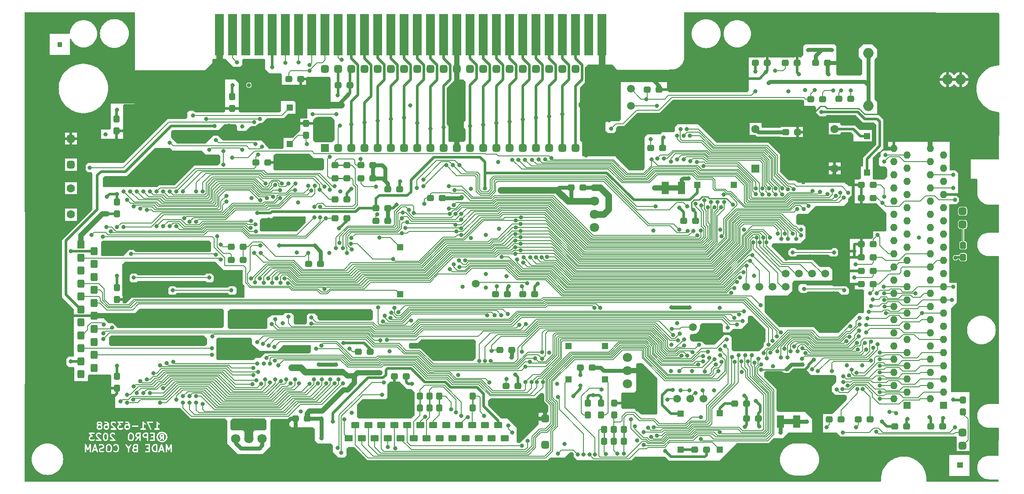
<source format=gbl>
G04 #@! TF.GenerationSoftware,KiCad,Pcbnew,7.0.2-0*
G04 #@! TF.CreationDate,2023-08-01T17:59:31+02:00*
G04 #@! TF.ProjectId,MegaCD,4d656761-4344-42e6-9b69-6361645f7063,rev?*
G04 #@! TF.SameCoordinates,Original*
G04 #@! TF.FileFunction,Copper,L4,Bot*
G04 #@! TF.FilePolarity,Positive*
%FSLAX46Y46*%
G04 Gerber Fmt 4.6, Leading zero omitted, Abs format (unit mm)*
G04 Created by KiCad (PCBNEW 7.0.2-0) date 2023-08-01 17:59:31*
%MOMM*%
%LPD*%
G01*
G04 APERTURE LIST*
G04 Aperture macros list*
%AMRoundRect*
0 Rectangle with rounded corners*
0 $1 Rounding radius*
0 $2 $3 $4 $5 $6 $7 $8 $9 X,Y pos of 4 corners*
0 Add a 4 corners polygon primitive as box body*
4,1,4,$2,$3,$4,$5,$6,$7,$8,$9,$2,$3,0*
0 Add four circle primitives for the rounded corners*
1,1,$1+$1,$2,$3*
1,1,$1+$1,$4,$5*
1,1,$1+$1,$6,$7*
1,1,$1+$1,$8,$9*
0 Add four rect primitives between the rounded corners*
20,1,$1+$1,$2,$3,$4,$5,0*
20,1,$1+$1,$4,$5,$6,$7,0*
20,1,$1+$1,$6,$7,$8,$9,0*
20,1,$1+$1,$8,$9,$2,$3,0*%
G04 Aperture macros list end*
%ADD10C,0.260000*%
G04 #@! TA.AperFunction,ComponentPad*
%ADD11R,1.600000X1.600000*%
G04 #@! TD*
G04 #@! TA.AperFunction,ComponentPad*
%ADD12C,1.600000*%
G04 #@! TD*
G04 #@! TA.AperFunction,ComponentPad*
%ADD13R,1.400000X1.400000*%
G04 #@! TD*
G04 #@! TA.AperFunction,ComponentPad*
%ADD14O,1.400000X1.400000*%
G04 #@! TD*
G04 #@! TA.AperFunction,ComponentPad*
%ADD15R,1.300000X1.300000*%
G04 #@! TD*
G04 #@! TA.AperFunction,ComponentPad*
%ADD16C,1.800000*%
G04 #@! TD*
G04 #@! TA.AperFunction,ComponentPad*
%ADD17R,1.600000X1.200000*%
G04 #@! TD*
G04 #@! TA.AperFunction,ComponentPad*
%ADD18RoundRect,0.300000X0.500000X-0.300000X0.500000X0.300000X-0.500000X0.300000X-0.500000X-0.300000X0*%
G04 #@! TD*
G04 #@! TA.AperFunction,ComponentPad*
%ADD19RoundRect,0.375000X-0.375000X0.375000X-0.375000X-0.375000X0.375000X-0.375000X0.375000X0.375000X0*%
G04 #@! TD*
G04 #@! TA.AperFunction,ComponentPad*
%ADD20R,1.400000X1.600000*%
G04 #@! TD*
G04 #@! TA.AperFunction,ComponentPad*
%ADD21RoundRect,0.350000X-0.350000X-0.450000X0.350000X-0.450000X0.350000X0.450000X-0.350000X0.450000X0*%
G04 #@! TD*
G04 #@! TA.AperFunction,ComponentPad*
%ADD22O,2.000000X2.000000*%
G04 #@! TD*
G04 #@! TA.AperFunction,SMDPad,CuDef*
%ADD23R,1.778000X8.000000*%
G04 #@! TD*
G04 #@! TA.AperFunction,ComponentPad*
%ADD24RoundRect,0.375000X0.375000X-0.375000X0.375000X0.375000X-0.375000X0.375000X-0.375000X-0.375000X0*%
G04 #@! TD*
G04 #@! TA.AperFunction,SMDPad,CuDef*
%ADD25C,1.500000*%
G04 #@! TD*
G04 #@! TA.AperFunction,SMDPad,CuDef*
%ADD26RoundRect,0.255319X0.344681X-0.394681X0.344681X0.394681X-0.344681X0.394681X-0.344681X-0.394681X0*%
G04 #@! TD*
G04 #@! TA.AperFunction,SMDPad,CuDef*
%ADD27RoundRect,0.255319X-0.394681X-0.344681X0.394681X-0.344681X0.394681X0.344681X-0.394681X0.344681X0*%
G04 #@! TD*
G04 #@! TA.AperFunction,SMDPad,CuDef*
%ADD28RoundRect,0.255319X0.394681X0.344681X-0.394681X0.344681X-0.394681X-0.344681X0.394681X-0.344681X0*%
G04 #@! TD*
G04 #@! TA.AperFunction,SMDPad,CuDef*
%ADD29RoundRect,0.255319X-0.344681X0.394681X-0.344681X-0.394681X0.344681X-0.394681X0.344681X0.394681X0*%
G04 #@! TD*
G04 #@! TA.AperFunction,SMDPad,CuDef*
%ADD30RoundRect,0.200000X0.500000X1.000000X-0.500000X1.000000X-0.500000X-1.000000X0.500000X-1.000000X0*%
G04 #@! TD*
G04 #@! TA.AperFunction,ViaPad*
%ADD31C,0.800000*%
G04 #@! TD*
G04 #@! TA.AperFunction,Conductor*
%ADD32C,0.750000*%
G04 #@! TD*
G04 #@! TA.AperFunction,Conductor*
%ADD33C,0.500000*%
G04 #@! TD*
G04 #@! TA.AperFunction,Conductor*
%ADD34C,1.000000*%
G04 #@! TD*
G04 #@! TA.AperFunction,Conductor*
%ADD35C,0.250000*%
G04 #@! TD*
G04 #@! TA.AperFunction,Conductor*
%ADD36C,1.250000*%
G04 #@! TD*
G04 #@! TA.AperFunction,Conductor*
%ADD37C,0.127000*%
G04 #@! TD*
G04 APERTURE END LIST*
G04 #@! TA.AperFunction,NonConductor*
G36*
X52654200Y-52247800D02*
G01*
X53568600Y-52247800D01*
X53568600Y-53162200D01*
X52654200Y-53162200D01*
X52654200Y-52247800D01*
G37*
G04 #@! TD.AperFunction*
G04 #@! TA.AperFunction,NonConductor*
G36*
X225907600Y-133273800D02*
G01*
X226974400Y-133273800D01*
X226974400Y-134289800D01*
X225907600Y-134289800D01*
X225907600Y-133273800D01*
G37*
G04 #@! TD.AperFunction*
D10*
G36*
X60044846Y-130692821D02*
G01*
X59743152Y-130692821D01*
X59893998Y-130256442D01*
X60044846Y-130692821D01*
G37*
G36*
X71630666Y-131078535D02*
G01*
X71447711Y-131078535D01*
X71295847Y-131029722D01*
X71199591Y-130936903D01*
X71149491Y-130840283D01*
X71090666Y-130613385D01*
X71090666Y-130453684D01*
X71149491Y-130226787D01*
X71199591Y-130130166D01*
X71295846Y-130037348D01*
X71447712Y-129988535D01*
X71630666Y-129988535D01*
X71630666Y-131078535D01*
G37*
G36*
X72844847Y-130692821D02*
G01*
X72543153Y-130692821D01*
X72693999Y-130256442D01*
X72844847Y-130692821D01*
G37*
G36*
X62752098Y-130030869D02*
G01*
X62844028Y-130119516D01*
X62897332Y-130325114D01*
X62897332Y-130741957D01*
X62844029Y-130947553D01*
X62752098Y-131036201D01*
X62664295Y-131078535D01*
X62457036Y-131078535D01*
X62369232Y-131036201D01*
X62277301Y-130947553D01*
X62223998Y-130741956D01*
X62223998Y-130325111D01*
X62277300Y-130119516D01*
X62369231Y-130030869D01*
X62457036Y-129988535D01*
X62664295Y-129988535D01*
X62752098Y-130030869D01*
G37*
G36*
X67897332Y-131078535D02*
G01*
X67523703Y-131078535D01*
X67435899Y-131036201D01*
X67399589Y-131001188D01*
X67357332Y-130919692D01*
X67357332Y-130790235D01*
X67399589Y-130708738D01*
X67429179Y-130680205D01*
X67570510Y-130634778D01*
X67577147Y-130635874D01*
X67587529Y-130631392D01*
X67897332Y-130631392D01*
X67897332Y-131078535D01*
G37*
G36*
X67897332Y-130371392D02*
G01*
X67590369Y-130371392D01*
X67502564Y-130329058D01*
X67466257Y-130294047D01*
X67423999Y-130212549D01*
X67423999Y-130147378D01*
X67466257Y-130065880D01*
X67502565Y-130030869D01*
X67590370Y-129988535D01*
X67897332Y-129988535D01*
X67897332Y-130371392D01*
G37*
G36*
X72930666Y-128312964D02*
G01*
X72812603Y-128312964D01*
X72793821Y-128307476D01*
X72775221Y-128312964D01*
X72690370Y-128312964D01*
X72622805Y-128280388D01*
X72590666Y-128218406D01*
X72590666Y-128153235D01*
X72622804Y-128091254D01*
X72690370Y-128058678D01*
X72930666Y-128058678D01*
X72930666Y-128312964D01*
G37*
G36*
X73081197Y-127666461D02*
G01*
X73367448Y-127832077D01*
X73538071Y-128106294D01*
X73594566Y-128378677D01*
X73538071Y-128651063D01*
X73367448Y-128925277D01*
X73081198Y-129090893D01*
X72794001Y-129146282D01*
X72506802Y-129090894D01*
X72220550Y-128925277D01*
X72049927Y-128651061D01*
X71993432Y-128378678D01*
X72044161Y-128134096D01*
X72325761Y-128134096D01*
X72330666Y-128146432D01*
X72330666Y-128244069D01*
X72327687Y-128276062D01*
X72339473Y-128298791D01*
X72346686Y-128323357D01*
X72356718Y-128332049D01*
X72396669Y-128409098D01*
X72396565Y-128414129D01*
X72414079Y-128442674D01*
X72420529Y-128455112D01*
X72423817Y-128458544D01*
X72436491Y-128479200D01*
X72449711Y-128485574D01*
X72459865Y-128496173D01*
X72483426Y-128501829D01*
X72545461Y-128531740D01*
X72350085Y-128757818D01*
X72326532Y-128809572D01*
X72337496Y-128885124D01*
X72387566Y-128942754D01*
X72460845Y-128964166D01*
X72534067Y-128942561D01*
X72853472Y-128572964D01*
X72930666Y-128572964D01*
X72930666Y-128847369D01*
X72946686Y-128901928D01*
X73004382Y-128951922D01*
X73079948Y-128962787D01*
X73149392Y-128931073D01*
X73190666Y-128866849D01*
X73190666Y-128452260D01*
X73194775Y-128423682D01*
X73190666Y-128414684D01*
X73190666Y-127937974D01*
X73194775Y-127909396D01*
X73182780Y-127883132D01*
X73174646Y-127855428D01*
X73167170Y-127848950D01*
X73163061Y-127839952D01*
X73138770Y-127824341D01*
X73116950Y-127805434D01*
X73107159Y-127804026D01*
X73098837Y-127798678D01*
X73069962Y-127798678D01*
X73041384Y-127794569D01*
X73032387Y-127798678D01*
X72668604Y-127798678D01*
X72638590Y-127795000D01*
X72613808Y-127806948D01*
X72587416Y-127814698D01*
X72580010Y-127823244D01*
X72500724Y-127861472D01*
X72495701Y-127861221D01*
X72466661Y-127877895D01*
X72454038Y-127883982D01*
X72450511Y-127887168D01*
X72429496Y-127899236D01*
X72422739Y-127912266D01*
X72411850Y-127922107D01*
X72405509Y-127945494D01*
X72348035Y-128056336D01*
X72330666Y-128083364D01*
X72330666Y-128108965D01*
X72325761Y-128134096D01*
X72044161Y-128134096D01*
X72049927Y-128106295D01*
X72220550Y-127832078D01*
X72506801Y-127666461D01*
X72793999Y-127611073D01*
X73081197Y-127666461D01*
G37*
G36*
X66985432Y-127843869D02*
G01*
X67077362Y-127932516D01*
X67130666Y-128138114D01*
X67130666Y-128554957D01*
X67077363Y-128760553D01*
X66985432Y-128849201D01*
X66897629Y-128891535D01*
X66690370Y-128891535D01*
X66602566Y-128849201D01*
X66510635Y-128760553D01*
X66457332Y-128554956D01*
X66457332Y-128138111D01*
X66510634Y-127932516D01*
X66602565Y-127843869D01*
X66690370Y-127801535D01*
X66897629Y-127801535D01*
X66985432Y-127843869D01*
G37*
G36*
X68463999Y-128248678D02*
G01*
X68273674Y-128248678D01*
X68249017Y-128243692D01*
X68236226Y-128248678D01*
X68090370Y-128248678D01*
X68002566Y-128206344D01*
X67966256Y-128171332D01*
X67923999Y-128089835D01*
X67923999Y-127960378D01*
X67966256Y-127878881D01*
X68002566Y-127843869D01*
X68090370Y-127801535D01*
X68463999Y-127801535D01*
X68463999Y-128248678D01*
G37*
G36*
X62052098Y-127843869D02*
G01*
X62088408Y-127878882D01*
X62138506Y-127975500D01*
X62197332Y-128202400D01*
X62197332Y-128490671D01*
X62138506Y-128717570D01*
X62088408Y-128814188D01*
X62052098Y-128849201D01*
X61964295Y-128891535D01*
X61890369Y-128891535D01*
X61802565Y-128849201D01*
X61766255Y-128814188D01*
X61716157Y-128717569D01*
X61657332Y-128490671D01*
X61657332Y-128202398D01*
X61716157Y-127975501D01*
X61766255Y-127878882D01*
X61802565Y-127843869D01*
X61890369Y-127801535D01*
X61964295Y-127801535D01*
X62052098Y-127843869D01*
G37*
G36*
X69863999Y-128248678D02*
G01*
X69490370Y-128248678D01*
X69402566Y-128206344D01*
X69366256Y-128171332D01*
X69323999Y-128089835D01*
X69323999Y-127960378D01*
X69366256Y-127878881D01*
X69402566Y-127843869D01*
X69490370Y-127801535D01*
X69863999Y-127801535D01*
X69863999Y-128248678D01*
G37*
G36*
X60952101Y-126235440D02*
G01*
X60988409Y-126270452D01*
X61030667Y-126351949D01*
X61030667Y-126545693D01*
X60988410Y-126627188D01*
X60952099Y-126662202D01*
X60864297Y-126704535D01*
X60657037Y-126704535D01*
X60569232Y-126662201D01*
X60532924Y-126627189D01*
X60490667Y-126545692D01*
X60490667Y-126351949D01*
X60532925Y-126270451D01*
X60569233Y-126235440D01*
X60657037Y-126193107D01*
X60864296Y-126193107D01*
X60952101Y-126235440D01*
G37*
G36*
X60952099Y-125656868D02*
G01*
X60988409Y-125691881D01*
X61030667Y-125773377D01*
X61030667Y-125774263D01*
X60988409Y-125855759D01*
X60952098Y-125890774D01*
X60864298Y-125933107D01*
X60657038Y-125933107D01*
X60569233Y-125890773D01*
X60532925Y-125855761D01*
X60490667Y-125774263D01*
X60490667Y-125773378D01*
X60532925Y-125691880D01*
X60569233Y-125656869D01*
X60657038Y-125614535D01*
X60864297Y-125614535D01*
X60952099Y-125656868D01*
G37*
G36*
X62285432Y-126171154D02*
G01*
X62321742Y-126206167D01*
X62364000Y-126287663D01*
X62364000Y-126545693D01*
X62321743Y-126627188D01*
X62285432Y-126662202D01*
X62197630Y-126704535D01*
X61990370Y-126704535D01*
X61902565Y-126662201D01*
X61866257Y-126627189D01*
X61824000Y-126545692D01*
X61824000Y-126287663D01*
X61866258Y-126206165D01*
X61902564Y-126171156D01*
X61990371Y-126128821D01*
X62197630Y-126128821D01*
X62285432Y-126171154D01*
G37*
G36*
X66285431Y-126171154D02*
G01*
X66321741Y-126206167D01*
X66363999Y-126287663D01*
X66363999Y-126545693D01*
X66321742Y-126627188D01*
X66285431Y-126662202D01*
X66197629Y-126704535D01*
X65990369Y-126704535D01*
X65902564Y-126662201D01*
X65866256Y-126627189D01*
X65823999Y-126545692D01*
X65823999Y-126287663D01*
X65866257Y-126206165D01*
X65902563Y-126171156D01*
X65990370Y-126128821D01*
X66197629Y-126128821D01*
X66285431Y-126171154D01*
G37*
G36*
X75661858Y-132166857D02*
G01*
X56926143Y-132166857D01*
X56926143Y-129880807D01*
X57893687Y-129880807D01*
X57897332Y-129888338D01*
X57897332Y-131227226D01*
X57913352Y-131281785D01*
X57971048Y-131331779D01*
X58046614Y-131342644D01*
X58116058Y-131310930D01*
X58157332Y-131246706D01*
X58157332Y-130425583D01*
X58375723Y-130876852D01*
X58389649Y-130909238D01*
X58408242Y-130921782D01*
X58423311Y-130938408D01*
X58439252Y-130942704D01*
X58452935Y-130951936D01*
X58475363Y-130952437D01*
X58497024Y-130958275D01*
X58512753Y-130953272D01*
X58529259Y-130953641D01*
X58548398Y-130941935D01*
X58569776Y-130935137D01*
X58580305Y-130922422D01*
X58594388Y-130913810D01*
X58604160Y-130893616D01*
X58618469Y-130876339D01*
X58620452Y-130859951D01*
X58830665Y-130425583D01*
X58830665Y-131227226D01*
X58846685Y-131281785D01*
X58904381Y-131331779D01*
X58979947Y-131342644D01*
X59049391Y-131310930D01*
X59090665Y-131246706D01*
X59090665Y-131240527D01*
X59295675Y-131240527D01*
X59333872Y-131306627D01*
X59401741Y-131341584D01*
X59477736Y-131334299D01*
X59537727Y-131287084D01*
X59653275Y-130952821D01*
X60134722Y-130952821D01*
X60243905Y-131268673D01*
X60276871Y-131315004D01*
X60347735Y-131343405D01*
X60422704Y-131328985D01*
X60477976Y-131276324D01*
X60496002Y-131202139D01*
X60369222Y-130835382D01*
X60625760Y-130835382D01*
X60630665Y-130847718D01*
X60630664Y-130945354D01*
X60627686Y-130977347D01*
X60639472Y-131000077D01*
X60646685Y-131024642D01*
X60656716Y-131033334D01*
X60704527Y-131125539D01*
X60709617Y-131147047D01*
X60735241Y-131171757D01*
X60759864Y-131197459D01*
X60762568Y-131198108D01*
X60791846Y-131226341D01*
X60803156Y-131244773D01*
X60835658Y-131260443D01*
X60867608Y-131277143D01*
X60869872Y-131276939D01*
X60963728Y-131322190D01*
X60989161Y-131338535D01*
X61016670Y-131338535D01*
X61043813Y-131343017D01*
X61054195Y-131338535D01*
X61343658Y-131338535D01*
X61364106Y-131343979D01*
X61398865Y-131332806D01*
X61433915Y-131322515D01*
X61435085Y-131321164D01*
X61618241Y-131262294D01*
X61665280Y-131230347D01*
X61695221Y-131160120D01*
X61682441Y-131084855D01*
X61630998Y-131028447D01*
X61557225Y-131008805D01*
X61340287Y-131078535D01*
X61057035Y-131078535D01*
X60969230Y-131036201D01*
X60932922Y-131001189D01*
X60890665Y-130919692D01*
X60890665Y-130854521D01*
X60932923Y-130773023D01*
X60952433Y-130754210D01*
X61958580Y-130754210D01*
X61963998Y-130775112D01*
X61963999Y-130777226D01*
X61968680Y-130793171D01*
X62034478Y-131046964D01*
X62042950Y-131082762D01*
X62057988Y-131097263D01*
X62068715Y-131115188D01*
X62084899Y-131123213D01*
X62191848Y-131226342D01*
X62203157Y-131244773D01*
X62235654Y-131260441D01*
X62267610Y-131277143D01*
X62269874Y-131276939D01*
X62363722Y-131322187D01*
X62389161Y-131338535D01*
X62416672Y-131338535D01*
X62443812Y-131343017D01*
X62454194Y-131338535D01*
X62686064Y-131338535D01*
X62716074Y-131342213D01*
X62740855Y-131330264D01*
X62767249Y-131322515D01*
X62774653Y-131313969D01*
X62868886Y-131268536D01*
X62890093Y-131264325D01*
X62916048Y-131239296D01*
X62942814Y-131215108D01*
X62943409Y-131212912D01*
X63049911Y-131110214D01*
X63076925Y-131085253D01*
X63080165Y-131072757D01*
X63425369Y-131072757D01*
X63442950Y-131147048D01*
X63531710Y-131232638D01*
X63551211Y-131256333D01*
X63576967Y-131264611D01*
X63600943Y-131277143D01*
X63612675Y-131276089D01*
X63771359Y-131327094D01*
X63789161Y-131338535D01*
X63825673Y-131338535D01*
X63862190Y-131339462D01*
X63863716Y-131338535D01*
X63943658Y-131338535D01*
X63964106Y-131343979D01*
X63998865Y-131332806D01*
X64033915Y-131322515D01*
X64035085Y-131321164D01*
X64193322Y-131270303D01*
X64223425Y-131264326D01*
X64242899Y-131245546D01*
X64265280Y-131230347D01*
X64269899Y-131219510D01*
X64372670Y-131120411D01*
X64391837Y-131109405D01*
X64408223Y-131077801D01*
X64425845Y-131046881D01*
X64425697Y-131044103D01*
X64465600Y-130967146D01*
X64476925Y-130956682D01*
X64482824Y-130933928D01*
X64484677Y-130930355D01*
X64487498Y-130915899D01*
X64547947Y-130682737D01*
X64557332Y-130668135D01*
X64557332Y-130646540D01*
X64557862Y-130644496D01*
X64557332Y-130627900D01*
X64557332Y-130457921D01*
X64562751Y-130441432D01*
X64557332Y-130420530D01*
X64557332Y-130418416D01*
X64552649Y-130402468D01*
X64492214Y-130169362D01*
X64493644Y-130154010D01*
X64482824Y-130133143D01*
X64481814Y-130129246D01*
X64474250Y-130116606D01*
X64416802Y-130005813D01*
X64411713Y-129984307D01*
X64386096Y-129959605D01*
X64361468Y-129933897D01*
X64358761Y-129933247D01*
X64256286Y-129834432D01*
X64246008Y-129821943D01*
X65763546Y-129821943D01*
X65764472Y-129898281D01*
X66230665Y-130604708D01*
X66230666Y-131227226D01*
X66246686Y-131281785D01*
X66304382Y-131331779D01*
X66379948Y-131342644D01*
X66449392Y-131310930D01*
X66490666Y-131246706D01*
X66490666Y-130771096D01*
X67092427Y-130771096D01*
X67097332Y-130783432D01*
X67097331Y-130945354D01*
X67094353Y-130977347D01*
X67106139Y-131000077D01*
X67113352Y-131024642D01*
X67123383Y-131033334D01*
X67171193Y-131125538D01*
X67176284Y-131147048D01*
X67201915Y-131171764D01*
X67226531Y-131197459D01*
X67229235Y-131198108D01*
X67258515Y-131226342D01*
X67269824Y-131244773D01*
X67302321Y-131260441D01*
X67334277Y-131277143D01*
X67336541Y-131276939D01*
X67430389Y-131322187D01*
X67455828Y-131338535D01*
X67483339Y-131338535D01*
X67510479Y-131343017D01*
X67520861Y-131338535D01*
X68018036Y-131338535D01*
X68046614Y-131342644D01*
X68072877Y-131330649D01*
X68100582Y-131322515D01*
X68107059Y-131315039D01*
X68116058Y-131310930D01*
X68131668Y-131286639D01*
X68150576Y-131264819D01*
X68151983Y-131255028D01*
X68157332Y-131246706D01*
X68157332Y-131227817D01*
X69559891Y-131227817D01*
X69591605Y-131297261D01*
X69655829Y-131338535D01*
X70351370Y-131338535D01*
X70379948Y-131342644D01*
X70406211Y-131330649D01*
X70433916Y-131322515D01*
X70440393Y-131315039D01*
X70449392Y-131310930D01*
X70465002Y-131286639D01*
X70483910Y-131264819D01*
X70485317Y-131255028D01*
X70490666Y-131246706D01*
X70490666Y-131217831D01*
X70494775Y-131189253D01*
X70490666Y-131180255D01*
X70490666Y-130625640D01*
X70825247Y-130625640D01*
X70830666Y-130646541D01*
X70830666Y-130648655D01*
X70835346Y-130664595D01*
X70895783Y-130897709D01*
X70894354Y-130913062D01*
X70905173Y-130933927D01*
X70906184Y-130937826D01*
X70913751Y-130950471D01*
X70971195Y-131061253D01*
X70976285Y-131082762D01*
X71001918Y-131107480D01*
X71026532Y-131133173D01*
X71029236Y-131133822D01*
X71131710Y-131232637D01*
X71151212Y-131256333D01*
X71176967Y-131264611D01*
X71200943Y-131277143D01*
X71212676Y-131276089D01*
X71371360Y-131327094D01*
X71389162Y-131338535D01*
X71425674Y-131338535D01*
X71462191Y-131339462D01*
X71463717Y-131338535D01*
X71751370Y-131338535D01*
X71779948Y-131342644D01*
X71806211Y-131330649D01*
X71833916Y-131322515D01*
X71840393Y-131315039D01*
X71849392Y-131310930D01*
X71865002Y-131286639D01*
X71883910Y-131264819D01*
X71885317Y-131255028D01*
X71890666Y-131246706D01*
X71890666Y-131240527D01*
X72095676Y-131240527D01*
X72133873Y-131306627D01*
X72201742Y-131341584D01*
X72277737Y-131334299D01*
X72337728Y-131287084D01*
X72453276Y-130952821D01*
X72934723Y-130952821D01*
X73043906Y-131268673D01*
X73076872Y-131315004D01*
X73147736Y-131343405D01*
X73222705Y-131328985D01*
X73277977Y-131276324D01*
X73296003Y-131202139D01*
X73160494Y-130810130D01*
X73161442Y-130803539D01*
X73148168Y-130774474D01*
X72839247Y-129880807D01*
X73493688Y-129880807D01*
X73497333Y-129888338D01*
X73497333Y-131227226D01*
X73513353Y-131281785D01*
X73571049Y-131331779D01*
X73646615Y-131342644D01*
X73716059Y-131310930D01*
X73757333Y-131246706D01*
X73757333Y-130425583D01*
X73975724Y-130876852D01*
X73989650Y-130909238D01*
X74008243Y-130921782D01*
X74023312Y-130938408D01*
X74039253Y-130942704D01*
X74052936Y-130951936D01*
X74075364Y-130952437D01*
X74097025Y-130958275D01*
X74112754Y-130953272D01*
X74129260Y-130953641D01*
X74148399Y-130941935D01*
X74169777Y-130935137D01*
X74180306Y-130922422D01*
X74194389Y-130913810D01*
X74204161Y-130893616D01*
X74218470Y-130876339D01*
X74220453Y-130859951D01*
X74430666Y-130425583D01*
X74430666Y-131227226D01*
X74446686Y-131281785D01*
X74504382Y-131331779D01*
X74579948Y-131342644D01*
X74649392Y-131310930D01*
X74690666Y-131246706D01*
X74690666Y-129869291D01*
X74695172Y-129842253D01*
X74683192Y-129814392D01*
X74674646Y-129785285D01*
X74668320Y-129779804D01*
X74665016Y-129772118D01*
X74639875Y-129755156D01*
X74616950Y-129735291D01*
X74608666Y-129734099D01*
X74601730Y-129729420D01*
X74571409Y-129728743D01*
X74541384Y-129724426D01*
X74533770Y-129727902D01*
X74525406Y-129727716D01*
X74499533Y-129743538D01*
X74471940Y-129756140D01*
X74467415Y-129763180D01*
X74460277Y-129767546D01*
X74447064Y-129794846D01*
X74430666Y-129820364D01*
X74430666Y-129828732D01*
X74093999Y-130524395D01*
X73749035Y-129811586D01*
X73741313Y-129785285D01*
X73718391Y-129765423D01*
X73698021Y-129742949D01*
X73689941Y-129740771D01*
X73683617Y-129735291D01*
X73653593Y-129730974D01*
X73624309Y-129723081D01*
X73616334Y-129725617D01*
X73608051Y-129724426D01*
X73580459Y-129737026D01*
X73551556Y-129746219D01*
X73546218Y-129752663D01*
X73538607Y-129756140D01*
X73522208Y-129781657D01*
X73502863Y-129805017D01*
X73501857Y-129813323D01*
X73497333Y-129820364D01*
X73497333Y-129850697D01*
X73493688Y-129880807D01*
X72839247Y-129880807D01*
X72825035Y-129839694D01*
X72825657Y-129826543D01*
X72812796Y-129804287D01*
X72810760Y-129798397D01*
X72803479Y-129788165D01*
X72787460Y-129760443D01*
X72781610Y-129757430D01*
X72777794Y-129752066D01*
X72748061Y-129740150D01*
X72719591Y-129725486D01*
X72713038Y-129726114D01*
X72706930Y-129723666D01*
X72675483Y-129729714D01*
X72643596Y-129732771D01*
X72638423Y-129736842D01*
X72631961Y-129738085D01*
X72608773Y-129760177D01*
X72583605Y-129779986D01*
X72581454Y-129786206D01*
X72576689Y-129790747D01*
X72569126Y-129821871D01*
X72245994Y-130756644D01*
X72237422Y-130766537D01*
X72233752Y-130792056D01*
X72098360Y-131183728D01*
X72095676Y-131240527D01*
X71890666Y-131240527D01*
X71890666Y-131217831D01*
X71894775Y-131189253D01*
X71890666Y-131180255D01*
X71890666Y-129867831D01*
X71894775Y-129839253D01*
X71882780Y-129812989D01*
X71874646Y-129785285D01*
X71867170Y-129778807D01*
X71863061Y-129769809D01*
X71838770Y-129754198D01*
X71816950Y-129735291D01*
X71807159Y-129733883D01*
X71798837Y-129728535D01*
X71769962Y-129728535D01*
X71741384Y-129724426D01*
X71732387Y-129728535D01*
X71444341Y-129728535D01*
X71423892Y-129723091D01*
X71389137Y-129734261D01*
X71354083Y-129744555D01*
X71352912Y-129745905D01*
X71194674Y-129796767D01*
X71164573Y-129802745D01*
X71145098Y-129821524D01*
X71122718Y-129836724D01*
X71118098Y-129847559D01*
X71015327Y-129946660D01*
X70996163Y-129957665D01*
X70979781Y-129989257D01*
X70962154Y-130020190D01*
X70962301Y-130022967D01*
X70922398Y-130099924D01*
X70911073Y-130110389D01*
X70905173Y-130133142D01*
X70903321Y-130136716D01*
X70900499Y-130151171D01*
X70840050Y-130384333D01*
X70830666Y-130398936D01*
X70830666Y-130420530D01*
X70830136Y-130422575D01*
X70830666Y-130439170D01*
X70830666Y-130609150D01*
X70825247Y-130625640D01*
X70490666Y-130625640D01*
X70490666Y-130510688D01*
X70494775Y-130482110D01*
X70490666Y-130473112D01*
X70490666Y-129867831D01*
X70494775Y-129839253D01*
X70482780Y-129812989D01*
X70474646Y-129785285D01*
X70467170Y-129778807D01*
X70463061Y-129769809D01*
X70438770Y-129754198D01*
X70416950Y-129735291D01*
X70407159Y-129733883D01*
X70398837Y-129728535D01*
X70369962Y-129728535D01*
X70341384Y-129724426D01*
X70332387Y-129728535D01*
X69675309Y-129728535D01*
X69620750Y-129744555D01*
X69570756Y-129802251D01*
X69559891Y-129877817D01*
X69591605Y-129947261D01*
X69655829Y-129988535D01*
X70230666Y-129988535D01*
X70230666Y-130371392D01*
X69875309Y-130371392D01*
X69820750Y-130387412D01*
X69770756Y-130445108D01*
X69759891Y-130520674D01*
X69791605Y-130590118D01*
X69855829Y-130631392D01*
X70230666Y-130631392D01*
X70230666Y-131078535D01*
X69675309Y-131078535D01*
X69620750Y-131094555D01*
X69570756Y-131152251D01*
X69559891Y-131227817D01*
X68157332Y-131227817D01*
X68157332Y-131217831D01*
X68161441Y-131189253D01*
X68157332Y-131180255D01*
X68157332Y-130510688D01*
X68161441Y-130482110D01*
X68157332Y-130473112D01*
X68157332Y-129867831D01*
X68161441Y-129839253D01*
X68149446Y-129812989D01*
X68141312Y-129785285D01*
X68133836Y-129778807D01*
X68129727Y-129769809D01*
X68105436Y-129754198D01*
X68083616Y-129735291D01*
X68073825Y-129733883D01*
X68065503Y-129728535D01*
X68036628Y-129728535D01*
X68008050Y-129724426D01*
X67999053Y-129728535D01*
X67568595Y-129728535D01*
X67538590Y-129724858D01*
X67513812Y-129736804D01*
X67487416Y-129744555D01*
X67480010Y-129753101D01*
X67385780Y-129798533D01*
X67364570Y-129802746D01*
X67338593Y-129827795D01*
X67311849Y-129851964D01*
X67311254Y-129854158D01*
X67281993Y-129882374D01*
X67262829Y-129893379D01*
X67246441Y-129924983D01*
X67228820Y-129955906D01*
X67228967Y-129958681D01*
X67181368Y-130050479D01*
X67163999Y-130077507D01*
X67163999Y-130103108D01*
X67159094Y-130128239D01*
X67163999Y-130140575D01*
X67163999Y-130238212D01*
X67161020Y-130270205D01*
X67172806Y-130292934D01*
X67180019Y-130317500D01*
X67190051Y-130326192D01*
X67237861Y-130418397D01*
X67242951Y-130439904D01*
X67268575Y-130464614D01*
X67272325Y-130468528D01*
X67256051Y-130479581D01*
X67251431Y-130490416D01*
X67215327Y-130525231D01*
X67196162Y-130536236D01*
X67179773Y-130567841D01*
X67162153Y-130598762D01*
X67162300Y-130601538D01*
X67114701Y-130693336D01*
X67097332Y-130720364D01*
X67097332Y-130745965D01*
X67092427Y-130771096D01*
X66490666Y-130771096D01*
X66490666Y-130604707D01*
X66946130Y-129914539D01*
X66962810Y-129860178D01*
X66942192Y-129786672D01*
X66885106Y-129735982D01*
X66809678Y-129724202D01*
X66739854Y-129755071D01*
X66360665Y-130329658D01*
X65992207Y-129771330D01*
X65948784Y-129734617D01*
X65873092Y-129724670D01*
X65804038Y-129757224D01*
X65763546Y-129821943D01*
X64246008Y-129821943D01*
X64236786Y-129810738D01*
X64211028Y-129802458D01*
X64187053Y-129789928D01*
X64175321Y-129790981D01*
X64016639Y-129739976D01*
X63998836Y-129728535D01*
X63962300Y-129728535D01*
X63925808Y-129727608D01*
X63924282Y-129728535D01*
X63844340Y-129728535D01*
X63823891Y-129723091D01*
X63789136Y-129734261D01*
X63754082Y-129744555D01*
X63752911Y-129745905D01*
X63594673Y-129796767D01*
X63564572Y-129802745D01*
X63545097Y-129821524D01*
X63522717Y-129836724D01*
X63518097Y-129847559D01*
X63456973Y-129906501D01*
X63428819Y-129955905D01*
X63432880Y-130032139D01*
X63477512Y-130094077D01*
X63548544Y-130122052D01*
X63623425Y-130107183D01*
X63695845Y-130037348D01*
X63847711Y-129988535D01*
X63940286Y-129988535D01*
X64092151Y-130037349D01*
X64188408Y-130130167D01*
X64238506Y-130226786D01*
X64297332Y-130453686D01*
X64297332Y-130613386D01*
X64238506Y-130840283D01*
X64188408Y-130936903D01*
X64092152Y-131029721D01*
X63940287Y-131078535D01*
X63847710Y-131078535D01*
X63695845Y-131029722D01*
X63637448Y-130973410D01*
X63587054Y-130947071D01*
X63511017Y-130953900D01*
X63450743Y-131000754D01*
X63425369Y-131072757D01*
X63080165Y-131072757D01*
X63082168Y-131065029D01*
X63092511Y-131046880D01*
X63091550Y-131028841D01*
X63147947Y-130811308D01*
X63157332Y-130796706D01*
X63157332Y-130775111D01*
X63157862Y-130773067D01*
X63157332Y-130756471D01*
X63157332Y-130329349D01*
X63162751Y-130312860D01*
X63157332Y-130291958D01*
X63157332Y-130289844D01*
X63152649Y-130273896D01*
X63086853Y-130020113D01*
X63078380Y-129984308D01*
X63063341Y-129969806D01*
X63052614Y-129951881D01*
X63036429Y-129943856D01*
X62929482Y-129840728D01*
X62918175Y-129822299D01*
X62885680Y-129806631D01*
X62853721Y-129789928D01*
X62851456Y-129790131D01*
X62757606Y-129744882D01*
X62732170Y-129728535D01*
X62704659Y-129728535D01*
X62677519Y-129724053D01*
X62667137Y-129728535D01*
X62435270Y-129728535D01*
X62405256Y-129724857D01*
X62380474Y-129736805D01*
X62354082Y-129744555D01*
X62346676Y-129753101D01*
X62252448Y-129798533D01*
X62231239Y-129802745D01*
X62205265Y-129827790D01*
X62178516Y-129851964D01*
X62177921Y-129854158D01*
X62071409Y-129956865D01*
X62044405Y-129981818D01*
X62039162Y-130002038D01*
X62028819Y-130020189D01*
X62029779Y-130038229D01*
X61973383Y-130255761D01*
X61963999Y-130270364D01*
X61963998Y-130291958D01*
X61963469Y-130294003D01*
X61963999Y-130310598D01*
X61963999Y-130737720D01*
X61958580Y-130754210D01*
X60952433Y-130754210D01*
X60969231Y-130738012D01*
X61071292Y-130688804D01*
X61301564Y-130633291D01*
X61316073Y-130635070D01*
X61337957Y-130624518D01*
X61342635Y-130623391D01*
X61354721Y-130616436D01*
X61468885Y-130561393D01*
X61490093Y-130557182D01*
X61516056Y-130532145D01*
X61542814Y-130507965D01*
X61543409Y-130505769D01*
X61572669Y-130477554D01*
X61591835Y-130466549D01*
X61608220Y-130434948D01*
X61625844Y-130404023D01*
X61625696Y-130401246D01*
X61673295Y-130309448D01*
X61690665Y-130282421D01*
X61690665Y-130256817D01*
X61695569Y-130231690D01*
X61690665Y-130219355D01*
X61690665Y-130121715D01*
X61693644Y-130089722D01*
X61681857Y-130066990D01*
X61674645Y-130042428D01*
X61664613Y-130033735D01*
X61616802Y-129941529D01*
X61611713Y-129920024D01*
X61586096Y-129895321D01*
X61561466Y-129869612D01*
X61558761Y-129868962D01*
X61529482Y-129840728D01*
X61518174Y-129822298D01*
X61485669Y-129806626D01*
X61453722Y-129789928D01*
X61451457Y-129790131D01*
X61357604Y-129744881D01*
X61332169Y-129728535D01*
X61304658Y-129728535D01*
X61277518Y-129724053D01*
X61267136Y-129728535D01*
X60977673Y-129728535D01*
X60957224Y-129723091D01*
X60922469Y-129734261D01*
X60887415Y-129744555D01*
X60886244Y-129745905D01*
X60703089Y-129804777D01*
X60656050Y-129836724D01*
X60626110Y-129906951D01*
X60638890Y-129982217D01*
X60690333Y-130038625D01*
X60764106Y-130058265D01*
X60981044Y-129988535D01*
X61264295Y-129988535D01*
X61352097Y-130030868D01*
X61388407Y-130065881D01*
X61430665Y-130147377D01*
X61430665Y-130212549D01*
X61388407Y-130294045D01*
X61352097Y-130329059D01*
X61250039Y-130378265D01*
X61019762Y-130433778D01*
X61005256Y-130432001D01*
X60983374Y-130442550D01*
X60978695Y-130443679D01*
X60966600Y-130450638D01*
X60852446Y-130505676D01*
X60831236Y-130509889D01*
X60805259Y-130534938D01*
X60778515Y-130559107D01*
X60777920Y-130561301D01*
X60748659Y-130589517D01*
X60729495Y-130600522D01*
X60713107Y-130632126D01*
X60695486Y-130663049D01*
X60695633Y-130665824D01*
X60648034Y-130757622D01*
X60630665Y-130784650D01*
X60630665Y-130810251D01*
X60625760Y-130835382D01*
X60369222Y-130835382D01*
X60360493Y-130810130D01*
X60361441Y-130803539D01*
X60348167Y-130774474D01*
X60025034Y-129839694D01*
X60025656Y-129826543D01*
X60012795Y-129804287D01*
X60010759Y-129798397D01*
X60003478Y-129788165D01*
X59987459Y-129760443D01*
X59981609Y-129757430D01*
X59977793Y-129752066D01*
X59948060Y-129740150D01*
X59919590Y-129725486D01*
X59913037Y-129726114D01*
X59906929Y-129723666D01*
X59875482Y-129729714D01*
X59843595Y-129732771D01*
X59838422Y-129736842D01*
X59831960Y-129738085D01*
X59808772Y-129760177D01*
X59783604Y-129779986D01*
X59781453Y-129786206D01*
X59776688Y-129790747D01*
X59769125Y-129821871D01*
X59445993Y-130756644D01*
X59437421Y-130766537D01*
X59433751Y-130792056D01*
X59298359Y-131183728D01*
X59295675Y-131240527D01*
X59090665Y-131240527D01*
X59090664Y-129869291D01*
X59095171Y-129842253D01*
X59083191Y-129814392D01*
X59074645Y-129785285D01*
X59068319Y-129779804D01*
X59065015Y-129772118D01*
X59039874Y-129755156D01*
X59016949Y-129735291D01*
X59008665Y-129734099D01*
X59001729Y-129729420D01*
X58971408Y-129728743D01*
X58941383Y-129724426D01*
X58933769Y-129727902D01*
X58925405Y-129727716D01*
X58899532Y-129743538D01*
X58871939Y-129756140D01*
X58867414Y-129763180D01*
X58860276Y-129767546D01*
X58847063Y-129794846D01*
X58830665Y-129820364D01*
X58830665Y-129828732D01*
X58493998Y-130524395D01*
X58149034Y-129811586D01*
X58141312Y-129785285D01*
X58118390Y-129765423D01*
X58098020Y-129742949D01*
X58089940Y-129740771D01*
X58083616Y-129735291D01*
X58053592Y-129730974D01*
X58024308Y-129723081D01*
X58016333Y-129725617D01*
X58008050Y-129724426D01*
X57980458Y-129737026D01*
X57951555Y-129746219D01*
X57946217Y-129752663D01*
X57938606Y-129756140D01*
X57922207Y-129781657D01*
X57902862Y-129805017D01*
X57901856Y-129813323D01*
X57897332Y-129820364D01*
X57897332Y-129850697D01*
X57893687Y-129880807D01*
X56926143Y-129880807D01*
X56926143Y-128455525D01*
X58725762Y-128455525D01*
X58730666Y-128467859D01*
X58730666Y-128758354D01*
X58727687Y-128790347D01*
X58739473Y-128813077D01*
X58746686Y-128837642D01*
X58756717Y-128846334D01*
X58804528Y-128938539D01*
X58809618Y-128960047D01*
X58835242Y-128984757D01*
X58859865Y-129010459D01*
X58862569Y-129011108D01*
X58891847Y-129039341D01*
X58903157Y-129057773D01*
X58935659Y-129073443D01*
X58967609Y-129090143D01*
X58969873Y-129089939D01*
X59063729Y-129135190D01*
X59089162Y-129151535D01*
X59116671Y-129151535D01*
X59143814Y-129156017D01*
X59154196Y-129151535D01*
X59519398Y-129151535D01*
X59549408Y-129155213D01*
X59574189Y-129143264D01*
X59600583Y-129135515D01*
X59607987Y-129126969D01*
X59702218Y-129081537D01*
X59723426Y-129077326D01*
X59749385Y-129052293D01*
X59776148Y-129028108D01*
X59776743Y-129025913D01*
X59831025Y-128973570D01*
X59859179Y-128924166D01*
X59855118Y-128847932D01*
X59810486Y-128785994D01*
X59739454Y-128758019D01*
X59664573Y-128772888D01*
X59585432Y-128849201D01*
X59497629Y-128891535D01*
X59157036Y-128891535D01*
X59069231Y-128849201D01*
X59032923Y-128814189D01*
X58990666Y-128732692D01*
X58990666Y-128474663D01*
X59032924Y-128393165D01*
X59069230Y-128358156D01*
X59157037Y-128315821D01*
X59290773Y-128315821D01*
X59292147Y-128316660D01*
X59328801Y-128315821D01*
X59346024Y-128315821D01*
X59347480Y-128315393D01*
X59368470Y-128314913D01*
X59383350Y-128304860D01*
X59400583Y-128299801D01*
X59414334Y-128283931D01*
X59431732Y-128272179D01*
X59438815Y-128255678D01*
X59450577Y-128242105D01*
X59453565Y-128221320D01*
X59461848Y-128202027D01*
X59458886Y-128184315D01*
X59461442Y-128166539D01*
X59452719Y-128147438D01*
X59449256Y-128126730D01*
X59437188Y-128113430D01*
X59429728Y-128097095D01*
X59412064Y-128085743D01*
X59392013Y-128063646D01*
X60058662Y-128063646D01*
X60070129Y-128096819D01*
X60080019Y-128130500D01*
X60082522Y-128132668D01*
X60135664Y-128286400D01*
X60142951Y-128317191D01*
X60161740Y-128335309D01*
X60176872Y-128356576D01*
X60188718Y-128361323D01*
X60738568Y-128891535D01*
X60175308Y-128891535D01*
X60120749Y-128907555D01*
X60070755Y-128965251D01*
X60059890Y-129040817D01*
X60091604Y-129110261D01*
X60155828Y-129151535D01*
X61028742Y-129151535D01*
X61034277Y-129154428D01*
X61066489Y-129151535D01*
X61079357Y-129151535D01*
X61085027Y-129149870D01*
X61110314Y-129147599D01*
X61120968Y-129139316D01*
X61133916Y-129135515D01*
X61150541Y-129116328D01*
X61170588Y-129100745D01*
X61175073Y-129088016D01*
X61183910Y-129077819D01*
X61187523Y-129052688D01*
X61195962Y-129028742D01*
X61192854Y-129015610D01*
X61194775Y-129002253D01*
X61184227Y-128979158D01*
X61178381Y-128954451D01*
X61168666Y-128945083D01*
X61163061Y-128932809D01*
X61141703Y-128919083D01*
X60710132Y-128502926D01*
X61391913Y-128502926D01*
X61397332Y-128523827D01*
X61397332Y-128525941D01*
X61402012Y-128541882D01*
X61462449Y-128774994D01*
X61461020Y-128790346D01*
X61471839Y-128811211D01*
X61472850Y-128815111D01*
X61480416Y-128827754D01*
X61537860Y-128938540D01*
X61542950Y-128960048D01*
X61568568Y-128984751D01*
X61593196Y-129010459D01*
X61595901Y-129011108D01*
X61625181Y-129039342D01*
X61636490Y-129057773D01*
X61668987Y-129073441D01*
X61700943Y-129090143D01*
X61703207Y-129089939D01*
X61797055Y-129135187D01*
X61822494Y-129151535D01*
X61850005Y-129151535D01*
X61877145Y-129156017D01*
X61887527Y-129151535D01*
X61986064Y-129151535D01*
X62016074Y-129155213D01*
X62040855Y-129143264D01*
X62067249Y-129135515D01*
X62074653Y-129126969D01*
X62168884Y-129081537D01*
X62190092Y-129077326D01*
X62216051Y-129052293D01*
X62242814Y-129028108D01*
X62243409Y-129025913D01*
X62272669Y-128997697D01*
X62291837Y-128986691D01*
X62308223Y-128955087D01*
X62325845Y-128924166D01*
X62325697Y-128921388D01*
X62365599Y-128844431D01*
X62376925Y-128833967D01*
X62382824Y-128811211D01*
X62384677Y-128807639D01*
X62387497Y-128793188D01*
X62447947Y-128560023D01*
X62457332Y-128545421D01*
X62457332Y-128523826D01*
X62457862Y-128521782D01*
X62457331Y-128505186D01*
X62457332Y-128206635D01*
X62462751Y-128190146D01*
X62457332Y-128169244D01*
X62457332Y-128167130D01*
X62452649Y-128151182D01*
X62429954Y-128063646D01*
X62725328Y-128063646D01*
X62736795Y-128096819D01*
X62746685Y-128130500D01*
X62749188Y-128132668D01*
X62802330Y-128286400D01*
X62809617Y-128317191D01*
X62828406Y-128335309D01*
X62843538Y-128356576D01*
X62855384Y-128361323D01*
X63405234Y-128891535D01*
X62841974Y-128891535D01*
X62787415Y-128907555D01*
X62737421Y-128965251D01*
X62726556Y-129040817D01*
X62758270Y-129110261D01*
X62822494Y-129151535D01*
X63695408Y-129151535D01*
X63700943Y-129154428D01*
X63733155Y-129151535D01*
X63746023Y-129151535D01*
X63751693Y-129149870D01*
X63776980Y-129147599D01*
X63787634Y-129139316D01*
X63800582Y-129135515D01*
X63817207Y-129116328D01*
X63837254Y-129100745D01*
X63841739Y-129088016D01*
X63850576Y-129077819D01*
X63854189Y-129052688D01*
X63862628Y-129028742D01*
X63859520Y-129015610D01*
X63861441Y-129002253D01*
X63850893Y-128979158D01*
X63845047Y-128954451D01*
X63835332Y-128945083D01*
X63829727Y-128932809D01*
X63808369Y-128919083D01*
X63443463Y-128567210D01*
X66191914Y-128567210D01*
X66197332Y-128588112D01*
X66197333Y-128590226D01*
X66202014Y-128606171D01*
X66267812Y-128859964D01*
X66276284Y-128895762D01*
X66291322Y-128910263D01*
X66302049Y-128928188D01*
X66318233Y-128936213D01*
X66425182Y-129039342D01*
X66436491Y-129057773D01*
X66468988Y-129073441D01*
X66500944Y-129090143D01*
X66503208Y-129089939D01*
X66597056Y-129135187D01*
X66622495Y-129151535D01*
X66650006Y-129151535D01*
X66677146Y-129156017D01*
X66687528Y-129151535D01*
X66919398Y-129151535D01*
X66949408Y-129155213D01*
X66974189Y-129143264D01*
X67000583Y-129135515D01*
X67007987Y-129126969D01*
X67102220Y-129081536D01*
X67123427Y-129077325D01*
X67149382Y-129052296D01*
X67176148Y-129028108D01*
X67176743Y-129025912D01*
X67189248Y-129013854D01*
X67658729Y-129013854D01*
X67676050Y-129088206D01*
X67730819Y-129141391D01*
X67805648Y-129156521D01*
X67876778Y-129128795D01*
X68326937Y-128508678D01*
X68463999Y-128508678D01*
X68463999Y-129040226D01*
X68480019Y-129094785D01*
X68537715Y-129144779D01*
X68613281Y-129155644D01*
X68682725Y-129123930D01*
X68723999Y-129059706D01*
X68723999Y-128387974D01*
X68728108Y-128359396D01*
X68723999Y-128350398D01*
X68723999Y-127941239D01*
X69059094Y-127941239D01*
X69063999Y-127953575D01*
X69063999Y-128115497D01*
X69061020Y-128147490D01*
X69072806Y-128170220D01*
X69080019Y-128194785D01*
X69090050Y-128203477D01*
X69137861Y-128295683D01*
X69142952Y-128317192D01*
X69168577Y-128341901D01*
X69193198Y-128367602D01*
X69195903Y-128368251D01*
X69225183Y-128396484D01*
X69236491Y-128414914D01*
X69268992Y-128430584D01*
X69300945Y-128447285D01*
X69303208Y-128447081D01*
X69397063Y-128492334D01*
X69422495Y-128508678D01*
X69450003Y-128508678D01*
X69477146Y-128513160D01*
X69487528Y-128508678D01*
X69863999Y-128508678D01*
X69863999Y-129040226D01*
X69880019Y-129094785D01*
X69937715Y-129144779D01*
X70013281Y-129155644D01*
X70082725Y-129123930D01*
X70123999Y-129059706D01*
X70123999Y-129040817D01*
X70459891Y-129040817D01*
X70491605Y-129110261D01*
X70555829Y-129151535D01*
X71251370Y-129151535D01*
X71279948Y-129155644D01*
X71306211Y-129143649D01*
X71333916Y-129135515D01*
X71340393Y-129128039D01*
X71349392Y-129123930D01*
X71365002Y-129099639D01*
X71383910Y-129077819D01*
X71385317Y-129068028D01*
X71390666Y-129059706D01*
X71390666Y-129030831D01*
X71394775Y-129002253D01*
X71390666Y-128993255D01*
X71390666Y-128367704D01*
X71725623Y-128367704D01*
X71731743Y-128397214D01*
X71734185Y-128427254D01*
X71739386Y-128434063D01*
X71797138Y-128712508D01*
X71796790Y-128736377D01*
X71814670Y-128765113D01*
X71830604Y-128794978D01*
X71834664Y-128797246D01*
X72014155Y-129085713D01*
X72029190Y-129114943D01*
X72050709Y-129127393D01*
X72069256Y-129143944D01*
X72083118Y-129146144D01*
X72382155Y-129319158D01*
X72398568Y-129334811D01*
X72432950Y-129341441D01*
X72466989Y-129349733D01*
X72470198Y-129348625D01*
X72757209Y-129403977D01*
X72781138Y-129413554D01*
X72812522Y-129407501D01*
X72844340Y-129404467D01*
X72849567Y-129400356D01*
X73136737Y-129344973D01*
X73159396Y-129346032D01*
X73189728Y-129328482D01*
X73220841Y-129312438D01*
X73222536Y-129309500D01*
X73521181Y-129136712D01*
X73550877Y-129122624D01*
X73564009Y-129101518D01*
X73581150Y-129083509D01*
X73583794Y-129069721D01*
X73763490Y-128780925D01*
X73780205Y-128763884D01*
X73787078Y-128730744D01*
X73796140Y-128698130D01*
X73794764Y-128693686D01*
X73852479Y-128415421D01*
X73862376Y-128389652D01*
X73856255Y-128360141D01*
X73853814Y-128330102D01*
X73848612Y-128323292D01*
X73790860Y-128044848D01*
X73791209Y-128020980D01*
X73773328Y-127992243D01*
X73757395Y-127962379D01*
X73753334Y-127960110D01*
X73573845Y-127671644D01*
X73558809Y-127642413D01*
X73537289Y-127629962D01*
X73518743Y-127613412D01*
X73504881Y-127611211D01*
X73205842Y-127438196D01*
X73189431Y-127422545D01*
X73155045Y-127415913D01*
X73121011Y-127407624D01*
X73117803Y-127408730D01*
X72830790Y-127353378D01*
X72806862Y-127343802D01*
X72775477Y-127349854D01*
X72743660Y-127352889D01*
X72738432Y-127356999D01*
X72451260Y-127412382D01*
X72428603Y-127411324D01*
X72398279Y-127428868D01*
X72367157Y-127444918D01*
X72365461Y-127447856D01*
X72066822Y-127620640D01*
X72037122Y-127634732D01*
X72023987Y-127655840D01*
X72006850Y-127673847D01*
X72004205Y-127687632D01*
X71824510Y-127976429D01*
X71807794Y-127993473D01*
X71800919Y-128026616D01*
X71791859Y-128059228D01*
X71793234Y-128063670D01*
X71735519Y-128341934D01*
X71725623Y-128367704D01*
X71390666Y-128367704D01*
X71390666Y-128323688D01*
X71394775Y-128295110D01*
X71390666Y-128286112D01*
X71390666Y-127680831D01*
X71394775Y-127652253D01*
X71382780Y-127625989D01*
X71374646Y-127598285D01*
X71367170Y-127591807D01*
X71363061Y-127582809D01*
X71338770Y-127567198D01*
X71316950Y-127548291D01*
X71307159Y-127546883D01*
X71298837Y-127541535D01*
X71269962Y-127541535D01*
X71241384Y-127537426D01*
X71232387Y-127541535D01*
X70575309Y-127541535D01*
X70520750Y-127557555D01*
X70470756Y-127615251D01*
X70459891Y-127690817D01*
X70491605Y-127760261D01*
X70555829Y-127801535D01*
X71130666Y-127801535D01*
X71130666Y-128184392D01*
X70775309Y-128184392D01*
X70720750Y-128200412D01*
X70670756Y-128258108D01*
X70659891Y-128333674D01*
X70691605Y-128403118D01*
X70755829Y-128444392D01*
X71130666Y-128444392D01*
X71130666Y-128891535D01*
X70575309Y-128891535D01*
X70520750Y-128907555D01*
X70470756Y-128965251D01*
X70459891Y-129040817D01*
X70123999Y-129040817D01*
X70123999Y-128387974D01*
X70128108Y-128359396D01*
X70123999Y-128350398D01*
X70123999Y-127680831D01*
X70128108Y-127652253D01*
X70116113Y-127625989D01*
X70107979Y-127598285D01*
X70100503Y-127591807D01*
X70096394Y-127582809D01*
X70072103Y-127567198D01*
X70050283Y-127548291D01*
X70040492Y-127546883D01*
X70032170Y-127541535D01*
X70003295Y-127541535D01*
X69974717Y-127537426D01*
X69965720Y-127541535D01*
X69468604Y-127541535D01*
X69438590Y-127537857D01*
X69413808Y-127549805D01*
X69387416Y-127557555D01*
X69380010Y-127566101D01*
X69285782Y-127611533D01*
X69264573Y-127615745D01*
X69238602Y-127640788D01*
X69211850Y-127664964D01*
X69211255Y-127667158D01*
X69181994Y-127695374D01*
X69162829Y-127706379D01*
X69146440Y-127737984D01*
X69128820Y-127768905D01*
X69128967Y-127771681D01*
X69081368Y-127863479D01*
X69063999Y-127890507D01*
X69063999Y-127916108D01*
X69059094Y-127941239D01*
X68723999Y-127941239D01*
X68723999Y-127680831D01*
X68728108Y-127652253D01*
X68716113Y-127625989D01*
X68707979Y-127598285D01*
X68700503Y-127591807D01*
X68696394Y-127582809D01*
X68672103Y-127567198D01*
X68650283Y-127548291D01*
X68640492Y-127546883D01*
X68632170Y-127541535D01*
X68603295Y-127541535D01*
X68574717Y-127537426D01*
X68565720Y-127541535D01*
X68068604Y-127541535D01*
X68038590Y-127537857D01*
X68013808Y-127549805D01*
X67987416Y-127557555D01*
X67980010Y-127566101D01*
X67885782Y-127611533D01*
X67864573Y-127615745D01*
X67838602Y-127640788D01*
X67811850Y-127664964D01*
X67811255Y-127667158D01*
X67781994Y-127695374D01*
X67762829Y-127706379D01*
X67746440Y-127737984D01*
X67728820Y-127768905D01*
X67728967Y-127771681D01*
X67681368Y-127863479D01*
X67663999Y-127890507D01*
X67663999Y-127916108D01*
X67659094Y-127941239D01*
X67663999Y-127953575D01*
X67663999Y-128115497D01*
X67661020Y-128147490D01*
X67672806Y-128170220D01*
X67680019Y-128194785D01*
X67690050Y-128203477D01*
X67737861Y-128295683D01*
X67742952Y-128317192D01*
X67768577Y-128341901D01*
X67793198Y-128367602D01*
X67795903Y-128368251D01*
X67825183Y-128396484D01*
X67836491Y-128414914D01*
X67868992Y-128430584D01*
X67900945Y-128447285D01*
X67903208Y-128447081D01*
X67997063Y-128492334D01*
X68011011Y-128501298D01*
X67677816Y-128960291D01*
X67658729Y-129013854D01*
X67189248Y-129013854D01*
X67283245Y-128923214D01*
X67310259Y-128898253D01*
X67315502Y-128878029D01*
X67325845Y-128859880D01*
X67324884Y-128841841D01*
X67381281Y-128624308D01*
X67390666Y-128609706D01*
X67390666Y-128588111D01*
X67391196Y-128586067D01*
X67390666Y-128569471D01*
X67390666Y-128142349D01*
X67396085Y-128125860D01*
X67390666Y-128104958D01*
X67390666Y-128102844D01*
X67385983Y-128086896D01*
X67320187Y-127833113D01*
X67311714Y-127797308D01*
X67296675Y-127782806D01*
X67285948Y-127764881D01*
X67269763Y-127756856D01*
X67162816Y-127653728D01*
X67151509Y-127635299D01*
X67119014Y-127619631D01*
X67087055Y-127602928D01*
X67084790Y-127603131D01*
X66990940Y-127557882D01*
X66965504Y-127541535D01*
X66937993Y-127541535D01*
X66910853Y-127537053D01*
X66900471Y-127541535D01*
X66668604Y-127541535D01*
X66638590Y-127537857D01*
X66613808Y-127549805D01*
X66587416Y-127557555D01*
X66580010Y-127566101D01*
X66485782Y-127611533D01*
X66464573Y-127615745D01*
X66438599Y-127640790D01*
X66411850Y-127664964D01*
X66411255Y-127667158D01*
X66304743Y-127769865D01*
X66277739Y-127794818D01*
X66272496Y-127815038D01*
X66262153Y-127833189D01*
X66263113Y-127851229D01*
X66206717Y-128068761D01*
X66197333Y-128083364D01*
X66197332Y-128104958D01*
X66196803Y-128107003D01*
X66197333Y-128123598D01*
X66197333Y-128550720D01*
X66191914Y-128567210D01*
X63443463Y-128567210D01*
X63040012Y-128178168D01*
X62990665Y-128035413D01*
X62990665Y-127960378D01*
X63032923Y-127878880D01*
X63069231Y-127843869D01*
X63157036Y-127801535D01*
X63430961Y-127801535D01*
X63518764Y-127843869D01*
X63583882Y-127906661D01*
X63634276Y-127933000D01*
X63710313Y-127926171D01*
X63770587Y-127879317D01*
X63795961Y-127807314D01*
X63778380Y-127733023D01*
X63696148Y-127653728D01*
X63684841Y-127635299D01*
X63652346Y-127619631D01*
X63620387Y-127602928D01*
X63618122Y-127603131D01*
X63524272Y-127557882D01*
X63498836Y-127541535D01*
X63471325Y-127541535D01*
X63444185Y-127537053D01*
X63433803Y-127541535D01*
X63135261Y-127541535D01*
X63105256Y-127537858D01*
X63080478Y-127549804D01*
X63054082Y-127557555D01*
X63046676Y-127566101D01*
X62952446Y-127611533D01*
X62931236Y-127615746D01*
X62905259Y-127640795D01*
X62878515Y-127664964D01*
X62877920Y-127667158D01*
X62848659Y-127695374D01*
X62829495Y-127706379D01*
X62813107Y-127737983D01*
X62795486Y-127768906D01*
X62795633Y-127771681D01*
X62748034Y-127863479D01*
X62730665Y-127890507D01*
X62730665Y-127916108D01*
X62725760Y-127941239D01*
X62730665Y-127953575D01*
X62730665Y-128041682D01*
X62725328Y-128063646D01*
X62429954Y-128063646D01*
X62392214Y-127918076D01*
X62393644Y-127902724D01*
X62382824Y-127881857D01*
X62381814Y-127877960D01*
X62374249Y-127865319D01*
X62316803Y-127754529D01*
X62311714Y-127733023D01*
X62286090Y-127708314D01*
X62261467Y-127682612D01*
X62258762Y-127681962D01*
X62229482Y-127653728D01*
X62218175Y-127635299D01*
X62185680Y-127619631D01*
X62153721Y-127602928D01*
X62151456Y-127603131D01*
X62057606Y-127557882D01*
X62032170Y-127541535D01*
X62004659Y-127541535D01*
X61977519Y-127537053D01*
X61967137Y-127541535D01*
X61868603Y-127541535D01*
X61838589Y-127537857D01*
X61813807Y-127549805D01*
X61787415Y-127557555D01*
X61780009Y-127566101D01*
X61685781Y-127611533D01*
X61664572Y-127615745D01*
X61638601Y-127640788D01*
X61611849Y-127664964D01*
X61611254Y-127667158D01*
X61581993Y-127695373D01*
X61562827Y-127706380D01*
X61546438Y-127737987D01*
X61528819Y-127768905D01*
X61528966Y-127771682D01*
X61489063Y-127848638D01*
X61477739Y-127859103D01*
X61471839Y-127881856D01*
X61469987Y-127885430D01*
X61467165Y-127899885D01*
X61406716Y-128133047D01*
X61397332Y-128147650D01*
X61397332Y-128169244D01*
X61396802Y-128171289D01*
X61397331Y-128187884D01*
X61397332Y-128486436D01*
X61391913Y-128502926D01*
X60710132Y-128502926D01*
X60373346Y-128178168D01*
X60323999Y-128035413D01*
X60323999Y-127960378D01*
X60366257Y-127878880D01*
X60402565Y-127843869D01*
X60490370Y-127801535D01*
X60764295Y-127801535D01*
X60852098Y-127843869D01*
X60917216Y-127906661D01*
X60967610Y-127933000D01*
X61043647Y-127926171D01*
X61103921Y-127879317D01*
X61129295Y-127807314D01*
X61111714Y-127733023D01*
X61029482Y-127653728D01*
X61018175Y-127635299D01*
X60985680Y-127619631D01*
X60953721Y-127602928D01*
X60951456Y-127603131D01*
X60857606Y-127557882D01*
X60832170Y-127541535D01*
X60804659Y-127541535D01*
X60777519Y-127537053D01*
X60767137Y-127541535D01*
X60468595Y-127541535D01*
X60438590Y-127537858D01*
X60413812Y-127549804D01*
X60387416Y-127557555D01*
X60380010Y-127566101D01*
X60285780Y-127611533D01*
X60264570Y-127615746D01*
X60238593Y-127640795D01*
X60211849Y-127664964D01*
X60211254Y-127667158D01*
X60181993Y-127695374D01*
X60162829Y-127706379D01*
X60146441Y-127737983D01*
X60128820Y-127768906D01*
X60128967Y-127771681D01*
X60081368Y-127863479D01*
X60063999Y-127890507D01*
X60063999Y-127916108D01*
X60059094Y-127941239D01*
X60063999Y-127953575D01*
X60063999Y-128041682D01*
X60058662Y-128063646D01*
X59392013Y-128063646D01*
X59154172Y-127801535D01*
X59746024Y-127801535D01*
X59800583Y-127785515D01*
X59850577Y-127727819D01*
X59861442Y-127652253D01*
X59829728Y-127582809D01*
X59765504Y-127541535D01*
X58897226Y-127541535D01*
X58895852Y-127540696D01*
X58859198Y-127541535D01*
X58841975Y-127541535D01*
X58840518Y-127541962D01*
X58819529Y-127542443D01*
X58804648Y-127552495D01*
X58787416Y-127557555D01*
X58773664Y-127573424D01*
X58756267Y-127585177D01*
X58749183Y-127601678D01*
X58737422Y-127615251D01*
X58734433Y-127636034D01*
X58726151Y-127655328D01*
X58729112Y-127673040D01*
X58726557Y-127690817D01*
X58735279Y-127709917D01*
X58738743Y-127730626D01*
X58750810Y-127743924D01*
X58758271Y-127760261D01*
X58775934Y-127771612D01*
X59051289Y-128075064D01*
X59046677Y-128080387D01*
X58952448Y-128125819D01*
X58931239Y-128130031D01*
X58905268Y-128155074D01*
X58878516Y-128179250D01*
X58877921Y-128181444D01*
X58848660Y-128209660D01*
X58829496Y-128220665D01*
X58813114Y-128252257D01*
X58795487Y-128283190D01*
X58795634Y-128285967D01*
X58748037Y-128377762D01*
X58730666Y-128404793D01*
X58730666Y-128430397D01*
X58725762Y-128455525D01*
X56926143Y-128455525D01*
X56926143Y-125754239D01*
X60225762Y-125754239D01*
X60230667Y-125766575D01*
X60230667Y-125799926D01*
X60227688Y-125831919D01*
X60239474Y-125854648D01*
X60246687Y-125879214D01*
X60256719Y-125887906D01*
X60304529Y-125980111D01*
X60309619Y-126001618D01*
X60335243Y-126026328D01*
X60359866Y-126052030D01*
X60362570Y-126052679D01*
X60373383Y-126063106D01*
X60348660Y-126086947D01*
X60329497Y-126097951D01*
X60313115Y-126129542D01*
X60295488Y-126160477D01*
X60295635Y-126163253D01*
X60248038Y-126255048D01*
X60230667Y-126282079D01*
X60230666Y-126307683D01*
X60225763Y-126332811D01*
X60230667Y-126345145D01*
X60230667Y-126571354D01*
X60227688Y-126603347D01*
X60239474Y-126626077D01*
X60246687Y-126650642D01*
X60256718Y-126659334D01*
X60304529Y-126751539D01*
X60309619Y-126773047D01*
X60335243Y-126797757D01*
X60359866Y-126823459D01*
X60362570Y-126824108D01*
X60391848Y-126852341D01*
X60403158Y-126870773D01*
X60435660Y-126886443D01*
X60467610Y-126903143D01*
X60469874Y-126902939D01*
X60563730Y-126948190D01*
X60589163Y-126964535D01*
X60616672Y-126964535D01*
X60643815Y-126969017D01*
X60654197Y-126964535D01*
X60886065Y-126964535D01*
X60916075Y-126968213D01*
X60940856Y-126956264D01*
X60967250Y-126948515D01*
X60974654Y-126939969D01*
X61068887Y-126894536D01*
X61090095Y-126890325D01*
X61116058Y-126865288D01*
X61142816Y-126841108D01*
X61143411Y-126838912D01*
X61172670Y-126810697D01*
X61191837Y-126799692D01*
X61208221Y-126768093D01*
X61225846Y-126737166D01*
X61225698Y-126734389D01*
X61273298Y-126642589D01*
X61290667Y-126615563D01*
X61290666Y-126589958D01*
X61295571Y-126564831D01*
X61290667Y-126552496D01*
X61290667Y-126326287D01*
X61293646Y-126294295D01*
X61281859Y-126271564D01*
X61280967Y-126268525D01*
X61559096Y-126268525D01*
X61564000Y-126280859D01*
X61564000Y-126571354D01*
X61561021Y-126603347D01*
X61572807Y-126626077D01*
X61580020Y-126650642D01*
X61590051Y-126659334D01*
X61637862Y-126751539D01*
X61642952Y-126773047D01*
X61668576Y-126797757D01*
X61693199Y-126823459D01*
X61695903Y-126824108D01*
X61725181Y-126852341D01*
X61736491Y-126870773D01*
X61768993Y-126886443D01*
X61800943Y-126903143D01*
X61803207Y-126902939D01*
X61897063Y-126948190D01*
X61922496Y-126964535D01*
X61950005Y-126964535D01*
X61977148Y-126969017D01*
X61987530Y-126964535D01*
X62219398Y-126964535D01*
X62249408Y-126968213D01*
X62274189Y-126956264D01*
X62300583Y-126948515D01*
X62307987Y-126939969D01*
X62402220Y-126894536D01*
X62423428Y-126890325D01*
X62449391Y-126865288D01*
X62476149Y-126841108D01*
X62476744Y-126838912D01*
X62506003Y-126810697D01*
X62525170Y-126799692D01*
X62541554Y-126768093D01*
X62559179Y-126737166D01*
X62559031Y-126734389D01*
X62606631Y-126642589D01*
X62624000Y-126615563D01*
X62624000Y-126589958D01*
X62628904Y-126564831D01*
X62624000Y-126552496D01*
X62624000Y-126262001D01*
X62626979Y-126230009D01*
X62624000Y-126224263D01*
X62624000Y-126083921D01*
X62629419Y-126067432D01*
X62624000Y-126046530D01*
X62624000Y-126044416D01*
X62619317Y-126028468D01*
X62579956Y-125876646D01*
X62891996Y-125876646D01*
X62903463Y-125909819D01*
X62913353Y-125943500D01*
X62915856Y-125945668D01*
X62968998Y-126099400D01*
X62976285Y-126130191D01*
X62995074Y-126148309D01*
X63010206Y-126169576D01*
X63022052Y-126174323D01*
X63571902Y-126704535D01*
X63008642Y-126704535D01*
X62954083Y-126720555D01*
X62904089Y-126778251D01*
X62893224Y-126853817D01*
X62924938Y-126923261D01*
X62989162Y-126964535D01*
X63862076Y-126964535D01*
X63867611Y-126967428D01*
X63899823Y-126964535D01*
X63912691Y-126964535D01*
X63918361Y-126962870D01*
X63943648Y-126960599D01*
X63954302Y-126952316D01*
X63967250Y-126948515D01*
X63983875Y-126929328D01*
X64003922Y-126913745D01*
X64008407Y-126901016D01*
X64017244Y-126890819D01*
X64020857Y-126865688D01*
X64029296Y-126841742D01*
X64026188Y-126828610D01*
X64028109Y-126815253D01*
X64017561Y-126792158D01*
X64011715Y-126767451D01*
X64002000Y-126758083D01*
X63996395Y-126745809D01*
X63975037Y-126732083D01*
X63494310Y-126268525D01*
X64225762Y-126268525D01*
X64230666Y-126280859D01*
X64230666Y-126571354D01*
X64227687Y-126603347D01*
X64239473Y-126626077D01*
X64246686Y-126650642D01*
X64256717Y-126659334D01*
X64304528Y-126751539D01*
X64309618Y-126773047D01*
X64335242Y-126797757D01*
X64359865Y-126823459D01*
X64362569Y-126824108D01*
X64391847Y-126852341D01*
X64403157Y-126870773D01*
X64435659Y-126886443D01*
X64467609Y-126903143D01*
X64469873Y-126902939D01*
X64563729Y-126948190D01*
X64589162Y-126964535D01*
X64616671Y-126964535D01*
X64643814Y-126969017D01*
X64654196Y-126964535D01*
X65019398Y-126964535D01*
X65049408Y-126968213D01*
X65074189Y-126956264D01*
X65100583Y-126948515D01*
X65107987Y-126939969D01*
X65202218Y-126894537D01*
X65223426Y-126890326D01*
X65249385Y-126865293D01*
X65276148Y-126841108D01*
X65276743Y-126838913D01*
X65331025Y-126786570D01*
X65359179Y-126737166D01*
X65355118Y-126660932D01*
X65310486Y-126598994D01*
X65239454Y-126571019D01*
X65164573Y-126585888D01*
X65085432Y-126662201D01*
X64997629Y-126704535D01*
X64657036Y-126704535D01*
X64569231Y-126662201D01*
X64532923Y-126627189D01*
X64490666Y-126545692D01*
X64490666Y-126287663D01*
X64500589Y-126268525D01*
X65559095Y-126268525D01*
X65563999Y-126280859D01*
X65563999Y-126571354D01*
X65561020Y-126603347D01*
X65572806Y-126626077D01*
X65580019Y-126650642D01*
X65590050Y-126659334D01*
X65637861Y-126751539D01*
X65642951Y-126773047D01*
X65668575Y-126797757D01*
X65693198Y-126823459D01*
X65695902Y-126824108D01*
X65725180Y-126852341D01*
X65736490Y-126870773D01*
X65768992Y-126886443D01*
X65800942Y-126903143D01*
X65803206Y-126902939D01*
X65897062Y-126948190D01*
X65922495Y-126964535D01*
X65950004Y-126964535D01*
X65977147Y-126969017D01*
X65987529Y-126964535D01*
X66219397Y-126964535D01*
X66249407Y-126968213D01*
X66274188Y-126956264D01*
X66300582Y-126948515D01*
X66307986Y-126939969D01*
X66402219Y-126894536D01*
X66423427Y-126890325D01*
X66449390Y-126865288D01*
X66462084Y-126853817D01*
X68626556Y-126853817D01*
X68658270Y-126923261D01*
X68722494Y-126964535D01*
X69151369Y-126964535D01*
X69179947Y-126968644D01*
X69188944Y-126964535D01*
X69579356Y-126964535D01*
X69633915Y-126948515D01*
X69683909Y-126890819D01*
X69694774Y-126815253D01*
X69663060Y-126745809D01*
X69598836Y-126704535D01*
X69290665Y-126704535D01*
X69290665Y-125854772D01*
X69325182Y-125888057D01*
X69336490Y-125906486D01*
X69368978Y-125922150D01*
X69400943Y-125938857D01*
X69403206Y-125938653D01*
X69521042Y-125995468D01*
X69577145Y-126004732D01*
X69647235Y-125974474D01*
X69689841Y-125911125D01*
X69691433Y-125834799D01*
X69651508Y-125769728D01*
X69502566Y-125697916D01*
X69393563Y-125592806D01*
X69331095Y-125502452D01*
X69893033Y-125502452D01*
X69893324Y-125503106D01*
X69893222Y-125503817D01*
X69908805Y-125537940D01*
X70516127Y-126904413D01*
X70552925Y-126947764D01*
X70625952Y-126970016D01*
X70699418Y-126949254D01*
X70749997Y-126892070D01*
X70755894Y-126853817D01*
X71293222Y-126853817D01*
X71324936Y-126923261D01*
X71389160Y-126964535D01*
X71818035Y-126964535D01*
X71846613Y-126968644D01*
X71855610Y-126964535D01*
X72246022Y-126964535D01*
X72300581Y-126948515D01*
X72350575Y-126890819D01*
X72361440Y-126815253D01*
X72329726Y-126745809D01*
X72265502Y-126704535D01*
X71957331Y-126704535D01*
X71957331Y-125854772D01*
X71991848Y-125888057D01*
X72003156Y-125906486D01*
X72035644Y-125922150D01*
X72067609Y-125938857D01*
X72069872Y-125938653D01*
X72187708Y-125995468D01*
X72243811Y-126004732D01*
X72313901Y-125974474D01*
X72356507Y-125911125D01*
X72358099Y-125834799D01*
X72318174Y-125769728D01*
X72169232Y-125697916D01*
X72060229Y-125592806D01*
X71946167Y-125427825D01*
X71941311Y-125411285D01*
X71924902Y-125397067D01*
X71923634Y-125395232D01*
X71910804Y-125384851D01*
X71883615Y-125361291D01*
X71881271Y-125360954D01*
X71879430Y-125359464D01*
X71843658Y-125355546D01*
X71808049Y-125350426D01*
X71805894Y-125351409D01*
X71803541Y-125351152D01*
X71771336Y-125367191D01*
X71738605Y-125382140D01*
X71737324Y-125384132D01*
X71735205Y-125385188D01*
X71716785Y-125416092D01*
X71697331Y-125446364D01*
X71697331Y-125448732D01*
X71696119Y-125450766D01*
X71697331Y-125486720D01*
X71697331Y-126704535D01*
X71408640Y-126704535D01*
X71354081Y-126720555D01*
X71304087Y-126778251D01*
X71293222Y-126853817D01*
X70755894Y-126853817D01*
X70761629Y-126816618D01*
X70227370Y-125614535D01*
X70979356Y-125614535D01*
X71033915Y-125598515D01*
X71083909Y-125540819D01*
X71094774Y-125465253D01*
X71063060Y-125395809D01*
X70998836Y-125354535D01*
X70046697Y-125354535D01*
X70028710Y-125349054D01*
X70009316Y-125354535D01*
X70008640Y-125354535D01*
X69991315Y-125359621D01*
X69955244Y-125369816D01*
X69954769Y-125370352D01*
X69954081Y-125370555D01*
X69929520Y-125398899D01*
X69904666Y-125427000D01*
X69904556Y-125427708D01*
X69904087Y-125428251D01*
X69898746Y-125465392D01*
X69893033Y-125502452D01*
X69331095Y-125502452D01*
X69279501Y-125427825D01*
X69274645Y-125411285D01*
X69258236Y-125397067D01*
X69256968Y-125395232D01*
X69244138Y-125384851D01*
X69216949Y-125361291D01*
X69214605Y-125360954D01*
X69212764Y-125359464D01*
X69176992Y-125355546D01*
X69141383Y-125350426D01*
X69139228Y-125351409D01*
X69136875Y-125351152D01*
X69104670Y-125367191D01*
X69071939Y-125382140D01*
X69070658Y-125384132D01*
X69068539Y-125385188D01*
X69050119Y-125416092D01*
X69030665Y-125446364D01*
X69030665Y-125448732D01*
X69029453Y-125450766D01*
X69030665Y-125486720D01*
X69030665Y-126704535D01*
X68741974Y-126704535D01*
X68687415Y-126720555D01*
X68637421Y-126778251D01*
X68626556Y-126853817D01*
X66462084Y-126853817D01*
X66476148Y-126841108D01*
X66476743Y-126838912D01*
X66506002Y-126810697D01*
X66525169Y-126799692D01*
X66541553Y-126768093D01*
X66559178Y-126737166D01*
X66559030Y-126734389D01*
X66606630Y-126642589D01*
X66623999Y-126615563D01*
X66623999Y-126589958D01*
X66628903Y-126564831D01*
X66623999Y-126552496D01*
X66623999Y-126339532D01*
X66959890Y-126339532D01*
X66991604Y-126408976D01*
X67055828Y-126450250D01*
X68179356Y-126450250D01*
X68233915Y-126434230D01*
X68283909Y-126376534D01*
X68294774Y-126300968D01*
X68263060Y-126231524D01*
X68198836Y-126190250D01*
X67075308Y-126190250D01*
X67020749Y-126206270D01*
X66970755Y-126263966D01*
X66959890Y-126339532D01*
X66623999Y-126339532D01*
X66623999Y-126262001D01*
X66626978Y-126230009D01*
X66623999Y-126224263D01*
X66623999Y-126083921D01*
X66629418Y-126067432D01*
X66623999Y-126046530D01*
X66623999Y-126044416D01*
X66619316Y-126028468D01*
X66556774Y-125787234D01*
X66555972Y-125763433D01*
X66536688Y-125735541D01*
X66519281Y-125706453D01*
X66515168Y-125704413D01*
X66414863Y-125559329D01*
X66411714Y-125546023D01*
X66393561Y-125528519D01*
X66390302Y-125523804D01*
X66380169Y-125515605D01*
X66329482Y-125466728D01*
X66318175Y-125448299D01*
X66285680Y-125432631D01*
X66253721Y-125415928D01*
X66251456Y-125416131D01*
X66157606Y-125370882D01*
X66132170Y-125354535D01*
X66104659Y-125354535D01*
X66077519Y-125350053D01*
X66067137Y-125354535D01*
X65808641Y-125354535D01*
X65754082Y-125370555D01*
X65704088Y-125428251D01*
X65693223Y-125503817D01*
X65724937Y-125573261D01*
X65789161Y-125614535D01*
X66064295Y-125614535D01*
X66152098Y-125656869D01*
X66194433Y-125697692D01*
X66307281Y-125860917D01*
X66316800Y-125897636D01*
X66290938Y-125885167D01*
X66265503Y-125868821D01*
X66237992Y-125868821D01*
X66210852Y-125864339D01*
X66200470Y-125868821D01*
X65968595Y-125868821D01*
X65938590Y-125865144D01*
X65913812Y-125877090D01*
X65887416Y-125884841D01*
X65880010Y-125893387D01*
X65785781Y-125938819D01*
X65764572Y-125943031D01*
X65738601Y-125968074D01*
X65711849Y-125992250D01*
X65711254Y-125994444D01*
X65681993Y-126022660D01*
X65662829Y-126033665D01*
X65646447Y-126065257D01*
X65628820Y-126096190D01*
X65628967Y-126098967D01*
X65581370Y-126190762D01*
X65563999Y-126217793D01*
X65563999Y-126243397D01*
X65559095Y-126268525D01*
X64500589Y-126268525D01*
X64532924Y-126206165D01*
X64569230Y-126171156D01*
X64657037Y-126128821D01*
X64790773Y-126128821D01*
X64792147Y-126129660D01*
X64828801Y-126128821D01*
X64846024Y-126128821D01*
X64847480Y-126128393D01*
X64868470Y-126127913D01*
X64883350Y-126117860D01*
X64900583Y-126112801D01*
X64914334Y-126096931D01*
X64931732Y-126085179D01*
X64938815Y-126068678D01*
X64950577Y-126055105D01*
X64953565Y-126034320D01*
X64961848Y-126015027D01*
X64958886Y-125997315D01*
X64961442Y-125979539D01*
X64952719Y-125960438D01*
X64949256Y-125939730D01*
X64937188Y-125926430D01*
X64929728Y-125910095D01*
X64912064Y-125898743D01*
X64654172Y-125614535D01*
X65246024Y-125614535D01*
X65300583Y-125598515D01*
X65350577Y-125540819D01*
X65361442Y-125465253D01*
X65329728Y-125395809D01*
X65265504Y-125354535D01*
X64397226Y-125354535D01*
X64395852Y-125353696D01*
X64359198Y-125354535D01*
X64341975Y-125354535D01*
X64340518Y-125354962D01*
X64319529Y-125355443D01*
X64304648Y-125365495D01*
X64287416Y-125370555D01*
X64273664Y-125386424D01*
X64256267Y-125398177D01*
X64249183Y-125414678D01*
X64237422Y-125428251D01*
X64234433Y-125449034D01*
X64226151Y-125468328D01*
X64229112Y-125486040D01*
X64226557Y-125503817D01*
X64235279Y-125522917D01*
X64238743Y-125543626D01*
X64250810Y-125556924D01*
X64258271Y-125573261D01*
X64275934Y-125584612D01*
X64551289Y-125888064D01*
X64546677Y-125893387D01*
X64452448Y-125938819D01*
X64431239Y-125943031D01*
X64405268Y-125968074D01*
X64378516Y-125992250D01*
X64377921Y-125994444D01*
X64348660Y-126022660D01*
X64329496Y-126033665D01*
X64313114Y-126065257D01*
X64295487Y-126096190D01*
X64295634Y-126098967D01*
X64248037Y-126190762D01*
X64230666Y-126217793D01*
X64230666Y-126243397D01*
X64225762Y-126268525D01*
X63494310Y-126268525D01*
X63206680Y-125991168D01*
X63157333Y-125848413D01*
X63157333Y-125773378D01*
X63199591Y-125691880D01*
X63235899Y-125656869D01*
X63323704Y-125614535D01*
X63597629Y-125614535D01*
X63685432Y-125656869D01*
X63750550Y-125719661D01*
X63800944Y-125746000D01*
X63876981Y-125739171D01*
X63937255Y-125692317D01*
X63962629Y-125620314D01*
X63945048Y-125546023D01*
X63862816Y-125466728D01*
X63851509Y-125448299D01*
X63819014Y-125432631D01*
X63787055Y-125415928D01*
X63784790Y-125416131D01*
X63690940Y-125370882D01*
X63665504Y-125354535D01*
X63637993Y-125354535D01*
X63610853Y-125350053D01*
X63600471Y-125354535D01*
X63301929Y-125354535D01*
X63271924Y-125350858D01*
X63247146Y-125362804D01*
X63220750Y-125370555D01*
X63213344Y-125379101D01*
X63119114Y-125424533D01*
X63097904Y-125428746D01*
X63071927Y-125453795D01*
X63045183Y-125477964D01*
X63044588Y-125480158D01*
X63015327Y-125508374D01*
X62996163Y-125519379D01*
X62979775Y-125550983D01*
X62962154Y-125581906D01*
X62962301Y-125584681D01*
X62914702Y-125676479D01*
X62897333Y-125703507D01*
X62897333Y-125729108D01*
X62892428Y-125754239D01*
X62897333Y-125766575D01*
X62897333Y-125854682D01*
X62891996Y-125876646D01*
X62579956Y-125876646D01*
X62556775Y-125787234D01*
X62555973Y-125763433D01*
X62536689Y-125735541D01*
X62519282Y-125706453D01*
X62515169Y-125704413D01*
X62414864Y-125559329D01*
X62411715Y-125546023D01*
X62393562Y-125528519D01*
X62390303Y-125523804D01*
X62380170Y-125515605D01*
X62329483Y-125466728D01*
X62318176Y-125448299D01*
X62285681Y-125432631D01*
X62253722Y-125415928D01*
X62251457Y-125416131D01*
X62157607Y-125370882D01*
X62132171Y-125354535D01*
X62104660Y-125354535D01*
X62077520Y-125350053D01*
X62067138Y-125354535D01*
X61808642Y-125354535D01*
X61754083Y-125370555D01*
X61704089Y-125428251D01*
X61693224Y-125503817D01*
X61724938Y-125573261D01*
X61789162Y-125614535D01*
X62064296Y-125614535D01*
X62152099Y-125656869D01*
X62194434Y-125697692D01*
X62307282Y-125860917D01*
X62316801Y-125897636D01*
X62290939Y-125885167D01*
X62265504Y-125868821D01*
X62237993Y-125868821D01*
X62210853Y-125864339D01*
X62200471Y-125868821D01*
X61968596Y-125868821D01*
X61938591Y-125865144D01*
X61913813Y-125877090D01*
X61887417Y-125884841D01*
X61880011Y-125893387D01*
X61785782Y-125938819D01*
X61764573Y-125943031D01*
X61738602Y-125968074D01*
X61711850Y-125992250D01*
X61711255Y-125994444D01*
X61681994Y-126022660D01*
X61662830Y-126033665D01*
X61646448Y-126065257D01*
X61628821Y-126096190D01*
X61628968Y-126098967D01*
X61581371Y-126190762D01*
X61564000Y-126217793D01*
X61564000Y-126243397D01*
X61559096Y-126268525D01*
X61280967Y-126268525D01*
X61274647Y-126247000D01*
X61264615Y-126238307D01*
X61216804Y-126146102D01*
X61211715Y-126124595D01*
X61186090Y-126099884D01*
X61161468Y-126074183D01*
X61158763Y-126073533D01*
X61147950Y-126063106D01*
X61172671Y-126039268D01*
X61191837Y-126028263D01*
X61208222Y-125996662D01*
X61225846Y-125965737D01*
X61225698Y-125962960D01*
X61273297Y-125871162D01*
X61290667Y-125844135D01*
X61290667Y-125818531D01*
X61295571Y-125793404D01*
X61290667Y-125781069D01*
X61290667Y-125747715D01*
X61293646Y-125715722D01*
X61281859Y-125692990D01*
X61274647Y-125668428D01*
X61264615Y-125659735D01*
X61216804Y-125567529D01*
X61211715Y-125546024D01*
X61186098Y-125521321D01*
X61161468Y-125495612D01*
X61158763Y-125494962D01*
X61129484Y-125466728D01*
X61118176Y-125448298D01*
X61085671Y-125432626D01*
X61053724Y-125415928D01*
X61051459Y-125416131D01*
X60957606Y-125370881D01*
X60932171Y-125354535D01*
X60904660Y-125354535D01*
X60877520Y-125350053D01*
X60867138Y-125354535D01*
X60635263Y-125354535D01*
X60605258Y-125350858D01*
X60580480Y-125362804D01*
X60554084Y-125370555D01*
X60546678Y-125379101D01*
X60452448Y-125424533D01*
X60431238Y-125428746D01*
X60405261Y-125453795D01*
X60378517Y-125477964D01*
X60377922Y-125480158D01*
X60348661Y-125508374D01*
X60329497Y-125519379D01*
X60313109Y-125550983D01*
X60295488Y-125581906D01*
X60295635Y-125584681D01*
X60248036Y-125676479D01*
X60230667Y-125703507D01*
X60230667Y-125729108D01*
X60225762Y-125754239D01*
X56926143Y-125754239D01*
X56926143Y-124627143D01*
X75661858Y-124627143D01*
X75661858Y-132166857D01*
G37*
D11*
X187071000Y-76631800D03*
D12*
X202311000Y-76631800D03*
X202311000Y-69011800D03*
X187071000Y-69011800D03*
D13*
X216281000Y-122301000D03*
D14*
X213741000Y-121031000D03*
X216281000Y-119761000D03*
X213741000Y-118491000D03*
X216281000Y-117221000D03*
X213741000Y-115951000D03*
X216281000Y-114681000D03*
X213741000Y-113411000D03*
X216281000Y-112141000D03*
X213741000Y-110871000D03*
X216281000Y-109601000D03*
X213741000Y-108331000D03*
X216281000Y-107061000D03*
X213741000Y-105791000D03*
X216281000Y-104521000D03*
X213741000Y-103251000D03*
X216281000Y-101981000D03*
X213741000Y-100711000D03*
X216281000Y-99441000D03*
X213741000Y-98171000D03*
X216281000Y-96901000D03*
X213741000Y-95631000D03*
X216281000Y-94361000D03*
X213741000Y-93091000D03*
X216281000Y-91821000D03*
X213741000Y-90551000D03*
X216281000Y-89281000D03*
X213741000Y-88011000D03*
X216281000Y-86741000D03*
X213741000Y-85471000D03*
X216281000Y-84201000D03*
X213741000Y-82931000D03*
X216281000Y-81661000D03*
X213741000Y-80391000D03*
X216281000Y-79121000D03*
X213741000Y-77851000D03*
X216281000Y-76581000D03*
X213741000Y-75311000D03*
X216281000Y-74041000D03*
X213741000Y-72771000D03*
D15*
X175895000Y-79756000D03*
X182895000Y-79756000D03*
D16*
X162433000Y-118110000D03*
X162433000Y-115570000D03*
X162433000Y-113030000D03*
D15*
X151064200Y-110871000D03*
X158064200Y-110871000D03*
D16*
X156083000Y-82931000D03*
X156083000Y-85471000D03*
X156083000Y-88011000D03*
D15*
X118618000Y-100821000D03*
X118618000Y-91821000D03*
D17*
X108758000Y-128651000D03*
D18*
X110008000Y-126111000D03*
X111258000Y-128651000D03*
X112508000Y-126111000D03*
X113758000Y-128651000D03*
X115008000Y-126111000D03*
X116258000Y-128651000D03*
X117508000Y-126111000D03*
X118758000Y-128651000D03*
X120008000Y-126111000D03*
X121258000Y-128651000D03*
X122508000Y-126111000D03*
X123758000Y-128651000D03*
X125008000Y-126111000D03*
X126258000Y-128651000D03*
X127508000Y-126111000D03*
X128758000Y-128651000D03*
X130008000Y-126111000D03*
X131258000Y-128651000D03*
X132508000Y-126111000D03*
X133758000Y-128651000D03*
X135008000Y-126111000D03*
X136258000Y-128651000D03*
X137508000Y-126111000D03*
X138758000Y-128651000D03*
D15*
X172694600Y-123835400D03*
X172694600Y-130835400D03*
X151064200Y-117271800D03*
X158064200Y-117271800D03*
D16*
X86995000Y-128671000D03*
X89535000Y-128671000D03*
X92075000Y-128671000D03*
D15*
X97409000Y-64897000D03*
X97409000Y-71897000D03*
D12*
X55245000Y-80471000D03*
X55245000Y-85471000D03*
D15*
X180213000Y-130825000D03*
X180213000Y-123825000D03*
D19*
X55245000Y-75866000D03*
X55245000Y-70866000D03*
D13*
X223266000Y-122301000D03*
D14*
X220726000Y-121031000D03*
X223266000Y-119761000D03*
X220726000Y-118491000D03*
X223266000Y-117221000D03*
X220726000Y-115951000D03*
X223266000Y-114681000D03*
X220726000Y-113411000D03*
X223266000Y-112141000D03*
X220726000Y-110871000D03*
X223266000Y-109601000D03*
X220726000Y-108331000D03*
X223266000Y-107061000D03*
X220726000Y-105791000D03*
X223266000Y-104521000D03*
X220726000Y-103251000D03*
X223266000Y-101981000D03*
X220726000Y-100711000D03*
X223266000Y-99441000D03*
X220726000Y-98171000D03*
X223266000Y-96901000D03*
X220726000Y-95631000D03*
X223266000Y-94361000D03*
X220726000Y-93091000D03*
X223266000Y-91821000D03*
X220726000Y-90551000D03*
X223266000Y-89281000D03*
X220726000Y-88011000D03*
X223266000Y-86741000D03*
X220726000Y-85471000D03*
X223266000Y-84201000D03*
X220726000Y-82931000D03*
X223266000Y-81661000D03*
X220726000Y-80391000D03*
X223266000Y-79121000D03*
X220726000Y-77851000D03*
X223266000Y-76581000D03*
X220726000Y-75311000D03*
X223266000Y-74041000D03*
X220726000Y-72771000D03*
D20*
X57150000Y-91279000D03*
D21*
X59690000Y-92529000D03*
X57150000Y-93779000D03*
X59690000Y-95029000D03*
X57150000Y-96279000D03*
X59690000Y-97529000D03*
X57150000Y-98779000D03*
X59690000Y-100029000D03*
X57150000Y-101279000D03*
X59690000Y-102529000D03*
X57150000Y-103779000D03*
X59690000Y-105029000D03*
X57150000Y-106279000D03*
X59690000Y-107529000D03*
X57150000Y-108779000D03*
X59690000Y-110029000D03*
X57150000Y-111279000D03*
X59690000Y-112529000D03*
X57150000Y-113779000D03*
X59690000Y-115029000D03*
X57150000Y-116279000D03*
D22*
X208813400Y-54381400D03*
X208813400Y-64541400D03*
X224053400Y-59461400D03*
X226593400Y-59461400D03*
D23*
X157480000Y-50800000D03*
X154940000Y-50800000D03*
X152400000Y-50800000D03*
X149860000Y-50800000D03*
X147320000Y-50800000D03*
X144780000Y-50800000D03*
X142240000Y-50800000D03*
X139700000Y-50800000D03*
X137160000Y-50800000D03*
X134620000Y-50800000D03*
X132080000Y-50800000D03*
X129540000Y-50800000D03*
X127000000Y-50800000D03*
X124460000Y-50800000D03*
X121920000Y-50800000D03*
X119380000Y-50800000D03*
X116840000Y-50800000D03*
X114300000Y-50800000D03*
X111760000Y-50800000D03*
X109220000Y-50800000D03*
X106680000Y-50800000D03*
X104140000Y-50800000D03*
X101600000Y-50800000D03*
X99060000Y-50800000D03*
X96520000Y-50800000D03*
X93980000Y-50800000D03*
X91440000Y-50800000D03*
X88900000Y-50800000D03*
X86360000Y-50800000D03*
X83820000Y-50800000D03*
D19*
X146558000Y-129841000D03*
X146558000Y-124841000D03*
D15*
X208534000Y-70358000D03*
X208534000Y-77358000D03*
D11*
X104140000Y-72644000D03*
D24*
X106680000Y-72644000D03*
X109220000Y-72644000D03*
X111760000Y-72644000D03*
X114300000Y-72644000D03*
X116840000Y-72644000D03*
X119380000Y-72644000D03*
X121920000Y-72644000D03*
X124460000Y-72644000D03*
X127000000Y-72644000D03*
X129540000Y-72644000D03*
X132080000Y-72644000D03*
X134620000Y-72644000D03*
X137160000Y-72644000D03*
X139700000Y-72644000D03*
X142240000Y-72644000D03*
X144780000Y-72644000D03*
X147320000Y-72644000D03*
X149860000Y-72644000D03*
X152400000Y-72644000D03*
X152400000Y-57404000D03*
X149860000Y-57404000D03*
X147320000Y-57404000D03*
X144780000Y-57404000D03*
X142240000Y-57404000D03*
X139700000Y-57404000D03*
X137160000Y-57404000D03*
X134620000Y-57404000D03*
X132080000Y-57404000D03*
X129540000Y-57404000D03*
X127000000Y-57404000D03*
X124460000Y-57404000D03*
X121920000Y-57404000D03*
X119380000Y-57404000D03*
X116840000Y-57404000D03*
X114300000Y-57404000D03*
X111760000Y-57404000D03*
X109220000Y-57404000D03*
X106680000Y-57404000D03*
X104140000Y-57404000D03*
D25*
X187833000Y-99441000D03*
D26*
X100558600Y-70231000D03*
X100558600Y-67945000D03*
D25*
X185293000Y-99441000D03*
D26*
X227050600Y-123520200D03*
X227050600Y-121234200D03*
D27*
X203174600Y-63169800D03*
X205460600Y-63169800D03*
D28*
X119811800Y-116662200D03*
X117525800Y-116662200D03*
D27*
X114020600Y-84251800D03*
X116306600Y-84251800D03*
D26*
X161772600Y-129235200D03*
X161772600Y-126949200D03*
D27*
X137845800Y-111582200D03*
X140131800Y-111582200D03*
D29*
X64135000Y-116713000D03*
X64135000Y-118999000D03*
D28*
X88392000Y-91694000D03*
X86106000Y-91694000D03*
D25*
X171958000Y-121031000D03*
X200533000Y-96901000D03*
D27*
X101066600Y-94970600D03*
X103352600Y-94970600D03*
D26*
X132588000Y-122809000D03*
X132588000Y-120523000D03*
D30*
X172847000Y-80391000D03*
X169697400Y-80391000D03*
D28*
X169189400Y-72669400D03*
X166903400Y-72669400D03*
X209778600Y-91160600D03*
X207492600Y-91160600D03*
D30*
X195046600Y-125399800D03*
X191897000Y-125399800D03*
D28*
X108407200Y-75971400D03*
X106121200Y-75971400D03*
D25*
X133223000Y-98806000D03*
X174498000Y-121031000D03*
D29*
X64135000Y-83058000D03*
X64135000Y-85344000D03*
D28*
X209778600Y-96342200D03*
X207492600Y-96342200D03*
X216179400Y-126314200D03*
X213893400Y-126314200D03*
D27*
X175336200Y-130835400D03*
X177622200Y-130835400D03*
X106095800Y-82575400D03*
X108381800Y-82575400D03*
D25*
X192913000Y-96901000D03*
D24*
X226949000Y-84836000D03*
X226949000Y-87376000D03*
D27*
X198653400Y-56261000D03*
X200939400Y-56261000D03*
X106680000Y-60579000D03*
X108966000Y-60579000D03*
D25*
X163068000Y-64516000D03*
D28*
X187629800Y-124841000D03*
X185343800Y-124841000D03*
D27*
X111125000Y-78511400D03*
X113411000Y-78511400D03*
X187045600Y-56261000D03*
X189331600Y-56261000D03*
D28*
X139319000Y-100838000D03*
X137033000Y-100838000D03*
D25*
X177038000Y-121031000D03*
D28*
X144526000Y-100838000D03*
X142240000Y-100838000D03*
X100736400Y-124841000D03*
X98450400Y-124841000D03*
D27*
X106095800Y-86182200D03*
X108381800Y-86182200D03*
D28*
X175564800Y-86690200D03*
X173278800Y-86690200D03*
D27*
X124485400Y-82270600D03*
X126771400Y-82270600D03*
D29*
X64135000Y-99568000D03*
X64135000Y-101854000D03*
D27*
X97205800Y-59359800D03*
X99491800Y-59359800D03*
D26*
X159824600Y-129235200D03*
X159824600Y-126949200D03*
D28*
X203530200Y-124942600D03*
X201244200Y-124942600D03*
X223088200Y-126314200D03*
X220802200Y-126314200D03*
D26*
X126212600Y-122809000D03*
X126212600Y-120523000D03*
D24*
X226949000Y-127508000D03*
X226949000Y-130048000D03*
D27*
X151561800Y-80289400D03*
X153847800Y-80289400D03*
D28*
X116306600Y-86690200D03*
X114020600Y-86690200D03*
D26*
X157302200Y-124129800D03*
X157302200Y-121843800D03*
X154813000Y-124129800D03*
X154813000Y-121843800D03*
D25*
X197993000Y-96901000D03*
D27*
X197739000Y-63220600D03*
X200025000Y-63220600D03*
D26*
X86283800Y-64998600D03*
X86283800Y-62712600D03*
D29*
X64008000Y-67056000D03*
X64008000Y-69342000D03*
D27*
X183057800Y-121945400D03*
X185343800Y-121945400D03*
D25*
X192913000Y-99441000D03*
D27*
X90881200Y-75463400D03*
X93167200Y-75463400D03*
D28*
X209169000Y-124942600D03*
X206883000Y-124942600D03*
D27*
X166243000Y-61391800D03*
X168529000Y-61391800D03*
D26*
X157962600Y-129235200D03*
X157962600Y-126949200D03*
X159893000Y-124129800D03*
X159893000Y-121843800D03*
D28*
X118541800Y-80645000D03*
X116255800Y-80645000D03*
X108381800Y-78511400D03*
X106095800Y-78511400D03*
D26*
X124333000Y-122809000D03*
X124333000Y-120523000D03*
D28*
X209778600Y-93700600D03*
X207492600Y-93700600D03*
D25*
X163068000Y-61214000D03*
X175031400Y-107162600D03*
X190373000Y-99441000D03*
X195453000Y-96901000D03*
D28*
X209778600Y-82270600D03*
X207492600Y-82270600D03*
D26*
X122428000Y-122809000D03*
X122428000Y-120523000D03*
D28*
X88392000Y-94234000D03*
X86106000Y-94234000D03*
D27*
X192913000Y-69570600D03*
X195199000Y-69570600D03*
X139065000Y-118541800D03*
X141351000Y-118541800D03*
X153390600Y-114985800D03*
X155676600Y-114985800D03*
D29*
X227050600Y-91414600D03*
X227050600Y-93700600D03*
D27*
X192786000Y-56261000D03*
X195072000Y-56261000D03*
D28*
X209778600Y-79730600D03*
X207492600Y-79730600D03*
D27*
X111125000Y-75971400D03*
X113411000Y-75971400D03*
X110566200Y-111937800D03*
X112852200Y-111937800D03*
D28*
X209778600Y-98882200D03*
X207492600Y-98882200D03*
D31*
X189611000Y-60121800D03*
X111023400Y-133832600D03*
X185039000Y-126415800D03*
X84912200Y-112953800D03*
X107365800Y-64439800D03*
X61922000Y-66856000D03*
X93599000Y-71907400D03*
X210693000Y-129921000D03*
X99034600Y-83134200D03*
X64008000Y-71145400D03*
X199212200Y-128397000D03*
X177368200Y-56972200D03*
X210642200Y-49961800D03*
X72161400Y-91922600D03*
X197942200Y-119151400D03*
X50165000Y-112852200D03*
X129540000Y-64262000D03*
X180162200Y-103454200D03*
X182194200Y-70840600D03*
X50165000Y-128701800D03*
X132257800Y-90043000D03*
X156540200Y-65455800D03*
X60325000Y-133172200D03*
X157099000Y-57226200D03*
X138709400Y-133832600D03*
X167411400Y-67335400D03*
X205511400Y-71196200D03*
X181076600Y-133121400D03*
X63220600Y-91821000D03*
X229844600Y-119557800D03*
X202107800Y-98374200D03*
X60731400Y-54991000D03*
X99339400Y-105638600D03*
X202107800Y-100660200D03*
X229946200Y-53111400D03*
X179095400Y-119405400D03*
X158877000Y-67284600D03*
X106908600Y-88163400D03*
X211455000Y-125399800D03*
X167411400Y-59563000D03*
X120624600Y-64439800D03*
X90855800Y-58851800D03*
X181178200Y-67487800D03*
X94919800Y-74396600D03*
X120421400Y-124282200D03*
X218567000Y-89941400D03*
X102946200Y-114376200D03*
X79984600Y-60071000D03*
X150342600Y-129717800D03*
X180314600Y-88366600D03*
X191084200Y-66065400D03*
X103708200Y-133172200D03*
X206121000Y-92532200D03*
X220599000Y-124536200D03*
X102184200Y-91465400D03*
X135153400Y-99542600D03*
X170611800Y-68249800D03*
X117094000Y-118237000D03*
X99796600Y-111226600D03*
X193421000Y-61747400D03*
X76784200Y-133172200D03*
X87604600Y-98323400D03*
X201345800Y-49961800D03*
X205105000Y-133121400D03*
X109347000Y-123672600D03*
X130479800Y-82169000D03*
X204647800Y-79273400D03*
X80645000Y-91948000D03*
X198043800Y-89027000D03*
X103911400Y-68808600D03*
X158318200Y-133832600D03*
X202006200Y-105384600D03*
X50165000Y-88976200D03*
X130048000Y-112268000D03*
X155778200Y-120319800D03*
X69367400Y-60071000D03*
X169697400Y-131089400D03*
X164312600Y-123012200D03*
X50165000Y-80391000D03*
X147320000Y-112141000D03*
X190414000Y-114722000D03*
X56311800Y-54991000D03*
X107721400Y-110261400D03*
X190931800Y-91871800D03*
X88112600Y-65252600D03*
X117932200Y-83591400D03*
X209270600Y-86690200D03*
X94157800Y-133172200D03*
X154457400Y-74091800D03*
X68605400Y-133172200D03*
X129768600Y-133832600D03*
X50165000Y-63576200D03*
X195402200Y-58445400D03*
X116586000Y-111887000D03*
X99491800Y-123418600D03*
X50165000Y-71501000D03*
X62611000Y-119049800D03*
X140030200Y-113055400D03*
X137693400Y-88265000D03*
X212115400Y-66624200D03*
X158877000Y-64033400D03*
X203581000Y-107162600D03*
X195859400Y-66065400D03*
X106299000Y-114376200D03*
X63525400Y-109702600D03*
X85674200Y-68351400D03*
X229844600Y-96088200D03*
X197586600Y-93599000D03*
X167919400Y-133121400D03*
X153746200Y-64439800D03*
X170611800Y-65455800D03*
X174828200Y-115697000D03*
X90144600Y-125145800D03*
X141808200Y-125196600D03*
X108534200Y-105486200D03*
X95326200Y-91465400D03*
X64897000Y-54991000D03*
X216941400Y-59817000D03*
X103454200Y-61290200D03*
X80645000Y-125603000D03*
X139115800Y-97358200D03*
X184531000Y-60375800D03*
X186817000Y-97256600D03*
X205155800Y-129921000D03*
X75158600Y-69824600D03*
X71755000Y-104267000D03*
X62204600Y-85318600D03*
X184912000Y-120396000D03*
X95529400Y-128651000D03*
X184175400Y-70739000D03*
X209169000Y-84150200D03*
X229895400Y-128752600D03*
X109245400Y-80492600D03*
X205460600Y-61595000D03*
X190068200Y-49961800D03*
X229844600Y-103505000D03*
X99187000Y-86588600D03*
X95986600Y-88112600D03*
X193014600Y-93954600D03*
X174910200Y-109093000D03*
X207645000Y-89535000D03*
X229844600Y-113817400D03*
X184531000Y-58039000D03*
X198297800Y-113461800D03*
X221919800Y-133121400D03*
X117068600Y-124282200D03*
X229946200Y-72364600D03*
X219837000Y-49961800D03*
X201091800Y-58445400D03*
X83489800Y-96139000D03*
X185851800Y-66065400D03*
X62306200Y-78968600D03*
X85674200Y-133172200D03*
X179705000Y-108432600D03*
X65557400Y-102031800D03*
X93548200Y-62966600D03*
X80645000Y-71374000D03*
X187121800Y-133121400D03*
X50165000Y-96291400D03*
X132308600Y-80543400D03*
X140843000Y-116357400D03*
X177927000Y-67487800D03*
X61595000Y-123723400D03*
X98628200Y-61290200D03*
X204495400Y-96342200D03*
X50165000Y-120827800D03*
X90906600Y-105486200D03*
X92989400Y-68453000D03*
X184816200Y-88366600D03*
X148209000Y-133832600D03*
X120573800Y-133832600D03*
X170916600Y-110617000D03*
X137490200Y-75361800D03*
X83794600Y-57937400D03*
X50165000Y-104267000D03*
X50165000Y-56921400D03*
X108686600Y-62357000D03*
X99542600Y-74396600D03*
X123723400Y-111887000D03*
X189103000Y-58039000D03*
X205663800Y-101727000D03*
X164312600Y-129057400D03*
X154863800Y-57226200D03*
X80645000Y-104648000D03*
X229844600Y-85725000D03*
X172440600Y-84150200D03*
X171983400Y-106400600D03*
X93294200Y-86487000D03*
X115747800Y-78968600D03*
X167411400Y-88569800D03*
X229946200Y-67487800D03*
X196316600Y-79222600D03*
X190881000Y-57734200D03*
X135153400Y-96951800D03*
X174167800Y-78460600D03*
X103454200Y-128651000D03*
X153390600Y-118440200D03*
X187833000Y-126365000D03*
X187071000Y-57886600D03*
X139573000Y-99288600D03*
X64135000Y-114681000D03*
X130683000Y-99390200D03*
X106654600Y-62509400D03*
X148844000Y-118110000D03*
X196977000Y-125399800D03*
X153390600Y-116408200D03*
X199771000Y-53771800D03*
X64135000Y-65278000D03*
X62204600Y-82016600D03*
X182702200Y-83591400D03*
X188188600Y-115443000D03*
X118643400Y-79070200D03*
X174320200Y-103403400D03*
X135153400Y-89433400D03*
X225577400Y-93802200D03*
X204647800Y-114579400D03*
X64135000Y-81534000D03*
X89535000Y-60528200D03*
X120904000Y-118110000D03*
X167665400Y-80391000D03*
X196113400Y-114427000D03*
X216382600Y-124891800D03*
X191897000Y-127482600D03*
X170764200Y-115697000D03*
X223240600Y-124688600D03*
X196621400Y-61442600D03*
X114731800Y-116001800D03*
X61928400Y-70050000D03*
X92379800Y-114223800D03*
X103454200Y-124841000D03*
X197231000Y-53771800D03*
X187172600Y-121437400D03*
X194284600Y-92837000D03*
X86385400Y-60528200D03*
X105029000Y-92887800D03*
X201752200Y-53771800D03*
X138049000Y-80746600D03*
X98729800Y-92786200D03*
X202209400Y-92837000D03*
X207645000Y-114528600D03*
X64135000Y-97282000D03*
X107111800Y-81051400D03*
X129794000Y-116459000D03*
X170916600Y-103403400D03*
X169341800Y-70637400D03*
X151968200Y-120472200D03*
X97764600Y-114985800D03*
X193065400Y-115341400D03*
X88265000Y-68503800D03*
X175082200Y-84607400D03*
X225120200Y-121132600D03*
X184404000Y-115824000D03*
X153339800Y-83032600D03*
X96037400Y-106451400D03*
X90043000Y-82321400D03*
X145161000Y-98780600D03*
X166039800Y-63220600D03*
X187071000Y-61696600D03*
X155117800Y-131749800D03*
X140233400Y-127482600D03*
X139471400Y-126161800D03*
X107905000Y-124942600D03*
X180263800Y-111531400D03*
X180263800Y-112649000D03*
X180568600Y-113868200D03*
X179451000Y-114376200D03*
X116255800Y-130327400D03*
X182549800Y-112953800D03*
X167513000Y-126466600D03*
X166395400Y-126619000D03*
X117729000Y-130561800D03*
X183108600Y-113919000D03*
X183870600Y-112649000D03*
X165582600Y-127431800D03*
X143179800Y-129159000D03*
X142113000Y-130073400D03*
X184378600Y-113766600D03*
X168122600Y-128092200D03*
X130429000Y-124282200D03*
X123469400Y-124434600D03*
X129413000Y-123621800D03*
X128498600Y-123012200D03*
X186410600Y-112649000D03*
X163093400Y-124942600D03*
X131648200Y-124587000D03*
X134848600Y-124282200D03*
X105689400Y-125399800D03*
X55245000Y-92532200D03*
X55245000Y-113766600D03*
X179959000Y-115697000D03*
X84099400Y-94157800D03*
X156184600Y-131749800D03*
X153949400Y-131749800D03*
X149072600Y-120624600D03*
X191998600Y-108178600D03*
X191185800Y-108991400D03*
X190373000Y-109804200D03*
X189611000Y-110617000D03*
X82880200Y-68453000D03*
X93980000Y-57099200D03*
X59207400Y-89382600D03*
X104368600Y-86182200D03*
X103251000Y-86029800D03*
X63220600Y-107315000D03*
X103251000Y-83997800D03*
X62915800Y-88722200D03*
X111023400Y-74752200D03*
X61442600Y-89738200D03*
X61595000Y-106705400D03*
X114020600Y-80137000D03*
X102133400Y-83997800D03*
X105079800Y-74345800D03*
X102133400Y-86029800D03*
X62103000Y-87858600D03*
X82423000Y-111277400D03*
X82441400Y-112529000D03*
X87249000Y-56159400D03*
X91160600Y-85217000D03*
X134950200Y-80441800D03*
X199771000Y-65709800D03*
X171119800Y-119303800D03*
X108432600Y-92887800D03*
X178536600Y-83083400D03*
X118999000Y-86182200D03*
X130429000Y-86487000D03*
X129311400Y-87452200D03*
X119964200Y-86995000D03*
X179197000Y-84048600D03*
X109347000Y-92227400D03*
X119659400Y-88061800D03*
X114376200Y-103403400D03*
X120777000Y-105943400D03*
X179806600Y-83083400D03*
X130378200Y-88112600D03*
X109245400Y-90043000D03*
X118999000Y-89077800D03*
X129463800Y-88773000D03*
X180467000Y-84099400D03*
X181076600Y-83083400D03*
X109194600Y-91109800D03*
X117322600Y-94107000D03*
X130378200Y-89382600D03*
X128193800Y-95986600D03*
X182397400Y-100609400D03*
X183007000Y-99695000D03*
X129006600Y-95072200D03*
X183515000Y-98507000D03*
X130073400Y-95580200D03*
X184124600Y-97612200D03*
X129971800Y-94310200D03*
X184734200Y-96647000D03*
X131191000Y-94310200D03*
X185394600Y-95377000D03*
X137236200Y-99339400D03*
X138201400Y-93649800D03*
X186004200Y-94411800D03*
X141198600Y-94157800D03*
X142113000Y-99339400D03*
X142316200Y-94767400D03*
X186461400Y-93345000D03*
X188544200Y-89941400D03*
X145923000Y-93751400D03*
X146888200Y-93630200D03*
X189204600Y-90855800D03*
X97053400Y-98698600D03*
X140843000Y-93040200D03*
X189865000Y-89941400D03*
X187121800Y-81559400D03*
X104114600Y-99816200D03*
X177063400Y-76123800D03*
X187172600Y-80441800D03*
X175793400Y-75361800D03*
X96393000Y-97815400D03*
X191389000Y-89179400D03*
X141808200Y-92379800D03*
X95580200Y-98628200D03*
X174523400Y-75158600D03*
X140843000Y-91770200D03*
X192049400Y-90195400D03*
X188391800Y-81610200D03*
X173253400Y-74853800D03*
X94818200Y-97815400D03*
X192709800Y-89179400D03*
X188391800Y-80441800D03*
X141808200Y-91109800D03*
X94005400Y-98628200D03*
X171983400Y-74853800D03*
X193319400Y-90195400D03*
X140843000Y-90500200D03*
X189712600Y-81610200D03*
X189712600Y-80441800D03*
X170764200Y-75311000D03*
X194233800Y-89179400D03*
X93243400Y-97815400D03*
X141808200Y-89839800D03*
X169443400Y-74701400D03*
X140843000Y-89230200D03*
X92430600Y-98628200D03*
X190931800Y-81610200D03*
X194894200Y-90144600D03*
X190963000Y-80441800D03*
X195859400Y-89535000D03*
X168173400Y-74650600D03*
X141808200Y-88640200D03*
X91668600Y-97815400D03*
X90703400Y-98577400D03*
X195859400Y-88366600D03*
X171983400Y-70281800D03*
X140893800Y-87960200D03*
X192252600Y-81610200D03*
X89941400Y-97815400D03*
X192252600Y-80441800D03*
X195097400Y-84455000D03*
X172643800Y-69011800D03*
X141859000Y-87299800D03*
X140893800Y-86639400D03*
X196367400Y-84455000D03*
X174472600Y-70281800D03*
X90551000Y-92887800D03*
X193319400Y-80594200D03*
X91821000Y-92887800D03*
X197281800Y-83794600D03*
X194437000Y-80645000D03*
X173253400Y-70281800D03*
X141960600Y-86029800D03*
X198094600Y-80949800D03*
X147751800Y-74599800D03*
X167055800Y-74853800D03*
X86334600Y-74549000D03*
X166903400Y-70942200D03*
X146583400Y-74853800D03*
X199517000Y-81102200D03*
X200939400Y-81559400D03*
X145313400Y-74853800D03*
X144043400Y-74904600D03*
X201853800Y-80899000D03*
X202514200Y-81915000D03*
X142722600Y-74904600D03*
X203377800Y-81254600D03*
X141452600Y-74904600D03*
X204089000Y-82219800D03*
X140233400Y-74904600D03*
X167817800Y-83947000D03*
X130048000Y-75946000D03*
X121843800Y-80340200D03*
X128778000Y-75946000D03*
X123113800Y-78714600D03*
X173964600Y-83947000D03*
X123164600Y-79984600D03*
X127508000Y-75946000D03*
X172389800Y-88417400D03*
X174015400Y-88671400D03*
X128041400Y-79984600D03*
X129159000Y-80746600D03*
X175082200Y-88671400D03*
X175895000Y-89484200D03*
X123266200Y-83439000D03*
X129006600Y-83642200D03*
X176555400Y-88569800D03*
X128041400Y-84302600D03*
X175539400Y-83439000D03*
X121285000Y-85217000D03*
X106299000Y-91973400D03*
X128193800Y-85369400D03*
X176606200Y-83743800D03*
X106959400Y-90957400D03*
X120319800Y-84556600D03*
X177266600Y-82727800D03*
X129311400Y-85318600D03*
X107619800Y-91973400D03*
X119151400Y-85064600D03*
X177927000Y-84048600D03*
X130429000Y-85369400D03*
X172440600Y-115697000D03*
X180568600Y-89636600D03*
X178181000Y-113106200D03*
X180924200Y-81661000D03*
X107061000Y-68351400D03*
X107416600Y-55600600D03*
X172643800Y-119354600D03*
X174324000Y-119354600D03*
X157149800Y-103454200D03*
X170154600Y-121183400D03*
X118338600Y-104317800D03*
X156032200Y-103454200D03*
X175539400Y-119913400D03*
X117576600Y-103454200D03*
X116916200Y-104430954D03*
X139369800Y-104673400D03*
X101168200Y-57785000D03*
X116763800Y-105435400D03*
X138099800Y-104876600D03*
X176911000Y-119405400D03*
X99060000Y-56134000D03*
X136829800Y-104876600D03*
X115646200Y-104978200D03*
X96520000Y-56261000D03*
X115366800Y-106121200D03*
X135407400Y-104927400D03*
X214147400Y-123774200D03*
X212852000Y-123571000D03*
X212217000Y-104521000D03*
X211918000Y-103251000D03*
X211836000Y-101981000D03*
X211836000Y-100711000D03*
X217906600Y-100711000D03*
X211810600Y-99441000D03*
X210997800Y-121031000D03*
X210997800Y-119761000D03*
X210997800Y-118491000D03*
X210997800Y-117221000D03*
X210997800Y-115951000D03*
X210997800Y-114681000D03*
X210997800Y-113411000D03*
X210997800Y-112141000D03*
X210591400Y-89433400D03*
X188645800Y-112191800D03*
X205308200Y-107061000D03*
X207086200Y-105435400D03*
X211861400Y-82016600D03*
X189255400Y-113207800D03*
X212115400Y-74041000D03*
X207086200Y-106705400D03*
X189915800Y-112141000D03*
X206324200Y-95072200D03*
X191947800Y-113055400D03*
X204546200Y-109905800D03*
X211505800Y-83235800D03*
X225475800Y-82626200D03*
X192608200Y-111379000D03*
X207035400Y-107873800D03*
X193217800Y-113055400D03*
X211861400Y-75311000D03*
X206933800Y-108940600D03*
X193827400Y-111836200D03*
X206629000Y-110210600D03*
X209169000Y-100711000D03*
X194487800Y-110921800D03*
X195148200Y-111887000D03*
X206781400Y-111531400D03*
X208356200Y-108178600D03*
X196113400Y-111226600D03*
X208356200Y-106756200D03*
X208102200Y-110210600D03*
X208661000Y-105537000D03*
X219125800Y-104521000D03*
X208407000Y-111531400D03*
X196723000Y-112191800D03*
X208915000Y-104216200D03*
X196062600Y-113258600D03*
X209321400Y-109956600D03*
X225120200Y-80391000D03*
X209321400Y-103098600D03*
X209727800Y-111175800D03*
X224917000Y-101981000D03*
X197993000Y-115341400D03*
X210591400Y-110515400D03*
X199110600Y-115697000D03*
X209677000Y-101828600D03*
X201803000Y-115671600D03*
X225120200Y-77851000D03*
X209321400Y-113665000D03*
X210439000Y-100711000D03*
X225120200Y-99441000D03*
X202692000Y-119176800D03*
X203835000Y-119151400D03*
X204800200Y-118440200D03*
X203987400Y-117779800D03*
X203987400Y-116662200D03*
X205105000Y-116509800D03*
X205562200Y-115392200D03*
X206527400Y-116001800D03*
X206679800Y-119151400D03*
X207746600Y-119151400D03*
X188188600Y-114376200D03*
X160451800Y-131597400D03*
X176555400Y-128803400D03*
X176555400Y-124536200D03*
X187629800Y-113309400D03*
X165531800Y-129921000D03*
X158267400Y-131648200D03*
X186867800Y-114071400D03*
X185140600Y-112649000D03*
X167005000Y-128346200D03*
X107315000Y-131394200D03*
X152831800Y-131749800D03*
X115189000Y-120218200D03*
X149072600Y-131597400D03*
X161721800Y-131597400D03*
X181229000Y-110871000D03*
X188087000Y-102997000D03*
X91719400Y-91465400D03*
X93954600Y-106603800D03*
X183464200Y-106654600D03*
X184581800Y-105994200D03*
X94615000Y-105689400D03*
X183007000Y-105384600D03*
X97104200Y-105181400D03*
X101574600Y-106502200D03*
X183921400Y-104724200D03*
X101523800Y-105333800D03*
X184886600Y-104114600D03*
X142773400Y-114833400D03*
X181584600Y-109550200D03*
X173863000Y-69011800D03*
X204901800Y-81254600D03*
X103454200Y-110718600D03*
X181737000Y-107315000D03*
X116103400Y-109683000D03*
X173304200Y-110718600D03*
X142087600Y-111912400D03*
X94411800Y-111023400D03*
X143586200Y-113868200D03*
X172847000Y-112699800D03*
X144653000Y-113207800D03*
X93294200Y-110718600D03*
X173964600Y-112699800D03*
X174929800Y-112039400D03*
X92227400Y-110413800D03*
X145973800Y-113258600D03*
X145973800Y-111988600D03*
X91109800Y-110109000D03*
X176199800Y-110617000D03*
X95224600Y-114528600D03*
X176047400Y-114427000D03*
X146126200Y-117779800D03*
X176961800Y-113817400D03*
X145008600Y-117779800D03*
X94513400Y-113614200D03*
X93599000Y-114223800D03*
X177012600Y-112750600D03*
X143941800Y-117779800D03*
X177927000Y-111937800D03*
X142773400Y-117779800D03*
X92938600Y-113106200D03*
X139166600Y-117221000D03*
X136118600Y-113715800D03*
X173304200Y-109550200D03*
X136271000Y-111785400D03*
X172186600Y-109702600D03*
X135001000Y-113715800D03*
X172491400Y-108432600D03*
X170967400Y-107518200D03*
X149860000Y-66167000D03*
X147320000Y-66548000D03*
X144780000Y-66802000D03*
X142240000Y-67183000D03*
X139700000Y-67564000D03*
X137160000Y-67818000D03*
X134620000Y-68199000D03*
X132080000Y-68453000D03*
X127000000Y-68707000D03*
X124460000Y-68961000D03*
X121920000Y-67818000D03*
X119380000Y-66802000D03*
X116840000Y-67056000D03*
X114300000Y-67437000D03*
X111760000Y-67761400D03*
X109220000Y-68066200D03*
X75565000Y-81026000D03*
X106045000Y-80035400D03*
X76835000Y-81026000D03*
X105079800Y-80695800D03*
X104114600Y-80086200D03*
X79375000Y-81026000D03*
X79375000Y-86868000D03*
X102235000Y-79933800D03*
X78105000Y-86868000D03*
X101574600Y-80899000D03*
X100914200Y-79933800D03*
X77089000Y-86233000D03*
X98374200Y-80746600D03*
X64135000Y-87884000D03*
X98475800Y-79527400D03*
X66675000Y-81026000D03*
X95529400Y-82321400D03*
X65405000Y-87884000D03*
X97155000Y-79527400D03*
X70485000Y-81026000D03*
X95885000Y-79527400D03*
X73025000Y-81026000D03*
X69215000Y-81026000D03*
X94615000Y-79730600D03*
X67945000Y-81026000D03*
X95529400Y-80746600D03*
X106400600Y-66167000D03*
X198501000Y-61442600D03*
X101168200Y-56667400D03*
X101828600Y-66167000D03*
X159283400Y-68961000D03*
X100914200Y-92887800D03*
X74295000Y-71628000D03*
X92075000Y-72364600D03*
X94208600Y-82067400D03*
X65405000Y-81026000D03*
X92989400Y-82321400D03*
X66040000Y-82677000D03*
X67310000Y-83947000D03*
X91719400Y-82727800D03*
X68580000Y-84328000D03*
X85166200Y-81864200D03*
X85166200Y-82981800D03*
X69850000Y-84582000D03*
X89941400Y-86741000D03*
X71755000Y-87757000D03*
X90805000Y-87401400D03*
X73025000Y-87757000D03*
X74295000Y-87757000D03*
X89890600Y-88061800D03*
X90855800Y-88722200D03*
X75565000Y-87757000D03*
X191287400Y-111887000D03*
X206121000Y-97612200D03*
X205206600Y-109042200D03*
X91922600Y-118084600D03*
X67310000Y-118618000D03*
X92684600Y-117271800D03*
X66040000Y-120269000D03*
X93599000Y-117881400D03*
X67945000Y-119888000D03*
X94564200Y-117271800D03*
X69215000Y-119888000D03*
X73025000Y-118999000D03*
X95681800Y-117627400D03*
X96748600Y-117271800D03*
X70485000Y-119888000D03*
X64770000Y-121539000D03*
X97561400Y-118033800D03*
X168122600Y-64490600D03*
X75565000Y-121158000D03*
X102031800Y-117271800D03*
X76835000Y-120523000D03*
X102844600Y-118033800D03*
X78105000Y-120523000D03*
X103606600Y-117271800D03*
X79375000Y-120523000D03*
X104419400Y-118033800D03*
X80645000Y-122047000D03*
X105181400Y-117271800D03*
X106045000Y-118033800D03*
X79375000Y-121793000D03*
X106807000Y-117271800D03*
X78105000Y-121793000D03*
X76835000Y-121793000D03*
X107619800Y-118033800D03*
X74930000Y-113919000D03*
X91109800Y-114223800D03*
X90347800Y-115036600D03*
X73660000Y-114173000D03*
X91262200Y-115798600D03*
X72390000Y-114554000D03*
X90347800Y-116459000D03*
X71120000Y-116078000D03*
X69875400Y-117271800D03*
X90957400Y-117424200D03*
X90195400Y-118237000D03*
X68625000Y-117627400D03*
X225475800Y-126517400D03*
X203885800Y-127482600D03*
X210337400Y-127381000D03*
X206476600Y-126466600D03*
X200736200Y-126517400D03*
X92735400Y-79527400D03*
X74295000Y-81026000D03*
X71755000Y-81026000D03*
X91262200Y-73939400D03*
X88265000Y-73025000D03*
X81915000Y-97663000D03*
X81864200Y-72974200D03*
X98374200Y-117271800D03*
X67310000Y-97663000D03*
X67271900Y-121163800D03*
X91617800Y-67081400D03*
X114833400Y-109753400D03*
X81305400Y-67081400D03*
X82473800Y-108940600D03*
X66827400Y-93091000D03*
X90805000Y-71907400D03*
X83185000Y-71145400D03*
X83134200Y-93243400D03*
X143078200Y-98729800D03*
X186613800Y-90855800D03*
X142392400Y-93726000D03*
X187274200Y-89941400D03*
X143662400Y-93726000D03*
X144780000Y-93726000D03*
X187883800Y-90855800D03*
X99187000Y-118033800D03*
X66040000Y-121773400D03*
X72390000Y-121793000D03*
X101219000Y-118084600D03*
X74853800Y-100050600D03*
X86131400Y-100050600D03*
X177317400Y-115747800D03*
X202057000Y-61595000D03*
X179197000Y-113360200D03*
X204190600Y-100101400D03*
X196418200Y-99847400D03*
X135813800Y-117830600D03*
X84592794Y-75905994D03*
X133883400Y-113715800D03*
X171221400Y-108737400D03*
X84099400Y-91313000D03*
X84607400Y-73279000D03*
X102489000Y-111379000D03*
X185597800Y-113766600D03*
X106654600Y-130479800D03*
X180213000Y-127431800D03*
X108889800Y-111328200D03*
X163855400Y-126314200D03*
X115493800Y-117830600D03*
X80645000Y-81026000D03*
X103149400Y-80695800D03*
X203581000Y-61595000D03*
X114223800Y-85471000D03*
X114681000Y-89941400D03*
X83439000Y-89662000D03*
X90500200Y-67691000D03*
X61493400Y-109499400D03*
X142875000Y-106603800D03*
X58902600Y-76479400D03*
X141605000Y-106756200D03*
X157403800Y-119202200D03*
X61457206Y-108417994D03*
X100660200Y-71856600D03*
X78740000Y-66421000D03*
D32*
X208153000Y-59867800D02*
X189865000Y-59867800D01*
X189865000Y-59867800D02*
X189611000Y-60121800D01*
X208813400Y-64541400D02*
X208813400Y-60528200D01*
X208813400Y-54381400D02*
X208813400Y-64541400D01*
X208813400Y-60528200D02*
X208153000Y-59867800D01*
D33*
X189331600Y-50698400D02*
X190068200Y-49961800D01*
D34*
X104368600Y-64338200D02*
X103454200Y-63423800D01*
D33*
X189331600Y-56261000D02*
X189331600Y-50698400D01*
D32*
X126771400Y-82270600D02*
X130378200Y-82270600D01*
D33*
X82143600Y-69875400D02*
X80645000Y-71374000D01*
X197586600Y-119151400D02*
X197942200Y-119151400D01*
X91516200Y-64998600D02*
X93548200Y-62966600D01*
X207492600Y-79730600D02*
X207492600Y-82270600D01*
D35*
X211658200Y-66167000D02*
X212115400Y-66624200D01*
D33*
X155778200Y-120319800D02*
X155117800Y-120319800D01*
X112852200Y-111429800D02*
X112852200Y-111937800D01*
X170053000Y-65455800D02*
X168173400Y-67335400D01*
X141351000Y-116865400D02*
X140843000Y-116357400D01*
X228473000Y-81661000D02*
X229844600Y-83032600D01*
D36*
X83820000Y-56235600D02*
X79984600Y-60071000D01*
D32*
X157835600Y-115570000D02*
X157251400Y-114985800D01*
D33*
X157099000Y-71805800D02*
X155575000Y-71805800D01*
X195199000Y-66725800D02*
X195859400Y-66065400D01*
D34*
X129540000Y-72644000D02*
X129540000Y-64262000D01*
X103454200Y-63423800D02*
X103454200Y-61290200D01*
D33*
X185343800Y-124841000D02*
X185343800Y-121945400D01*
X212369400Y-126314200D02*
X211455000Y-125399800D01*
X207492600Y-96342200D02*
X204495400Y-96342200D01*
X64008000Y-71145400D02*
X64008000Y-69342000D01*
X60680600Y-72212200D02*
X62941200Y-72212200D01*
X197281800Y-114477800D02*
X197281800Y-114731800D01*
D32*
X200939400Y-56261000D02*
X200939400Y-58293000D01*
D33*
X185343800Y-126111000D02*
X185039000Y-126415800D01*
X206222600Y-91160600D02*
X206121000Y-91262200D01*
X195199000Y-69570600D02*
X197332600Y-69570600D01*
X64008000Y-69342000D02*
X67157600Y-69342000D01*
X158877000Y-64033400D02*
X158877000Y-67284600D01*
D32*
X115290600Y-78511400D02*
X115747800Y-78968600D01*
X106756200Y-64439800D02*
X106705400Y-64389000D01*
D33*
X50927000Y-105029000D02*
X59690000Y-105029000D01*
X99491800Y-61137800D02*
X99339400Y-61290200D01*
X202311000Y-74549000D02*
X202311000Y-76631800D01*
D32*
X97612200Y-128651000D02*
X95529400Y-128651000D01*
D34*
X62204600Y-85318600D02*
X61341000Y-85318600D01*
D32*
X103352600Y-92633800D02*
X102184200Y-91465400D01*
D33*
X117271800Y-84251800D02*
X117932200Y-83591400D01*
X153746200Y-64439800D02*
X154152600Y-64033400D01*
X196367400Y-115646200D02*
X196367400Y-117932200D01*
X207492600Y-91160600D02*
X207492600Y-89687400D01*
X197332600Y-69570600D02*
X202311000Y-74549000D01*
X108966000Y-60579000D02*
X108966000Y-62077600D01*
X84150200Y-69875400D02*
X85674200Y-68351400D01*
D36*
X104419400Y-64389000D02*
X104368600Y-64338200D01*
D33*
X98628200Y-61290200D02*
X95224600Y-61290200D01*
X64135000Y-120015000D02*
X61595000Y-122555000D01*
D35*
X199618600Y-64592200D02*
X200431400Y-64592200D01*
D33*
X64135000Y-101854000D02*
X65379600Y-101854000D01*
D34*
X61341000Y-85318600D02*
X57150000Y-89509600D01*
D33*
X209169000Y-86588600D02*
X209169000Y-84150200D01*
D34*
X80264000Y-104267000D02*
X80645000Y-104648000D01*
D33*
X207492600Y-91160600D02*
X207492600Y-93700600D01*
D36*
X157149800Y-80289400D02*
X158775400Y-81915000D01*
D33*
X177317400Y-132207000D02*
X170815000Y-132207000D01*
X99542600Y-65659000D02*
X97256600Y-67945000D01*
X185343800Y-120827800D02*
X184912000Y-120396000D01*
D34*
X59690000Y-105029000D02*
X63931800Y-105029000D01*
D37*
X205460600Y-63169800D02*
X205460600Y-61595000D01*
D33*
X207492600Y-79730600D02*
X205105000Y-79730600D01*
X64135000Y-118999000D02*
X64135000Y-120015000D01*
X111683800Y-110261400D02*
X112852200Y-111429800D01*
X52959000Y-73533000D02*
X54483000Y-73533000D01*
D32*
X116255800Y-80645000D02*
X116255800Y-79476600D01*
D33*
X165684200Y-121640600D02*
X165684200Y-116763800D01*
X206171800Y-93700600D02*
X206121000Y-93649800D01*
D32*
X98450400Y-127812800D02*
X97612200Y-128651000D01*
D33*
X170611800Y-65455800D02*
X170053000Y-65455800D01*
X207492600Y-83845400D02*
X207797400Y-84150200D01*
X141351000Y-118541800D02*
X141351000Y-116865400D01*
D36*
X155930600Y-80289400D02*
X157149800Y-80289400D01*
D32*
X106705400Y-64389000D02*
X106705400Y-64338200D01*
D33*
X204495400Y-93700600D02*
X204495400Y-92837000D01*
X204901800Y-98882200D02*
X204495400Y-98475800D01*
X55245000Y-70866000D02*
X59334400Y-70866000D01*
D34*
X129540000Y-57404000D02*
X129540000Y-64262000D01*
D33*
X98628200Y-61290200D02*
X99542600Y-62204600D01*
X158369000Y-67284600D02*
X156540200Y-65455800D01*
D32*
X146558000Y-124841000D02*
X142163800Y-124841000D01*
D33*
X154457400Y-65151000D02*
X153746200Y-64439800D01*
D32*
X203682600Y-56261000D02*
X204901800Y-55041800D01*
D33*
X164312600Y-123012200D02*
X165684200Y-121640600D01*
X61595000Y-122555000D02*
X61595000Y-123723400D01*
X108381800Y-81356200D02*
X109245400Y-80492600D01*
X67157600Y-69342000D02*
X69367400Y-67132200D01*
X95224600Y-61290200D02*
X93548200Y-62966600D01*
D32*
X140131800Y-111582200D02*
X140131800Y-112953800D01*
D33*
X91567000Y-69875400D02*
X83591400Y-69875400D01*
X183515000Y-61391800D02*
X184531000Y-60375800D01*
X154813000Y-120624600D02*
X154813000Y-121843800D01*
X170611800Y-68249800D02*
X170611800Y-65455800D01*
X86283800Y-64998600D02*
X83337400Y-64998600D01*
X50165000Y-104267000D02*
X50927000Y-105029000D01*
X154152600Y-64033400D02*
X158877000Y-64033400D01*
D32*
X115747800Y-76555600D02*
X115747800Y-78968600D01*
D33*
X65379600Y-101854000D02*
X65557400Y-102031800D01*
X155422600Y-57226200D02*
X157099000Y-57226200D01*
X62941200Y-72212200D02*
X64008000Y-71145400D01*
X189103000Y-58039000D02*
X187883800Y-59258200D01*
X195199000Y-74549000D02*
X196316600Y-75666600D01*
X207492600Y-91160600D02*
X206222600Y-91160600D01*
X168173400Y-67335400D02*
X167411400Y-67335400D01*
D32*
X107365800Y-64439800D02*
X106756200Y-64439800D01*
D33*
X59334400Y-70866000D02*
X60680600Y-72212200D01*
X117525800Y-116662200D02*
X117525800Y-117805200D01*
D35*
X208102200Y-66167000D02*
X211658200Y-66167000D01*
D33*
X102387400Y-59359800D02*
X103454200Y-60426600D01*
X108966000Y-62077600D02*
X108686600Y-62357000D01*
X184531000Y-58902600D02*
X184531000Y-58039000D01*
X196316600Y-75666600D02*
X196316600Y-79222600D01*
D36*
X157480000Y-56845200D02*
X157480000Y-50800000D01*
D33*
X207797400Y-84150200D02*
X209169000Y-84150200D01*
X213741000Y-68249800D02*
X213741000Y-72771000D01*
X204800200Y-92532200D02*
X206121000Y-92532200D01*
D32*
X106705400Y-64338200D02*
X108686600Y-62357000D01*
D33*
X207492600Y-93700600D02*
X204495400Y-93700600D01*
X220802200Y-124739400D02*
X220599000Y-124536200D01*
X52349400Y-71501000D02*
X50165000Y-71501000D01*
X164312600Y-122250200D02*
X164312600Y-123012200D01*
X99491800Y-59359800D02*
X99491800Y-61137800D01*
X155778200Y-120319800D02*
X156946600Y-120319800D01*
D32*
X115163600Y-75971400D02*
X115747800Y-76555600D01*
D33*
X97256600Y-67945000D02*
X100558600Y-67945000D01*
X108381800Y-86182200D02*
X108381800Y-86690200D01*
X189357000Y-56261000D02*
X189357000Y-57785000D01*
X107721400Y-110261400D02*
X111683800Y-110261400D01*
X220726000Y-72771000D02*
X220726000Y-68478400D01*
X99339400Y-61290200D02*
X98628200Y-61290200D01*
D36*
X158775400Y-84505800D02*
X157810200Y-85471000D01*
D33*
X177927000Y-67487800D02*
X171373800Y-67487800D01*
X204495400Y-92837000D02*
X204800200Y-92532200D01*
X83337400Y-64998600D02*
X79984600Y-61645800D01*
X80645000Y-71374000D02*
X79095600Y-69824600D01*
D32*
X94462600Y-132867400D02*
X94157800Y-133172200D01*
D33*
X108381800Y-86690200D02*
X106908600Y-88163400D01*
X155117800Y-120319800D02*
X154813000Y-120624600D01*
X195072000Y-52374800D02*
X192659000Y-49961800D01*
D32*
X153847800Y-80289400D02*
X155930600Y-80289400D01*
D33*
X184886600Y-59258200D02*
X184531000Y-58902600D01*
X156946600Y-120319800D02*
X157302200Y-120675400D01*
X187883800Y-59258200D02*
X184886600Y-59258200D01*
D32*
X162433000Y-115570000D02*
X157835600Y-115570000D01*
D33*
X204495400Y-98475800D02*
X204495400Y-96342200D01*
X64135000Y-118999000D02*
X62661800Y-118999000D01*
X154914600Y-72466200D02*
X154457400Y-72923400D01*
D32*
X140131800Y-112953800D02*
X140030200Y-113055400D01*
D33*
X195199000Y-69570600D02*
X195199000Y-74549000D01*
X158877000Y-67284600D02*
X158369000Y-67284600D01*
X86283800Y-64998600D02*
X91516200Y-64998600D01*
D32*
X200939400Y-56261000D02*
X203682600Y-56261000D01*
D33*
X195199000Y-69570600D02*
X195199000Y-66725800D01*
D32*
X116255800Y-79476600D02*
X115747800Y-78968600D01*
D33*
X207492600Y-98882200D02*
X204901800Y-98882200D01*
D32*
X89535000Y-125755400D02*
X90144600Y-125145800D01*
D33*
X83591400Y-69875400D02*
X82143600Y-69875400D01*
X55245000Y-70866000D02*
X52984400Y-70866000D01*
X197281800Y-114731800D02*
X196367400Y-115646200D01*
X94919800Y-74396600D02*
X94919800Y-75107800D01*
X185343800Y-124841000D02*
X185343800Y-126111000D01*
X54483000Y-73533000D02*
X55245000Y-72771000D01*
X154457400Y-74091800D02*
X154457400Y-65151000D01*
X62661800Y-118999000D02*
X62611000Y-119049800D01*
D36*
X157810200Y-85471000D02*
X156083000Y-85471000D01*
D33*
X103047800Y-67945000D02*
X103911400Y-68808600D01*
D34*
X64846200Y-105943400D02*
X70078600Y-105943400D01*
X70078600Y-105943400D02*
X71755000Y-104267000D01*
D33*
X167411400Y-67335400D02*
X165328600Y-67335400D01*
X189357000Y-57785000D02*
X189103000Y-58039000D01*
D35*
X200431400Y-64592200D02*
X200837800Y-64998600D01*
D33*
X155422600Y-57226200D02*
X154863800Y-57226200D01*
X165328600Y-67335400D02*
X161772600Y-70891400D01*
X108381800Y-82575400D02*
X108381800Y-81356200D01*
X195072000Y-56261000D02*
X195072000Y-52374800D01*
X50165000Y-80391000D02*
X50165000Y-76327000D01*
D32*
X102946200Y-114376200D02*
X106299000Y-114376200D01*
D33*
X223266000Y-81661000D02*
X228473000Y-81661000D01*
X209270600Y-86690200D02*
X209169000Y-86588600D01*
X154457400Y-72923400D02*
X154457400Y-74091800D01*
X94564200Y-75463400D02*
X93167200Y-75463400D01*
X161772600Y-70891400D02*
X160858200Y-71805800D01*
X207645000Y-88315800D02*
X207645000Y-89535000D01*
X198297800Y-113461800D02*
X197281800Y-114477800D01*
X116306600Y-84251800D02*
X117271800Y-84251800D01*
D35*
X200837800Y-64998600D02*
X206933800Y-64998600D01*
D33*
X94919800Y-74396600D02*
X99542600Y-74396600D01*
X97256600Y-67945000D02*
X93497400Y-67945000D01*
X229844600Y-83032600D02*
X229844600Y-85725000D01*
D32*
X94462600Y-126695200D02*
X94462600Y-132867400D01*
D33*
X196367400Y-117932200D02*
X197586600Y-119151400D01*
X206121000Y-93649800D02*
X206121000Y-92532200D01*
X103454200Y-60426600D02*
X103454200Y-61290200D01*
X160858200Y-71805800D02*
X157099000Y-71805800D01*
D36*
X83820000Y-50800000D02*
X83820000Y-56235600D01*
D33*
X50165000Y-76327000D02*
X52959000Y-73533000D01*
X155575000Y-71805800D02*
X154914600Y-72466200D01*
X220802200Y-126314200D02*
X220802200Y-124739400D01*
X204495400Y-96342200D02*
X204495400Y-93700600D01*
D32*
X142163800Y-124841000D02*
X141808200Y-125196600D01*
D33*
X100558600Y-67945000D02*
X103047800Y-67945000D01*
D32*
X168529000Y-60680600D02*
X168529000Y-61391800D01*
D34*
X164490400Y-115570000D02*
X165684200Y-116763800D01*
X71755000Y-104267000D02*
X80264000Y-104267000D01*
D33*
X207492600Y-89687400D02*
X207645000Y-89535000D01*
X185343800Y-121945400D02*
X185343800Y-120827800D01*
X177622200Y-130835400D02*
X177622200Y-131902200D01*
D34*
X57150000Y-89509600D02*
X57150000Y-91279000D01*
D33*
X62230000Y-85344000D02*
X62204600Y-85318600D01*
D32*
X113411000Y-75971400D02*
X115163600Y-75971400D01*
D33*
X103454200Y-61290200D02*
X99339400Y-61290200D01*
X52984400Y-70866000D02*
X52349400Y-71501000D01*
X79984600Y-61645800D02*
X79984600Y-60071000D01*
D34*
X63931800Y-105029000D02*
X64846200Y-105943400D01*
D33*
X207492600Y-82270600D02*
X207492600Y-83845400D01*
X159893000Y-121843800D02*
X163906200Y-121843800D01*
X206121000Y-91262200D02*
X206121000Y-92532200D01*
X212115400Y-66624200D02*
X213741000Y-68249800D01*
X79095600Y-69824600D02*
X75158600Y-69824600D01*
D32*
X98450400Y-124841000D02*
X98450400Y-127812800D01*
D33*
X173278800Y-86690200D02*
X173278800Y-84988400D01*
D32*
X113411000Y-78511400D02*
X113411000Y-75971400D01*
X103352600Y-94970600D02*
X103352600Y-92633800D01*
X98450400Y-124841000D02*
X97561400Y-124841000D01*
D33*
X93497400Y-67945000D02*
X92989400Y-68453000D01*
X195072000Y-56261000D02*
X195072000Y-58115200D01*
D32*
X157251400Y-114985800D02*
X155676600Y-114985800D01*
D33*
X207492600Y-93700600D02*
X206171800Y-93700600D01*
D35*
X206933800Y-64998600D02*
X208102200Y-66167000D01*
D33*
X192659000Y-49961800D02*
X190068200Y-49961800D01*
D32*
X200939400Y-58293000D02*
X201091800Y-58445400D01*
D33*
X117525800Y-117805200D02*
X117094000Y-118237000D01*
X177622200Y-131902200D02*
X177317400Y-132207000D01*
X205105000Y-79730600D02*
X204647800Y-79273400D01*
D36*
X107315000Y-64389000D02*
X104419400Y-64389000D01*
D33*
X69367400Y-67132200D02*
X69367400Y-60071000D01*
X55245000Y-68656200D02*
X50165000Y-63576200D01*
X108966000Y-57658000D02*
X108966000Y-60579000D01*
X220726000Y-68478400D02*
X218871800Y-66624200D01*
X168529000Y-61391800D02*
X183515000Y-61391800D01*
X171373800Y-67487800D02*
X170611800Y-68249800D01*
X209270600Y-86690200D02*
X207645000Y-88315800D01*
X173278800Y-84988400D02*
X172440600Y-84150200D01*
X64135000Y-85344000D02*
X62230000Y-85344000D01*
X92989400Y-71297800D02*
X93599000Y-71907400D01*
X213893400Y-126314200D02*
X212369400Y-126314200D01*
X99491800Y-59359800D02*
X102387400Y-59359800D01*
X55245000Y-72771000D02*
X55245000Y-70866000D01*
X109220000Y-57404000D02*
X108966000Y-57658000D01*
D32*
X204901800Y-53517800D02*
X201345800Y-49961800D01*
D34*
X129540000Y-57404000D02*
X129540000Y-50800000D01*
D33*
X92989400Y-68453000D02*
X92989400Y-71297800D01*
D36*
X157099000Y-57226200D02*
X157480000Y-56845200D01*
D32*
X113411000Y-78511400D02*
X115290600Y-78511400D01*
X116306600Y-84251800D02*
X116306600Y-86690200D01*
X204901800Y-55041800D02*
X204901800Y-53517800D01*
D33*
X99542600Y-62204600D02*
X99542600Y-65659000D01*
D36*
X89535000Y-128671000D02*
X89535000Y-125755400D01*
D33*
X95326200Y-91465400D02*
X102184200Y-91465400D01*
X170815000Y-132207000D02*
X169697400Y-131089400D01*
X83591400Y-69875400D02*
X84150200Y-69875400D01*
D32*
X167411400Y-59563000D02*
X168529000Y-60680600D01*
X97561400Y-124841000D02*
X96901000Y-125501400D01*
X96901000Y-125501400D02*
X95656400Y-125501400D01*
D33*
X163906200Y-121843800D02*
X164312600Y-122250200D01*
X92989400Y-68453000D02*
X91567000Y-69875400D01*
D32*
X130378200Y-82270600D02*
X130479800Y-82169000D01*
D35*
X195859400Y-66065400D02*
X198145400Y-66065400D01*
D33*
X94919800Y-75107800D02*
X94564200Y-75463400D01*
D34*
X162433000Y-115570000D02*
X164490400Y-115570000D01*
D33*
X157302200Y-120675400D02*
X157302200Y-121843800D01*
X55245000Y-70866000D02*
X55245000Y-68656200D01*
D36*
X158775400Y-81915000D02*
X158775400Y-84505800D01*
D35*
X198145400Y-66065400D02*
X199618600Y-64592200D01*
D33*
X195072000Y-58115200D02*
X195402200Y-58445400D01*
D32*
X95656400Y-125501400D02*
X94462600Y-126695200D01*
D33*
X218871800Y-66624200D02*
X212115400Y-66624200D01*
D37*
X192786000Y-57353200D02*
X192786000Y-56261000D01*
X190881000Y-57734200D02*
X192405000Y-57734200D01*
X192405000Y-57734200D02*
X192786000Y-57353200D01*
D32*
X198653400Y-54889400D02*
X199771000Y-53771800D01*
D37*
X194284600Y-92837000D02*
X202209400Y-92837000D01*
D34*
X107467400Y-115798600D02*
X107670600Y-115798600D01*
D32*
X92075000Y-129971800D02*
X92075000Y-128671000D01*
X193065400Y-115341400D02*
X193979800Y-114427000D01*
D34*
X107670600Y-115798600D02*
X108483400Y-116611400D01*
D32*
X87960200Y-130530600D02*
X91516200Y-130530600D01*
D33*
X86283800Y-60629800D02*
X86385400Y-60528200D01*
D32*
X172847000Y-78765400D02*
X173151800Y-78460600D01*
X86995000Y-128671000D02*
X86995000Y-129565400D01*
X151561800Y-82473800D02*
X152019000Y-82931000D01*
X86995000Y-129565400D02*
X87960200Y-130530600D01*
D33*
X106680000Y-62484000D02*
X106680000Y-60579000D01*
X64135000Y-81534000D02*
X62687200Y-81534000D01*
D32*
X192913000Y-69570600D02*
X187629800Y-69570600D01*
D34*
X108483400Y-116611400D02*
X109855000Y-116611400D01*
X169697400Y-80391000D02*
X167665400Y-80391000D01*
X110464600Y-116001800D02*
X114731800Y-116001800D01*
D33*
X64008000Y-67056000D02*
X64008000Y-65405000D01*
D32*
X187629800Y-69570600D02*
X187071000Y-69011800D01*
D33*
X187985400Y-122250200D02*
X187172600Y-121437400D01*
D36*
X148818600Y-80746600D02*
X138049000Y-80746600D01*
D33*
X139319000Y-99542600D02*
X139573000Y-99288600D01*
D34*
X107721400Y-119303800D02*
X103657400Y-123367800D01*
D35*
X175234600Y-82677000D02*
X174777400Y-83134200D01*
D34*
X109855000Y-116611400D02*
X110464600Y-116001800D01*
D32*
X191897000Y-125399800D02*
X191897000Y-127482600D01*
D35*
X188257600Y-115374000D02*
X188188600Y-115443000D01*
D32*
X103454200Y-124841000D02*
X100736400Y-124841000D01*
D34*
X103657400Y-123367800D02*
X101219000Y-123367800D01*
D32*
X198653400Y-56261000D02*
X198653400Y-54889400D01*
D33*
X169189400Y-70789800D02*
X169341800Y-70637400D01*
X118541800Y-79171800D02*
X118643400Y-79070200D01*
X216179400Y-126314200D02*
X216179400Y-125095000D01*
X144526000Y-100838000D02*
X144526000Y-99415600D01*
D32*
X149275800Y-80289400D02*
X148818600Y-80746600D01*
D33*
X64008000Y-65405000D02*
X64135000Y-65278000D01*
X106680000Y-57404000D02*
X106680000Y-60579000D01*
X223088200Y-124841000D02*
X223240600Y-124688600D01*
D32*
X153339800Y-83032600D02*
X152120600Y-83032600D01*
D33*
X86283800Y-62712600D02*
X86283800Y-60629800D01*
X227050600Y-93700600D02*
X225679000Y-93700600D01*
D36*
X97764600Y-114985800D02*
X99542600Y-114985800D01*
D33*
X62687200Y-81534000D02*
X62204600Y-82016600D01*
X187071000Y-57886600D02*
X187071000Y-56286400D01*
D35*
X174777400Y-83134200D02*
X174777400Y-84302600D01*
X177876200Y-82067400D02*
X176809400Y-82067400D01*
D34*
X195046600Y-125399800D02*
X191897000Y-125399800D01*
D36*
X152019000Y-82931000D02*
X151003000Y-82931000D01*
D32*
X172847000Y-80391000D02*
X172847000Y-78765400D01*
D35*
X176199800Y-82677000D02*
X175234600Y-82677000D01*
D33*
X153390600Y-114985800D02*
X153390600Y-116408200D01*
X118541800Y-80645000D02*
X118541800Y-79171800D01*
D36*
X99542600Y-114985800D02*
X100355400Y-115798600D01*
D35*
X178181000Y-82372200D02*
X177876200Y-82067400D01*
D33*
X144526000Y-99415600D02*
X145161000Y-98780600D01*
X151968200Y-120472200D02*
X153390600Y-119049800D01*
X187629800Y-124841000D02*
X187629800Y-126161800D01*
X223088200Y-126314200D02*
X223088200Y-124841000D01*
D35*
X193065400Y-115341400D02*
X193032800Y-115374000D01*
D33*
X120142000Y-118110000D02*
X120904000Y-118110000D01*
X225221800Y-121234200D02*
X225120200Y-121132600D01*
D32*
X103454200Y-124841000D02*
X103454200Y-128651000D01*
D35*
X176809400Y-82067400D02*
X176199800Y-82677000D01*
D33*
X64135000Y-83058000D02*
X64135000Y-81534000D01*
D34*
X100736400Y-123850400D02*
X100736400Y-124841000D01*
D33*
X225679000Y-93700600D02*
X225577400Y-93802200D01*
D34*
X101219000Y-123367800D02*
X100736400Y-123850400D01*
D32*
X193979800Y-114427000D02*
X196113400Y-114427000D01*
D35*
X193032800Y-115374000D02*
X188257600Y-115374000D01*
D33*
X139319000Y-100838000D02*
X139319000Y-99542600D01*
X106654600Y-62509400D02*
X106680000Y-62484000D01*
X119811800Y-116662200D02*
X119811800Y-117779800D01*
D34*
X172847000Y-80391000D02*
X169697400Y-80391000D01*
D33*
X175564800Y-85090000D02*
X175082200Y-84607400D01*
X216179400Y-125095000D02*
X216382600Y-124891800D01*
D32*
X152120600Y-83032600D02*
X152019000Y-82931000D01*
D36*
X151003000Y-82931000D02*
X148818600Y-80746600D01*
D33*
X175564800Y-86690200D02*
X175564800Y-85090000D01*
D34*
X108534200Y-119303800D02*
X107721400Y-119303800D01*
D32*
X151561800Y-80289400D02*
X151561800Y-82473800D01*
D33*
X187629800Y-123825000D02*
X187985400Y-123469400D01*
D32*
X173151800Y-78460600D02*
X174167800Y-78460600D01*
D33*
X153390600Y-119049800D02*
X153390600Y-118440200D01*
X169189400Y-72669400D02*
X169189400Y-70789800D01*
D36*
X100355400Y-115798600D02*
X107467400Y-115798600D01*
X156083000Y-82931000D02*
X152019000Y-82931000D01*
D32*
X151561800Y-80289400D02*
X149275800Y-80289400D01*
D33*
X187071000Y-56286400D02*
X187045600Y-56261000D01*
X64135000Y-99568000D02*
X64135000Y-97282000D01*
D34*
X109855000Y-116611400D02*
X109855000Y-117983000D01*
X109855000Y-117983000D02*
X108534200Y-119303800D01*
D33*
X187629800Y-124841000D02*
X187629800Y-123825000D01*
D32*
X170916600Y-103403400D02*
X174320200Y-103403400D01*
D35*
X181483000Y-82372200D02*
X178181000Y-82372200D01*
D33*
X187629800Y-126161800D02*
X187833000Y-126365000D01*
D32*
X195046600Y-125399800D02*
X196977000Y-125399800D01*
D33*
X227050600Y-121234200D02*
X225221800Y-121234200D01*
D35*
X174777400Y-84302600D02*
X175082200Y-84607400D01*
D32*
X91516200Y-130530600D02*
X92075000Y-129971800D01*
D35*
X182702200Y-83591400D02*
X181483000Y-82372200D01*
D33*
X119811800Y-117779800D02*
X120142000Y-118110000D01*
X187985400Y-123469400D02*
X187985400Y-122250200D01*
X64135000Y-114681000D02*
X64135000Y-116713000D01*
D37*
X169595800Y-63220600D02*
X170205400Y-62611000D01*
X166243000Y-63017400D02*
X166039800Y-63220600D01*
X166039800Y-63220600D02*
X169595800Y-63220600D01*
X174726600Y-62509400D02*
X186258200Y-62509400D01*
X165074600Y-63220600D02*
X166039800Y-63220600D01*
X170307000Y-62509400D02*
X174726600Y-62509400D01*
X170205400Y-62611000D02*
X170307000Y-62509400D01*
X186258200Y-62509400D02*
X187071000Y-61696600D01*
X166243000Y-61391800D02*
X166243000Y-63017400D01*
X163068000Y-61214000D02*
X165074600Y-63220600D01*
X170580100Y-129393900D02*
X178781900Y-129393900D01*
X169595800Y-130378200D02*
X170580100Y-129393900D01*
X164719000Y-130632200D02*
X166039800Y-130632200D01*
X166039800Y-130632200D02*
X166293800Y-130378200D01*
X166293800Y-130378200D02*
X169595800Y-130378200D01*
X155930600Y-132562600D02*
X162788600Y-132562600D01*
X178781900Y-129393900D02*
X180213000Y-130825000D01*
X162788600Y-132562600D02*
X164719000Y-130632200D01*
X155117800Y-131749800D02*
X155930600Y-132562600D01*
D33*
X172694600Y-130835400D02*
X175336200Y-130835400D01*
D37*
X107924600Y-124962200D02*
X107924600Y-127817600D01*
X107924600Y-127817600D02*
X108758000Y-128651000D01*
X107905000Y-124942600D02*
X107924600Y-124962200D01*
X140233400Y-127482600D02*
X139471400Y-126720600D01*
X139471400Y-126720600D02*
X139471400Y-126161800D01*
X148920200Y-121691400D02*
X148920200Y-126365000D01*
X180263800Y-111531400D02*
X181483000Y-112750600D01*
X159588200Y-113461800D02*
X152222200Y-113461800D01*
X165277800Y-113157000D02*
X165277800Y-111683800D01*
X165277800Y-111683800D02*
X165176200Y-111582200D01*
X181483000Y-116052600D02*
X180009800Y-117525800D01*
X152222200Y-113461800D02*
X147955000Y-117729000D01*
X147955000Y-117729000D02*
X147955000Y-120726200D01*
X148920200Y-126365000D02*
X148005800Y-127279400D01*
X110008000Y-129921600D02*
X110008000Y-126111000D01*
X169646600Y-117525800D02*
X165277800Y-113157000D01*
X147955000Y-120726200D02*
X148920200Y-121691400D01*
X161467800Y-111582200D02*
X159588200Y-113461800D01*
X112496600Y-132410200D02*
X110008000Y-129921600D01*
X165176200Y-111582200D02*
X161467800Y-111582200D01*
X148005800Y-131089400D02*
X146685000Y-132410200D01*
X181483000Y-112750600D02*
X181483000Y-116052600D01*
X148005800Y-127279400D02*
X148005800Y-131089400D01*
X146685000Y-132410200D02*
X112496600Y-132410200D01*
X180009800Y-117525800D02*
X169646600Y-117525800D01*
X179654200Y-117221000D02*
X181178200Y-115697000D01*
X161315400Y-111277400D02*
X165379400Y-111277400D01*
X152069800Y-113157000D02*
X159435800Y-113157000D01*
X169799000Y-117221000D02*
X179654200Y-117221000D01*
X165582600Y-113004600D02*
X169799000Y-117221000D01*
X146532600Y-132105400D02*
X147701000Y-130937000D01*
X113512600Y-132105400D02*
X146532600Y-132105400D01*
X147701000Y-130937000D02*
X147701000Y-127127000D01*
X147650200Y-117576600D02*
X152069800Y-113157000D01*
X111258000Y-128651000D02*
X111258000Y-129850800D01*
X147701000Y-127127000D02*
X148615400Y-126212600D01*
X148615400Y-126212600D02*
X148615400Y-121843800D01*
X181178200Y-113563400D02*
X180263800Y-112649000D01*
X165379400Y-111277400D02*
X165582600Y-111480600D01*
X111258000Y-129850800D02*
X113512600Y-132105400D01*
X181178200Y-115697000D02*
X181178200Y-113563400D01*
X147650200Y-120878600D02*
X147650200Y-117576600D01*
X159435800Y-113157000D02*
X161315400Y-111277400D01*
X148615400Y-121843800D02*
X147650200Y-120878600D01*
X165582600Y-111480600D02*
X165582600Y-113004600D01*
X165633400Y-110667800D02*
X166192200Y-111226600D01*
X145618200Y-127177800D02*
X146735800Y-127177800D01*
X180568600Y-114376200D02*
X180568600Y-113868200D01*
X178892200Y-116154200D02*
X178892200Y-115493800D01*
X143129000Y-131495800D02*
X144348200Y-130276600D01*
X113758000Y-130318800D02*
X114935000Y-131495800D01*
X147040600Y-117271800D02*
X151765000Y-112547400D01*
X159156400Y-112547400D02*
X161036000Y-110667800D01*
X113758000Y-128651000D02*
X113758000Y-130318800D01*
X170103800Y-116611400D02*
X178435000Y-116611400D01*
X179908200Y-115036600D02*
X180568600Y-114376200D01*
X178892200Y-115493800D02*
X179349400Y-115036600D01*
X161036000Y-110667800D02*
X165633400Y-110667800D01*
X146735800Y-127177800D02*
X148005800Y-125907800D01*
X144348200Y-128447800D02*
X145618200Y-127177800D01*
X166192200Y-111226600D02*
X166192200Y-112699800D01*
X148005800Y-122148600D02*
X147040600Y-121183400D01*
X148005800Y-125907800D02*
X148005800Y-122148600D01*
X147040600Y-121183400D02*
X147040600Y-117271800D01*
X114935000Y-131495800D02*
X143129000Y-131495800D01*
X178435000Y-116611400D02*
X178892200Y-116154200D01*
X166192200Y-112699800D02*
X170103800Y-116611400D01*
X151765000Y-112547400D02*
X159156400Y-112547400D01*
X179349400Y-115036600D02*
X179908200Y-115036600D01*
X144348200Y-130276600D02*
X144348200Y-128447800D01*
X142925800Y-131191000D02*
X144043400Y-130073400D01*
X160909000Y-110363000D02*
X165785800Y-110363000D01*
X178200100Y-116338300D02*
X178587400Y-115951000D01*
X166497000Y-111074200D02*
X166497000Y-112598200D01*
X178587400Y-115951000D02*
X178587400Y-115239800D01*
X159029400Y-112242600D02*
X160909000Y-110363000D01*
X144043400Y-128295400D02*
X145465800Y-126873000D01*
X170237100Y-116338300D02*
X178200100Y-116338300D01*
X147701000Y-125755400D02*
X147701000Y-122301000D01*
X166497000Y-112598200D02*
X170237100Y-116338300D01*
X151612600Y-112242600D02*
X159029400Y-112242600D01*
X178587400Y-115239800D02*
X179451000Y-114376200D01*
X165785800Y-110363000D02*
X166497000Y-111074200D01*
X146735800Y-117119400D02*
X151612600Y-112242600D01*
X144043400Y-130073400D02*
X144043400Y-128295400D01*
X145465800Y-126873000D02*
X146583400Y-126873000D01*
X115544600Y-131191000D02*
X142925800Y-131191000D01*
X147701000Y-122301000D02*
X146735800Y-121335800D01*
X115008000Y-126111000D02*
X115008000Y-130654400D01*
X146735800Y-121335800D02*
X146735800Y-117119400D01*
X146583400Y-126873000D02*
X147701000Y-125755400D01*
X115008000Y-130654400D02*
X115544600Y-131191000D01*
X177977800Y-122555000D02*
X177977800Y-125247400D01*
X116258000Y-130325200D02*
X116255800Y-130327400D01*
X116258000Y-128651000D02*
X116258000Y-130325200D01*
X177622200Y-125603000D02*
X174726600Y-125603000D01*
X174726600Y-125603000D02*
X173863000Y-126466600D01*
X182448200Y-118084600D02*
X177977800Y-122555000D01*
X182448200Y-113055400D02*
X182448200Y-118084600D01*
X173863000Y-126466600D02*
X167513000Y-126466600D01*
X177977800Y-125247400D02*
X177622200Y-125603000D01*
X182549800Y-112953800D02*
X182448200Y-113055400D01*
X178333400Y-122707400D02*
X178333400Y-125501400D01*
X117729000Y-130561800D02*
X117508000Y-130340800D01*
X169240200Y-126771400D02*
X168884600Y-127127000D01*
X174929800Y-125907800D02*
X174066200Y-126771400D01*
X177927000Y-125907800D02*
X174929800Y-125907800D01*
X183108600Y-113919000D02*
X183108600Y-117932200D01*
X166903400Y-127127000D02*
X166395400Y-126619000D01*
X117508000Y-130340800D02*
X117508000Y-126111000D01*
X168884600Y-127127000D02*
X166903400Y-127127000D01*
X174066200Y-126771400D02*
X169240200Y-126771400D01*
X178333400Y-125501400D02*
X177927000Y-125907800D01*
X183108600Y-117932200D02*
X178333400Y-122707400D01*
X143179800Y-130378200D02*
X143179800Y-129159000D01*
X169087800Y-127431800D02*
X165582600Y-127431800D01*
X169443400Y-127076200D02*
X169087800Y-127431800D01*
X178638200Y-125857000D02*
X178282600Y-126212600D01*
X118758000Y-128765600D02*
X120827800Y-130835400D01*
X175031400Y-126212600D02*
X174167800Y-127076200D01*
X183718200Y-112801400D02*
X183718200Y-117830600D01*
X183718200Y-117830600D02*
X178638200Y-122910600D01*
X183870600Y-112649000D02*
X183718200Y-112801400D01*
X178282600Y-126212600D02*
X175031400Y-126212600D01*
X118758000Y-128651000D02*
X118758000Y-128765600D01*
X174167800Y-127076200D02*
X169443400Y-127076200D01*
X142722600Y-130835400D02*
X143179800Y-130378200D01*
X178638200Y-122910600D02*
X178638200Y-125857000D01*
X120827800Y-130835400D02*
X142722600Y-130835400D01*
X142113000Y-130073400D02*
X120675400Y-130073400D01*
X184581800Y-127177800D02*
X183921400Y-126517400D01*
X169037000Y-128092200D02*
X168122600Y-128092200D01*
X120675400Y-130073400D02*
X120008000Y-129406000D01*
X188341000Y-127177800D02*
X184581800Y-127177800D01*
X169697400Y-127431800D02*
X169037000Y-128092200D01*
X174269400Y-127431800D02*
X169697400Y-127431800D01*
X175183800Y-126517400D02*
X174269400Y-127431800D01*
X188696600Y-126822200D02*
X188341000Y-127177800D01*
X185191400Y-115646200D02*
X185191400Y-116814600D01*
X184378600Y-114833400D02*
X185191400Y-115646200D01*
X120008000Y-129406000D02*
X120008000Y-126111000D01*
X188696600Y-120319800D02*
X188696600Y-126822200D01*
X183921400Y-126517400D02*
X175183800Y-126517400D01*
X184378600Y-113766600D02*
X184378600Y-114833400D01*
X185191400Y-116814600D02*
X188696600Y-120319800D01*
X123367800Y-118389400D02*
X122428000Y-119329200D01*
X130429000Y-124282200D02*
X130429000Y-121640600D01*
X121258000Y-125376000D02*
X121258000Y-128651000D01*
X127177800Y-118389400D02*
X123367800Y-118389400D01*
X122428000Y-119329200D02*
X122428000Y-120523000D01*
D35*
X122428000Y-120523000D02*
X122428000Y-122809000D01*
D37*
X130429000Y-121640600D02*
X127177800Y-118389400D01*
X122428000Y-122809000D02*
X122428000Y-124206000D01*
X122428000Y-124206000D02*
X121258000Y-125376000D01*
X122508000Y-125396000D02*
X123469400Y-124434600D01*
X122508000Y-126111000D02*
X122508000Y-125396000D01*
D35*
X124333000Y-122809000D02*
X124333000Y-120523000D01*
D37*
X126974600Y-118745000D02*
X124891800Y-118745000D01*
X124333000Y-122809000D02*
X124333000Y-124536200D01*
X124333000Y-124536200D02*
X123758000Y-125111200D01*
X123758000Y-125111200D02*
X123758000Y-128651000D01*
X129413000Y-121183400D02*
X126974600Y-118745000D01*
X124333000Y-119303800D02*
X124333000Y-120523000D01*
X129413000Y-123621800D02*
X129413000Y-121183400D01*
X124891800Y-118745000D02*
X124333000Y-119303800D01*
D35*
X126212600Y-120523000D02*
X126212600Y-122809000D01*
D37*
X125008000Y-125334400D02*
X126212600Y-124129800D01*
X126212600Y-124129800D02*
X126212600Y-122809000D01*
X125008000Y-126111000D02*
X125008000Y-125334400D01*
X128498600Y-121640600D02*
X127381000Y-120523000D01*
X128498600Y-123012200D02*
X128498600Y-121640600D01*
X127381000Y-120523000D02*
X126212600Y-120523000D01*
X166598600Y-129362200D02*
X169189400Y-129362200D01*
X174828200Y-128346200D02*
X175742600Y-127431800D01*
X189712600Y-127330200D02*
X189712600Y-119862600D01*
X188950600Y-128092200D02*
X189712600Y-127330200D01*
X175742600Y-127431800D02*
X179095400Y-127431800D01*
X170205400Y-128346200D02*
X174828200Y-128346200D01*
X166090600Y-128854200D02*
X166598600Y-129362200D01*
X186207400Y-114579400D02*
X186207400Y-112852200D01*
X165176200Y-128854200D02*
X166090600Y-128854200D01*
X186207400Y-112852200D02*
X186410600Y-112649000D01*
X163093400Y-126771400D02*
X165176200Y-128854200D01*
X179095400Y-127431800D02*
X179755800Y-128092200D01*
X186461400Y-114833400D02*
X186207400Y-114579400D01*
X179755800Y-128092200D02*
X188950600Y-128092200D01*
X186461400Y-116611400D02*
X186461400Y-114833400D01*
X189712600Y-119862600D02*
X186461400Y-116611400D01*
X163093400Y-124942600D02*
X163093400Y-126771400D01*
X169189400Y-129362200D02*
X170205400Y-128346200D01*
X131532000Y-124587000D02*
X130008000Y-126111000D01*
X131648200Y-124587000D02*
X131532000Y-124587000D01*
D35*
X132588000Y-120523000D02*
X132588000Y-122809000D01*
D37*
X132511800Y-126107200D02*
X132508000Y-126111000D01*
X134848600Y-124282200D02*
X134035800Y-123469400D01*
X134035800Y-120777000D02*
X133781800Y-120523000D01*
X132511800Y-122885200D02*
X132511800Y-126107200D01*
X133781800Y-120523000D02*
X132588000Y-120523000D01*
X134035800Y-123469400D02*
X134035800Y-120777000D01*
X132588000Y-122809000D02*
X132511800Y-122885200D01*
D33*
X123367800Y-117779800D02*
X120777000Y-115189000D01*
X134696200Y-122453400D02*
X134696200Y-120065800D01*
X116205000Y-115189000D02*
X115900200Y-115493800D01*
X115341400Y-116967000D02*
X112496600Y-116967000D01*
X115900200Y-115493800D02*
X115900200Y-116408200D01*
X112496600Y-116967000D02*
X105689400Y-123774200D01*
X105689400Y-123774200D02*
X105689400Y-125399800D01*
X127381000Y-117779800D02*
X123367800Y-117779800D01*
X128397000Y-118795800D02*
X127381000Y-117779800D01*
X133426200Y-118795800D02*
X128397000Y-118795800D01*
X120777000Y-115189000D02*
X116205000Y-115189000D01*
X115900200Y-116408200D02*
X115341400Y-116967000D01*
X134696200Y-120065800D02*
X133426200Y-118795800D01*
X137508000Y-125265200D02*
X134696200Y-122453400D01*
X137508000Y-126111000D02*
X137508000Y-125265200D01*
X55248200Y-92529000D02*
X55245000Y-92532200D01*
X57150000Y-113779000D02*
X55257400Y-113779000D01*
X59690000Y-92529000D02*
X55248200Y-92529000D01*
X55257400Y-113779000D02*
X55245000Y-113766600D01*
D37*
X169951400Y-116916200D02*
X178739800Y-116916200D01*
X148310600Y-121996200D02*
X147345400Y-121031000D01*
X178739800Y-116916200D02*
X179959000Y-115697000D01*
X147345400Y-117449600D02*
X151942800Y-112852200D01*
X146888200Y-127482600D02*
X148310600Y-126060200D01*
X151942800Y-112852200D02*
X159283400Y-112852200D01*
X147345400Y-121031000D02*
X147345400Y-117449600D01*
X159283400Y-112852200D02*
X161163000Y-110972600D01*
X165531800Y-110972600D02*
X165887400Y-111328200D01*
X143332200Y-131800600D02*
X144703800Y-130429000D01*
X144703800Y-128549400D02*
X145770600Y-127482600D01*
X114376200Y-131800600D02*
X143332200Y-131800600D01*
X165887400Y-112852200D02*
X169951400Y-116916200D01*
X112508000Y-126111000D02*
X112508000Y-129932400D01*
X57274800Y-93903800D02*
X57150000Y-93779000D01*
X112508000Y-129932400D02*
X114376200Y-131800600D01*
X144703800Y-130429000D02*
X144703800Y-128549400D01*
X84099400Y-94157800D02*
X83845400Y-93903800D01*
X161163000Y-110972600D02*
X165531800Y-110972600D01*
X165887400Y-111328200D02*
X165887400Y-112852200D01*
X148310600Y-126060200D02*
X148310600Y-121996200D01*
X83845400Y-93903800D02*
X57274800Y-93903800D01*
X145770600Y-127482600D02*
X146888200Y-127482600D01*
X150393400Y-117942600D02*
X150393400Y-122707400D01*
X150393400Y-122707400D02*
X156184600Y-128498600D01*
X151064200Y-117271800D02*
X150393400Y-117942600D01*
X156184600Y-128498600D02*
X156184600Y-131749800D01*
X149275800Y-120827800D02*
X149275800Y-123063000D01*
X153949400Y-127736600D02*
X153949400Y-131749800D01*
X149072600Y-120624600D02*
X149275800Y-120827800D01*
X149275800Y-123063000D02*
X153949400Y-127736600D01*
X146126200Y-101523800D02*
X145770600Y-101879400D01*
X61645800Y-101879400D02*
X61645800Y-99796600D01*
X67386200Y-101879400D02*
X66370200Y-102895400D01*
X61645800Y-99796600D02*
X60628200Y-98779000D01*
X60628200Y-98779000D02*
X57150000Y-98779000D01*
X62661800Y-102895400D02*
X61645800Y-101879400D01*
X185343800Y-101523800D02*
X146126200Y-101523800D01*
X66370200Y-102895400D02*
X62661800Y-102895400D01*
X145770600Y-101879400D02*
X67386200Y-101879400D01*
X191998600Y-108178600D02*
X185343800Y-101523800D01*
X145976900Y-102133400D02*
X146281700Y-101828600D01*
X67589400Y-102133400D02*
X145976900Y-102133400D01*
X62509400Y-103200200D02*
X66522600Y-103200200D01*
X60811400Y-100029000D02*
X61290200Y-100507800D01*
X61290200Y-101981000D02*
X62509400Y-103200200D01*
X59690000Y-100029000D02*
X60811400Y-100029000D01*
X191185800Y-107924600D02*
X191185800Y-108991400D01*
X66522600Y-103200200D02*
X67589400Y-102133400D01*
X185089800Y-101828600D02*
X191185800Y-107924600D01*
X146281700Y-101828600D02*
X185089800Y-101828600D01*
X61290200Y-100507800D02*
X61290200Y-101981000D01*
X62357000Y-103505000D02*
X60934600Y-102082600D01*
X184886600Y-102133400D02*
X146456400Y-102133400D01*
X60934600Y-101574600D02*
X60639000Y-101279000D01*
X60639000Y-101279000D02*
X57150000Y-101279000D01*
X146456400Y-102133400D02*
X146151600Y-102438200D01*
X66827400Y-103505000D02*
X62357000Y-103505000D01*
X190373000Y-109804200D02*
X190373000Y-107619800D01*
X60934600Y-102082600D02*
X60934600Y-101574600D01*
X146151600Y-102438200D02*
X67894200Y-102438200D01*
X67894200Y-102438200D02*
X66827400Y-103505000D01*
X190373000Y-107619800D02*
X184886600Y-102133400D01*
X146354800Y-102743000D02*
X146659600Y-102438200D01*
X146659600Y-102438200D02*
X184683400Y-102438200D01*
X62153800Y-103860600D02*
X67132200Y-103860600D01*
X59690000Y-102529000D02*
X60822200Y-102529000D01*
X184683400Y-102438200D02*
X189611000Y-107365800D01*
X68249800Y-102743000D02*
X146354800Y-102743000D01*
X60822200Y-102529000D02*
X62153800Y-103860600D01*
X189611000Y-107365800D02*
X189611000Y-110617000D01*
X67132200Y-103860600D02*
X68249800Y-102743000D01*
D33*
X65760600Y-77190600D02*
X61036200Y-77190600D01*
X74498200Y-68453000D02*
X65760600Y-77190600D01*
X54330600Y-100959600D02*
X57150000Y-103779000D01*
X60325000Y-84505800D02*
X54330600Y-90500200D01*
X61036200Y-77190600D02*
X60325000Y-77901800D01*
X54330600Y-90500200D02*
X54330600Y-100959600D01*
X93980000Y-57099200D02*
X93980000Y-50800000D01*
X82880200Y-68453000D02*
X74498200Y-68453000D01*
X60325000Y-77901800D02*
X60325000Y-84505800D01*
D37*
X62407800Y-89382600D02*
X80899000Y-89382600D01*
X89535000Y-89992200D02*
X100558600Y-89992200D01*
X59207400Y-89382600D02*
X59715400Y-88874600D01*
X61899800Y-88874600D02*
X62407800Y-89382600D01*
X59715400Y-88874600D02*
X61899800Y-88874600D01*
X104368600Y-86182200D02*
X106095800Y-86182200D01*
X88163400Y-88620600D02*
X89535000Y-89992200D01*
X80899000Y-89382600D02*
X81661000Y-88620600D01*
X81661000Y-88620600D02*
X88163400Y-88620600D01*
X100558600Y-89992200D02*
X104368600Y-86182200D01*
X81508600Y-88315800D02*
X88265000Y-88315800D01*
X109956600Y-75006200D02*
X109677200Y-74726800D01*
X110413800Y-83693000D02*
X110413800Y-79933800D01*
X109956600Y-75717400D02*
X109956600Y-75006200D01*
X89636600Y-89687400D02*
X100406200Y-89687400D01*
X63006600Y-107529000D02*
X63220600Y-107315000D01*
X109677200Y-74726800D02*
X106553000Y-74726800D01*
X110413800Y-79933800D02*
X109982000Y-79502000D01*
X110210600Y-75971400D02*
X109956600Y-75717400D01*
X109982000Y-76657200D02*
X109296200Y-75971400D01*
X106121200Y-75158600D02*
X106121200Y-75971400D01*
X103251000Y-86842600D02*
X103251000Y-86029800D01*
X88265000Y-88315800D02*
X89636600Y-89687400D01*
X62915800Y-88722200D02*
X63220600Y-89027000D01*
X109804200Y-84302600D02*
X110413800Y-83693000D01*
X100406200Y-89687400D02*
X103251000Y-86842600D01*
X109296200Y-75971400D02*
X108407200Y-75971400D01*
X103555800Y-84302600D02*
X109804200Y-84302600D01*
D35*
X106121200Y-75971400D02*
X108407200Y-75971400D01*
D37*
X111125000Y-75971400D02*
X110210600Y-75971400D01*
X80797400Y-89027000D02*
X81508600Y-88315800D01*
X111125000Y-74853800D02*
X111023400Y-74752200D01*
X106553000Y-74726800D02*
X106121200Y-75158600D01*
X103251000Y-83997800D02*
X103555800Y-84302600D01*
X59690000Y-107529000D02*
X63006600Y-107529000D01*
X111125000Y-75971400D02*
X111125000Y-74853800D01*
X63220600Y-89027000D02*
X80797400Y-89027000D01*
X109982000Y-79502000D02*
X109982000Y-76657200D01*
X88519000Y-95377000D02*
X88900000Y-95758000D01*
X58445400Y-107010200D02*
X58445400Y-107721400D01*
X82499200Y-89738200D02*
X82804000Y-90043000D01*
X88900000Y-98679000D02*
X89789000Y-99568000D01*
X88900000Y-95758000D02*
X88900000Y-98679000D01*
X82804000Y-91821000D02*
X84836000Y-93853000D01*
X89789000Y-99568000D02*
X97282000Y-99568000D01*
X57387800Y-108779000D02*
X57150000Y-108779000D01*
X102616000Y-100076000D02*
X103301800Y-100761800D01*
X84963000Y-95377000D02*
X88519000Y-95377000D01*
X61442600Y-89738200D02*
X82499200Y-89738200D01*
X61595000Y-106705400D02*
X61239400Y-106349800D01*
X105283000Y-100076000D02*
X117873000Y-100076000D01*
X104597200Y-100761800D02*
X105283000Y-100076000D01*
X117873000Y-100076000D02*
X118618000Y-100821000D01*
X59105800Y-106349800D02*
X58445400Y-107010200D01*
X97790000Y-100076000D02*
X102616000Y-100076000D01*
X84836000Y-93853000D02*
X84836000Y-95250000D01*
X61239400Y-106349800D02*
X59105800Y-106349800D01*
X97282000Y-99568000D02*
X97790000Y-100076000D01*
X82804000Y-90043000D02*
X82804000Y-91821000D01*
X84836000Y-95250000D02*
X84963000Y-95377000D01*
X58445400Y-107721400D02*
X57387800Y-108779000D01*
X103301800Y-100761800D02*
X104597200Y-100761800D01*
X63068200Y-87858600D02*
X63931800Y-88722200D01*
X109499400Y-83947000D02*
X110058200Y-83388200D01*
X111125000Y-79527400D02*
X111480600Y-79883000D01*
X81305400Y-88011000D02*
X88366600Y-88011000D01*
D35*
X106095800Y-78511400D02*
X108381800Y-78511400D01*
D37*
X106095800Y-78511400D02*
X105079800Y-78511400D01*
X109601000Y-79705200D02*
X109601000Y-78816200D01*
X63931800Y-88722200D02*
X80594200Y-88722200D01*
X110058200Y-80162400D02*
X109601000Y-79705200D01*
X80594200Y-88722200D02*
X81305400Y-88011000D01*
X105079800Y-78511400D02*
X104673400Y-78105000D01*
X109296200Y-78511400D02*
X108381800Y-78511400D01*
X111480600Y-79883000D02*
X111734600Y-80137000D01*
X102793800Y-83337400D02*
X103759000Y-83337400D01*
X109601000Y-78816200D02*
X109296200Y-78511400D01*
X89738200Y-89382600D02*
X98780600Y-89382600D01*
X111125000Y-78511400D02*
X111125000Y-79527400D01*
X104368600Y-83947000D02*
X109499400Y-83947000D01*
X110058200Y-83388200D02*
X110058200Y-80162400D01*
X102133400Y-83997800D02*
X102793800Y-83337400D01*
X103759000Y-83337400D02*
X104368600Y-83947000D01*
X104673400Y-78105000D02*
X104673400Y-74752200D01*
X111734600Y-80137000D02*
X114020600Y-80137000D01*
X62103000Y-87858600D02*
X63068200Y-87858600D01*
X98780600Y-89382600D02*
X102133400Y-86029800D01*
X104673400Y-74752200D02*
X105079800Y-74345800D01*
X88366600Y-88011000D02*
X89738200Y-89382600D01*
X82423000Y-111277400D02*
X57151600Y-111277400D01*
X57151600Y-111277400D02*
X57150000Y-111279000D01*
X86360000Y-50800000D02*
X86360000Y-55270400D01*
X86360000Y-55270400D02*
X87249000Y-56159400D01*
X82441400Y-112529000D02*
X59690000Y-112529000D01*
D33*
X110109000Y-84912200D02*
X110769400Y-84251800D01*
X174472600Y-82677000D02*
X163652200Y-82677000D01*
X91160600Y-85217000D02*
X93700600Y-85217000D01*
X134035800Y-74447400D02*
X125145800Y-74447400D01*
X120726200Y-81102200D02*
X120015000Y-81813400D01*
X110769400Y-84251800D02*
X114020600Y-84251800D01*
X134950200Y-77444600D02*
X134950200Y-75361800D01*
X134950200Y-75361800D02*
X134035800Y-74447400D01*
X125145800Y-74447400D02*
X120726200Y-78867000D01*
X120015000Y-81813400D02*
X114630200Y-81813400D01*
X120726200Y-78867000D02*
X120726200Y-81102200D01*
X175895000Y-81254600D02*
X174472600Y-82677000D01*
X163652200Y-82677000D02*
X158419800Y-77444600D01*
X93700600Y-85217000D02*
X94005400Y-84912200D01*
X94005400Y-84912200D02*
X110109000Y-84912200D01*
X175895000Y-79756000D02*
X175895000Y-81254600D01*
X158419800Y-77444600D02*
X134950200Y-77444600D01*
X134950200Y-77444600D02*
X134950200Y-80441800D01*
X114020600Y-82423000D02*
X114020600Y-84251800D01*
X114630200Y-81813400D02*
X114020600Y-82423000D01*
X208102200Y-67030600D02*
X210540600Y-67030600D01*
X206781400Y-65709800D02*
X208102200Y-67030600D01*
X210540600Y-67030600D02*
X211048600Y-67538600D01*
X199771000Y-65709800D02*
X206781400Y-65709800D01*
X211048600Y-67538600D02*
X211048600Y-72263000D01*
X208534000Y-74777600D02*
X208534000Y-77358000D01*
X211048600Y-72263000D02*
X208534000Y-74777600D01*
X171119800Y-119303800D02*
X170103800Y-119303800D01*
X170103800Y-119303800D02*
X169087800Y-120319800D01*
X170774600Y-123835400D02*
X172694600Y-123835400D01*
X169087800Y-122148600D02*
X170774600Y-123835400D01*
X169087800Y-120319800D02*
X169087800Y-122148600D01*
D37*
X108432600Y-91871800D02*
X108432600Y-92887800D01*
X118999000Y-86182200D02*
X119303800Y-85877400D01*
X178536600Y-90297000D02*
X178536600Y-83083400D01*
X137236200Y-84658200D02*
X137845800Y-84048600D01*
X120878600Y-86791800D02*
X130124200Y-86791800D01*
X109042200Y-88620600D02*
X108229400Y-89433400D01*
X119964200Y-85877400D02*
X120878600Y-86791800D01*
X108229400Y-91668600D02*
X108432600Y-91871800D01*
X177165000Y-91668600D02*
X178536600Y-90297000D01*
X118541800Y-88011000D02*
X117932200Y-88620600D01*
X130124200Y-86791800D02*
X130429000Y-86487000D01*
X132257800Y-84658200D02*
X137236200Y-84658200D01*
X130429000Y-86487000D02*
X132257800Y-84658200D01*
X119303800Y-85877400D02*
X119964200Y-85877400D01*
X117932200Y-88620600D02*
X109042200Y-88620600D01*
X118999000Y-86182200D02*
X118541800Y-86639400D01*
X108229400Y-89433400D02*
X108229400Y-91668600D01*
X118541800Y-86639400D02*
X118541800Y-88011000D01*
X154609800Y-91668600D02*
X177165000Y-91668600D01*
X146989800Y-84048600D02*
X154609800Y-91668600D01*
X137845800Y-84048600D02*
X146989800Y-84048600D01*
X118897400Y-87299800D02*
X119202200Y-86995000D01*
X109245400Y-88925400D02*
X118135400Y-88925400D01*
X154406600Y-91973400D02*
X146786600Y-84353400D01*
X120218200Y-87249000D02*
X119964200Y-86995000D01*
X119202200Y-86995000D02*
X119964200Y-86995000D01*
X129108200Y-87249000D02*
X120218200Y-87249000D01*
X177317400Y-91973400D02*
X154406600Y-91973400D01*
X132867400Y-84963000D02*
X130378200Y-87452200D01*
X146786600Y-84353400D02*
X138049000Y-84353400D01*
X108534200Y-89636600D02*
X109245400Y-88925400D01*
X130378200Y-87452200D02*
X129311400Y-87452200D01*
X129311400Y-87452200D02*
X129108200Y-87249000D01*
X138049000Y-84353400D02*
X137439400Y-84963000D01*
X178790600Y-90500200D02*
X177317400Y-91973400D01*
X179197000Y-84048600D02*
X178790600Y-84455000D01*
X178790600Y-84455000D02*
X178790600Y-90500200D01*
X118135400Y-88925400D02*
X118897400Y-88163400D01*
X109347000Y-92227400D02*
X108534200Y-91414600D01*
X108534200Y-91414600D02*
X108534200Y-89636600D01*
X118897400Y-88163400D02*
X118897400Y-87299800D01*
X137439400Y-84963000D02*
X132867400Y-84963000D01*
X179806600Y-84400590D02*
X179095400Y-85111790D01*
X179806600Y-83083400D02*
X179806600Y-84400590D01*
X179095400Y-85111790D02*
X179095400Y-90652600D01*
X146685000Y-84709000D02*
X138150600Y-84709000D01*
X133172200Y-85318600D02*
X130378200Y-88112600D01*
X120421400Y-105943400D02*
X120777000Y-105943400D01*
X114681000Y-106756200D02*
X119608600Y-106756200D01*
X137541000Y-85318600D02*
X133172200Y-85318600D01*
X119608600Y-106756200D02*
X120421400Y-105943400D01*
X130378200Y-88112600D02*
X130327400Y-88061800D01*
X114376200Y-106451400D02*
X114681000Y-106756200D01*
X138150600Y-84709000D02*
X137541000Y-85318600D01*
X154305000Y-92329000D02*
X146685000Y-84709000D01*
X130327400Y-88061800D02*
X119659400Y-88061800D01*
X179095400Y-90652600D02*
X177419000Y-92329000D01*
X177419000Y-92329000D02*
X154305000Y-92329000D01*
X114376200Y-103403400D02*
X114376200Y-106451400D01*
X133781800Y-85674200D02*
X137693400Y-85674200D01*
X179400200Y-90805000D02*
X179400200Y-85267800D01*
X130683000Y-88773000D02*
X133781800Y-85674200D01*
X154152600Y-92684600D02*
X177520600Y-92684600D01*
X129463800Y-88773000D02*
X130683000Y-88773000D01*
X109245400Y-90043000D02*
X110058200Y-89230200D01*
X120319800Y-88773000D02*
X120015000Y-89077800D01*
X110058200Y-89230200D02*
X118846600Y-89230200D01*
X138303000Y-85064600D02*
X146532600Y-85064600D01*
X118846600Y-89230200D02*
X118999000Y-89077800D01*
X137693400Y-85674200D02*
X138303000Y-85064600D01*
X179400200Y-85267800D02*
X180467000Y-84201000D01*
X177520600Y-92684600D02*
X179400200Y-90805000D01*
X180467000Y-84201000D02*
X180467000Y-84099400D01*
X120015000Y-89077800D02*
X118999000Y-89077800D01*
X129463800Y-88773000D02*
X120319800Y-88773000D01*
X146532600Y-85064600D02*
X154152600Y-92684600D01*
X138201400Y-85674200D02*
X137845800Y-86029800D01*
X179400200Y-91313000D02*
X177673000Y-93040200D01*
X137134600Y-86029800D02*
X134239000Y-86029800D01*
X134239000Y-86029800D02*
X133019800Y-87249000D01*
X130378200Y-89382600D02*
X129717800Y-89382600D01*
X129717800Y-89382600D02*
X129260600Y-89839800D01*
X137845800Y-86029800D02*
X137134600Y-86029800D01*
X110413800Y-91109800D02*
X109194600Y-91109800D01*
X133019800Y-87249000D02*
X130886200Y-89382600D01*
X117322600Y-94107000D02*
X113411000Y-94107000D01*
X113411000Y-94107000D02*
X112344200Y-93040200D01*
X154000200Y-93040200D02*
X152019000Y-91059000D01*
X126923800Y-89839800D02*
X122301000Y-94462600D01*
X179705000Y-91008200D02*
X179400200Y-91313000D01*
X181076600Y-83083400D02*
X181076600Y-84404200D01*
X180975000Y-84505800D02*
X179705000Y-85775800D01*
X112344200Y-93040200D02*
X110413800Y-91109800D01*
X122301000Y-94462600D02*
X117678200Y-94462600D01*
X138455400Y-85420200D02*
X138201400Y-85674200D01*
X179705000Y-85775800D02*
X179705000Y-88417400D01*
X117678200Y-94462600D02*
X117322600Y-94107000D01*
X152019000Y-91059000D02*
X146380200Y-85420200D01*
X177673000Y-93040200D02*
X177266600Y-93040200D01*
X179705000Y-88417400D02*
X179705000Y-91008200D01*
X141605000Y-85420200D02*
X138455400Y-85420200D01*
X181076600Y-84404200D02*
X180975000Y-84505800D01*
X130886200Y-89382600D02*
X130378200Y-89382600D01*
X129260600Y-89839800D02*
X126923800Y-89839800D01*
X146380200Y-85420200D02*
X141605000Y-85420200D01*
X177266600Y-93040200D02*
X154000200Y-93040200D01*
X149987000Y-100914200D02*
X146837400Y-97764600D01*
X182092600Y-100914200D02*
X149987000Y-100914200D01*
X141300200Y-97764600D02*
X139065000Y-95529400D01*
X131292600Y-96545400D02*
X128752600Y-96545400D01*
X132308600Y-95529400D02*
X131292600Y-96545400D01*
X146837400Y-97764600D02*
X141300200Y-97764600D01*
X182397400Y-100609400D02*
X182092600Y-100914200D01*
X128752600Y-96545400D02*
X128193800Y-95986600D01*
X139065000Y-95529400D02*
X132308600Y-95529400D01*
X146989800Y-97459800D02*
X150139400Y-100609400D01*
X132156200Y-95224600D02*
X139268200Y-95224600D01*
X129006600Y-95072200D02*
X129006600Y-95631000D01*
X139268200Y-95224600D02*
X141503400Y-97459800D01*
X150139400Y-100609400D02*
X181483000Y-100609400D01*
X181483000Y-100609400D02*
X182397400Y-99695000D01*
X182397400Y-99695000D02*
X183007000Y-99695000D01*
X131140200Y-96240600D02*
X132156200Y-95224600D01*
X129616200Y-96240600D02*
X131140200Y-96240600D01*
X129006600Y-95631000D02*
X129616200Y-96240600D01*
X141503400Y-97459800D02*
X146989800Y-97459800D01*
X131343400Y-95580200D02*
X130073400Y-95580200D01*
X183128200Y-98507000D02*
X181330600Y-100304600D01*
X147193000Y-97155000D02*
X141655800Y-97155000D01*
X183515000Y-98507000D02*
X183128200Y-98507000D01*
X132003800Y-94919800D02*
X131343400Y-95580200D01*
X139420600Y-94919800D02*
X132003800Y-94919800D01*
X181330600Y-100304600D02*
X150342600Y-100304600D01*
X141655800Y-97155000D02*
X139420600Y-94919800D01*
X150342600Y-100304600D02*
X147193000Y-97155000D01*
X181178200Y-99999800D02*
X183565800Y-97612200D01*
X130733800Y-95072200D02*
X131343400Y-95072200D01*
X147396200Y-96850200D02*
X150545800Y-99999800D01*
X131343400Y-95072200D02*
X131800600Y-94615000D01*
X139623800Y-94615000D02*
X141859000Y-96850200D01*
X129971800Y-94310200D02*
X130733800Y-95072200D01*
X141859000Y-96850200D02*
X147396200Y-96850200D01*
X150545800Y-99999800D02*
X181178200Y-99999800D01*
X183565800Y-97612200D02*
X184124600Y-97612200D01*
X131800600Y-94615000D02*
X139623800Y-94615000D01*
X184734200Y-96647000D02*
X184073800Y-96647000D01*
X139776200Y-94310200D02*
X131191000Y-94310200D01*
X184073800Y-96647000D02*
X181025800Y-99695000D01*
X150698200Y-99695000D02*
X147548600Y-96545400D01*
X147548600Y-96545400D02*
X142011400Y-96545400D01*
X142011400Y-96545400D02*
X139776200Y-94310200D01*
X181025800Y-99695000D02*
X150698200Y-99695000D01*
X185293000Y-97663000D02*
X185293000Y-99441000D01*
X137185400Y-99390200D02*
X137236200Y-99339400D01*
X180873400Y-99390200D02*
X150850600Y-99390200D01*
X137185400Y-100685600D02*
X137185400Y-99390200D01*
X185394600Y-97561400D02*
X185293000Y-97663000D01*
X150850600Y-99390200D02*
X147701000Y-96240600D01*
X137033000Y-100838000D02*
X137185400Y-100685600D01*
X184886600Y-95377000D02*
X180873400Y-99390200D01*
X147701000Y-96240600D02*
X142163800Y-96240600D01*
X185394600Y-95377000D02*
X184886600Y-95377000D01*
X142163800Y-96240600D02*
X139573000Y-93649800D01*
X185394600Y-95377000D02*
X185394600Y-97561400D01*
X139573000Y-93649800D02*
X138201400Y-93649800D01*
X185343800Y-94411800D02*
X186004200Y-94411800D01*
X141198600Y-94767400D02*
X142367000Y-95935800D01*
X142240000Y-100838000D02*
X142240000Y-99466400D01*
X187833000Y-96240600D02*
X187833000Y-99441000D01*
X142240000Y-99466400D02*
X142113000Y-99339400D01*
X142367000Y-95935800D02*
X147853400Y-95935800D01*
X147853400Y-95935800D02*
X151003000Y-99085400D01*
X141198600Y-94157800D02*
X141198600Y-94767400D01*
X180670200Y-99085400D02*
X185343800Y-94411800D01*
X151003000Y-99085400D02*
X180670200Y-99085400D01*
X186004200Y-94411800D02*
X187833000Y-96240600D01*
X151155400Y-98780600D02*
X148005800Y-95631000D01*
X189763400Y-96647000D02*
X186461400Y-93345000D01*
X180365400Y-98780600D02*
X151155400Y-98780600D01*
X186461400Y-93345000D02*
X185801000Y-93345000D01*
X148005800Y-95631000D02*
X143179800Y-95631000D01*
X143179800Y-95631000D02*
X142316200Y-94767400D01*
X189763400Y-98831400D02*
X189763400Y-96647000D01*
X185801000Y-93345000D02*
X180365400Y-98780600D01*
X190373000Y-99441000D02*
X189763400Y-98831400D01*
X146532600Y-94361000D02*
X145923000Y-93751400D01*
X195656200Y-95123000D02*
X197434200Y-96901000D01*
X188544200Y-89941400D02*
X188544200Y-89636600D01*
X185394600Y-90093800D02*
X185394600Y-91922600D01*
X187934600Y-89027000D02*
X186461400Y-89027000D01*
X179755800Y-97561400D02*
X151866600Y-97561400D01*
X151866600Y-97561400D02*
X148666200Y-94361000D01*
X197434200Y-96901000D02*
X197993000Y-96901000D01*
X192049400Y-95123000D02*
X195656200Y-95123000D01*
X188544200Y-91617800D02*
X192049400Y-95123000D01*
X148666200Y-94361000D02*
X146532600Y-94361000D01*
X188544200Y-89941400D02*
X188544200Y-91617800D01*
X185394600Y-91922600D02*
X179755800Y-97561400D01*
X188544200Y-89636600D02*
X187934600Y-89027000D01*
X186461400Y-89027000D02*
X185394600Y-90093800D01*
X185089800Y-89941400D02*
X186309000Y-88722200D01*
X189204600Y-91516200D02*
X192405000Y-94716600D01*
X186309000Y-88722200D02*
X188391800Y-88722200D01*
X148443400Y-93630200D02*
X152069800Y-97256600D01*
X199974200Y-96901000D02*
X200533000Y-96901000D01*
X192405000Y-94716600D02*
X197789800Y-94716600D01*
X179603400Y-97256600D02*
X185089800Y-91770200D01*
X185089800Y-91770200D02*
X185089800Y-89941400D01*
X188391800Y-88722200D02*
X189204600Y-89535000D01*
X189204600Y-89535000D02*
X189204600Y-90855800D01*
X197789800Y-94716600D02*
X199974200Y-96901000D01*
X146888200Y-93630200D02*
X148443400Y-93630200D01*
X152069800Y-97256600D02*
X179603400Y-97256600D01*
X189204600Y-90855800D02*
X189204600Y-91516200D01*
X98171000Y-99491800D02*
X97377800Y-98698600D01*
X104439000Y-99491800D02*
X104114600Y-99816200D01*
X186512200Y-79070200D02*
X183565800Y-76123800D01*
X124282200Y-98221800D02*
X112699800Y-98221800D01*
X103790200Y-99491800D02*
X98171000Y-99491800D01*
X111429800Y-99491800D02*
X104439000Y-99491800D01*
X186512200Y-80949800D02*
X186512200Y-79070200D01*
X184785000Y-91617800D02*
X179451000Y-96951800D01*
X128854200Y-93649800D02*
X124282200Y-98221800D01*
X97377800Y-98698600D02*
X97053400Y-98698600D01*
X189865000Y-89687400D02*
X188595000Y-88417400D01*
X140843000Y-93040200D02*
X137744200Y-93040200D01*
X179451000Y-96951800D02*
X152222200Y-96951800D01*
X186156600Y-88417400D02*
X184785000Y-89789000D01*
X184785000Y-89789000D02*
X184785000Y-91617800D01*
X183565800Y-76123800D02*
X177063400Y-76123800D01*
X152222200Y-96951800D02*
X148259800Y-92989400D01*
X189865000Y-89941400D02*
X189865000Y-89687400D01*
X104114600Y-99816200D02*
X103790200Y-99491800D01*
X112699800Y-98221800D02*
X111429800Y-99491800D01*
X140893800Y-92989400D02*
X140843000Y-93040200D01*
X137134600Y-93649800D02*
X128854200Y-93649800D01*
X187121800Y-81559400D02*
X186512200Y-80949800D01*
X148259800Y-92989400D02*
X140893800Y-92989400D01*
X188595000Y-88417400D02*
X186156600Y-88417400D01*
X137744200Y-93040200D02*
X137134600Y-93649800D01*
X141808200Y-92379800D02*
X148158200Y-92379800D01*
X112344200Y-97917000D02*
X124129800Y-97917000D01*
X124129800Y-97917000D02*
X128701800Y-93345000D01*
X191389000Y-88417400D02*
X191389000Y-89179400D01*
X111074200Y-99187000D02*
X112344200Y-97917000D01*
X177520600Y-75666600D02*
X183565800Y-75666600D01*
X184480200Y-89636600D02*
X186461400Y-87655400D01*
X187172600Y-79273400D02*
X187172600Y-80441800D01*
X136931400Y-93345000D02*
X137591800Y-92684600D01*
X148158200Y-92379800D02*
X152425400Y-96647000D01*
X140538200Y-92379800D02*
X141808200Y-92379800D01*
X179247800Y-96647000D02*
X184480200Y-91414600D01*
X190627000Y-87655400D02*
X191389000Y-88417400D01*
X184480200Y-91414600D02*
X184480200Y-89636600D01*
X152425400Y-96647000D02*
X179247800Y-96647000D01*
X140233400Y-92684600D02*
X140538200Y-92379800D01*
X98425000Y-99187000D02*
X111074200Y-99187000D01*
X96393000Y-97815400D02*
X97053400Y-97815400D01*
X175793400Y-75361800D02*
X177215800Y-75361800D01*
X183565800Y-75666600D02*
X187172600Y-79273400D01*
X186461400Y-87655400D02*
X190627000Y-87655400D01*
X128701800Y-93345000D02*
X136931400Y-93345000D01*
X97053400Y-97815400D02*
X98425000Y-99187000D01*
X137591800Y-92684600D02*
X140233400Y-92684600D01*
X177215800Y-75361800D02*
X177520600Y-75666600D01*
X192049400Y-88468200D02*
X192049400Y-90195400D01*
X183718200Y-75361800D02*
X177723800Y-75361800D01*
X148005800Y-91770200D02*
X152577800Y-96342200D01*
X95935800Y-97155000D02*
X95580200Y-97510600D01*
X177012600Y-74650600D02*
X175031400Y-74650600D01*
X96850200Y-97155000D02*
X95935800Y-97155000D01*
X112039400Y-97612200D02*
X110769400Y-98882200D01*
X139979400Y-92379800D02*
X137439400Y-92379800D01*
X184124600Y-88011000D02*
X184835800Y-87299800D01*
X136829800Y-92989400D02*
X128549400Y-92989400D01*
X188391800Y-81610200D02*
X187782200Y-81000600D01*
X123926600Y-97612200D02*
X112039400Y-97612200D01*
X95580200Y-97510600D02*
X95580200Y-98628200D01*
X140843000Y-91770200D02*
X148005800Y-91770200D01*
X187782200Y-81000600D02*
X187782200Y-79425800D01*
X177723800Y-75361800D02*
X177012600Y-74650600D01*
X184835800Y-87299800D02*
X190881000Y-87299800D01*
X110769400Y-98882200D02*
X98577400Y-98882200D01*
X140843000Y-91770200D02*
X140589000Y-91770200D01*
X190881000Y-87299800D02*
X192049400Y-88468200D01*
X98577400Y-98882200D02*
X96850200Y-97155000D01*
X152577800Y-96342200D02*
X179044600Y-96342200D01*
X137439400Y-92379800D02*
X136829800Y-92989400D01*
X175031400Y-74650600D02*
X174523400Y-75158600D01*
X140589000Y-91770200D02*
X139979400Y-92379800D01*
X179044600Y-96342200D02*
X184124600Y-91262200D01*
X187782200Y-79425800D02*
X183718200Y-75361800D01*
X184124600Y-91262200D02*
X184124600Y-88011000D01*
X128549400Y-92989400D02*
X123926600Y-97612200D01*
X96951800Y-96799400D02*
X98729800Y-98577400D01*
X188442600Y-75565000D02*
X188442600Y-80391000D01*
X139573000Y-92075000D02*
X140538200Y-91109800D01*
X140538200Y-91109800D02*
X141808200Y-91109800D01*
X136575800Y-92684600D02*
X137185400Y-92075000D01*
X173761400Y-74345800D02*
X177165000Y-74345800D01*
X192709800Y-88569800D02*
X191084200Y-86944200D01*
X110464600Y-98577400D02*
X111734600Y-97307400D01*
X183819800Y-87757000D02*
X183819800Y-91059000D01*
X94818200Y-97815400D02*
X94818200Y-97510600D01*
X128397000Y-92684600D02*
X136575800Y-92684600D01*
X137185400Y-92075000D02*
X139573000Y-92075000D01*
X191084200Y-86944200D02*
X184632600Y-86944200D01*
X147853400Y-91109800D02*
X141808200Y-91109800D01*
X183819800Y-91059000D02*
X178993800Y-95885000D01*
X187934600Y-75057000D02*
X188442600Y-75565000D01*
X178993800Y-95885000D02*
X152628600Y-95885000D01*
X192709800Y-89179400D02*
X192709800Y-88569800D01*
X94818200Y-97510600D02*
X95529400Y-96799400D01*
X123774200Y-97307400D02*
X128397000Y-92684600D01*
X177876200Y-75057000D02*
X187934600Y-75057000D01*
X98729800Y-98577400D02*
X110464600Y-98577400D01*
X177165000Y-74345800D02*
X177876200Y-75057000D01*
X152628600Y-95885000D02*
X147853400Y-91109800D01*
X173253400Y-74853800D02*
X173761400Y-74345800D01*
X188442600Y-80391000D02*
X188391800Y-80441800D01*
X184632600Y-86944200D02*
X183819800Y-87757000D01*
X111734600Y-97307400D02*
X123774200Y-97307400D01*
X95529400Y-96799400D02*
X96951800Y-96799400D01*
X139217400Y-91770200D02*
X137033000Y-91770200D01*
X188087000Y-74701400D02*
X177977800Y-74701400D01*
X172796200Y-74041000D02*
X171983400Y-74853800D01*
X183515000Y-87553800D02*
X184429400Y-86639400D01*
X189052200Y-81000600D02*
X189052200Y-80238600D01*
X177317400Y-74041000D02*
X172796200Y-74041000D01*
X193319400Y-88671400D02*
X193319400Y-90195400D01*
X177977800Y-74701400D02*
X177317400Y-74041000D01*
X188747400Y-75361800D02*
X188087000Y-74701400D01*
X136423400Y-92379800D02*
X128244600Y-92379800D01*
X152730200Y-95529400D02*
X178892200Y-95529400D01*
X178892200Y-95529400D02*
X183515000Y-90906600D01*
X128244600Y-92379800D02*
X123621800Y-97002600D01*
X94005400Y-97510600D02*
X94005400Y-98628200D01*
X147701000Y-90500200D02*
X152730200Y-95529400D01*
X123621800Y-97002600D02*
X111379000Y-97002600D01*
X188747400Y-79933800D02*
X188747400Y-75361800D01*
X137033000Y-91770200D02*
X136423400Y-92379800D01*
X183515000Y-90906600D02*
X183515000Y-87553800D01*
X140843000Y-90500200D02*
X140487400Y-90500200D01*
X95021400Y-96494600D02*
X94005400Y-97510600D01*
X111379000Y-97002600D02*
X110109000Y-98272600D01*
X140487400Y-90500200D02*
X139217400Y-91770200D01*
X98882200Y-98272600D02*
X97104200Y-96494600D01*
X110109000Y-98272600D02*
X98882200Y-98272600D01*
X97104200Y-96494600D02*
X95021400Y-96494600D01*
X184429400Y-86639400D02*
X191287400Y-86639400D01*
X140843000Y-90500200D02*
X147701000Y-90500200D01*
X191287400Y-86639400D02*
X193319400Y-88671400D01*
X189052200Y-80238600D02*
X188747400Y-79933800D01*
X189712600Y-81610200D02*
X189052200Y-81000600D01*
X178028600Y-74345800D02*
X188188600Y-74345800D01*
X152882600Y-95224600D02*
X147497800Y-89839800D01*
X188188600Y-74345800D02*
X189052200Y-75209400D01*
X123418600Y-96697800D02*
X128041400Y-92075000D01*
X136220200Y-92075000D02*
X136829800Y-91465400D01*
X93243400Y-97815400D02*
X93243400Y-97612200D01*
X177419000Y-73736200D02*
X178028600Y-74345800D01*
X147497800Y-89839800D02*
X141808200Y-89839800D01*
X138760200Y-91465400D02*
X140385800Y-89839800D01*
X178739800Y-95224600D02*
X152882600Y-95224600D01*
X94665800Y-96189800D02*
X97256600Y-96189800D01*
X109804200Y-97967800D02*
X111074200Y-96697800D01*
X170764200Y-74650600D02*
X171678600Y-73736200D01*
X189052200Y-75209400D02*
X189052200Y-79781400D01*
X97256600Y-96189800D02*
X99034600Y-97967800D01*
X191541400Y-86334600D02*
X184226200Y-86334600D01*
X184226200Y-86334600D02*
X183159400Y-87401400D01*
X171678600Y-73736200D02*
X177419000Y-73736200D01*
X136829800Y-91465400D02*
X138760200Y-91465400D01*
X183159400Y-87401400D02*
X183159400Y-90805000D01*
X170764200Y-75311000D02*
X170764200Y-74650600D01*
X189052200Y-79781400D02*
X189712600Y-80441800D01*
X140385800Y-89839800D02*
X141808200Y-89839800D01*
X99034600Y-97967800D02*
X109804200Y-97967800D01*
X111074200Y-96697800D02*
X123418600Y-96697800D01*
X183159400Y-90805000D02*
X178739800Y-95224600D01*
X128041400Y-92075000D02*
X136220200Y-92075000D01*
X194233800Y-89027000D02*
X191541400Y-86334600D01*
X194233800Y-89179400D02*
X194233800Y-89027000D01*
X93243400Y-97612200D02*
X94665800Y-96189800D01*
X177571400Y-73431400D02*
X178181000Y-74041000D01*
X194538600Y-88468200D02*
X194894200Y-88823800D01*
X188341000Y-74041000D02*
X189357000Y-75057000D01*
X194233800Y-88468200D02*
X194538600Y-88468200D01*
X109499400Y-97663000D02*
X99187000Y-97663000D01*
X169443400Y-74701400D02*
X170053000Y-74701400D01*
X190373000Y-80187800D02*
X190373000Y-81051400D01*
X147396200Y-89230200D02*
X153085800Y-94919800D01*
X189357000Y-79171800D02*
X190373000Y-80187800D01*
X182854600Y-87249000D02*
X184073800Y-86029800D01*
X170053000Y-74701400D02*
X171323000Y-73431400D01*
X123266200Y-96393000D02*
X110769400Y-96393000D01*
X92430600Y-97459800D02*
X92430600Y-98628200D01*
X184073800Y-86029800D02*
X191795400Y-86029800D01*
X189357000Y-75057000D02*
X189357000Y-79171800D01*
X178587400Y-94919800D02*
X182854600Y-90652600D01*
X97409000Y-95885000D02*
X94005400Y-95885000D01*
X140284200Y-89230200D02*
X138353800Y-91160600D01*
X190373000Y-81051400D02*
X190931800Y-81610200D01*
X110769400Y-96393000D02*
X109499400Y-97663000D01*
X127889000Y-91770200D02*
X123266200Y-96393000D01*
X94005400Y-95885000D02*
X92430600Y-97459800D01*
X182854600Y-90652600D02*
X182854600Y-87249000D01*
X136728200Y-91160600D02*
X136118600Y-91770200D01*
X136118600Y-91770200D02*
X127889000Y-91770200D01*
X194894200Y-88823800D02*
X194894200Y-90144600D01*
X140843000Y-89230200D02*
X140284200Y-89230200D01*
X171323000Y-73431400D02*
X177571400Y-73431400D01*
X191795400Y-86029800D02*
X194233800Y-88468200D01*
X153085800Y-94919800D02*
X178587400Y-94919800D01*
X138353800Y-91160600D02*
X136728200Y-91160600D01*
X140843000Y-89230200D02*
X147396200Y-89230200D01*
X99187000Y-97663000D02*
X97409000Y-95885000D01*
X178181000Y-74041000D02*
X188341000Y-74041000D01*
X190963000Y-80441800D02*
X190963000Y-80269800D01*
X188442600Y-73685400D02*
X178282600Y-73685400D01*
X97561400Y-95580200D02*
X99288600Y-97307400D01*
X168783000Y-74041000D02*
X168173400Y-74650600D01*
X195859400Y-89331800D02*
X194691000Y-88163400D01*
X123113800Y-96088200D02*
X127787400Y-91414600D01*
X171221400Y-73126600D02*
X170307000Y-74041000D01*
X182549800Y-87147400D02*
X182549800Y-90449400D01*
X99288600Y-97307400D02*
X109245400Y-97307400D01*
X182549800Y-90449400D02*
X178384200Y-94615000D01*
X184023000Y-85674200D02*
X182549800Y-87147400D01*
X178384200Y-94615000D02*
X153238200Y-94615000D01*
X191897000Y-85674200D02*
X184023000Y-85674200D01*
X136575800Y-90805000D02*
X138049000Y-90805000D01*
X140213800Y-88640200D02*
X141808200Y-88640200D01*
X178282600Y-73685400D02*
X177723800Y-73126600D01*
X190963000Y-80269800D02*
X189712600Y-79019400D01*
X91668600Y-97815400D02*
X91668600Y-97510600D01*
X189712600Y-79019400D02*
X189712600Y-74955400D01*
X194386200Y-88163400D02*
X191897000Y-85674200D01*
X91668600Y-97510600D02*
X93599000Y-95580200D01*
X153238200Y-94615000D02*
X147263400Y-88640200D01*
X127787400Y-91414600D02*
X135966200Y-91414600D01*
X194691000Y-88163400D02*
X194386200Y-88163400D01*
X135966200Y-91414600D02*
X136575800Y-90805000D01*
X147263400Y-88640200D02*
X141808200Y-88640200D01*
X109245400Y-97307400D02*
X110464600Y-96088200D01*
X170307000Y-74041000D02*
X168783000Y-74041000D01*
X177723800Y-73126600D02*
X171221400Y-73126600D01*
X189712600Y-74955400D02*
X188442600Y-73685400D01*
X195859400Y-89535000D02*
X195859400Y-89331800D01*
X93599000Y-95580200D02*
X97561400Y-95580200D01*
X138049000Y-90805000D02*
X140213800Y-88640200D01*
X110464600Y-96088200D02*
X123113800Y-96088200D01*
X153339800Y-94259400D02*
X178282600Y-94259400D01*
X171983400Y-70891400D02*
X171983400Y-70281800D01*
X182245000Y-90297000D02*
X182245000Y-86944200D01*
X190068200Y-74803000D02*
X188645800Y-73380600D01*
X127533400Y-91109800D02*
X122910600Y-95732600D01*
X176657000Y-71551800D02*
X172643800Y-71551800D01*
X192100200Y-85369400D02*
X194487800Y-87757000D01*
X147040600Y-87960200D02*
X153339800Y-94259400D01*
X194487800Y-87757000D02*
X194843400Y-87757000D01*
X195453000Y-88366600D02*
X195859400Y-88366600D01*
X90703400Y-97713800D02*
X90703400Y-98577400D01*
X172643800Y-71551800D02*
X171983400Y-70891400D01*
X178485800Y-73380600D02*
X176657000Y-71551800D01*
X183819800Y-85369400D02*
X192100200Y-85369400D01*
X122910600Y-95732600D02*
X110210600Y-95732600D01*
X192252600Y-81610200D02*
X191592200Y-80949800D01*
X140893800Y-87960200D02*
X147040600Y-87960200D01*
X194843400Y-87757000D02*
X195453000Y-88366600D01*
X93141800Y-95275400D02*
X90703400Y-97713800D01*
X178282600Y-94259400D02*
X182245000Y-90297000D01*
X191592200Y-80949800D02*
X191592200Y-80187800D01*
X137795000Y-90449400D02*
X136474200Y-90449400D01*
X190068200Y-78663800D02*
X190068200Y-74803000D01*
X97764600Y-95275400D02*
X93141800Y-95275400D01*
X191592200Y-80187800D02*
X190068200Y-78663800D01*
X140284200Y-87960200D02*
X137795000Y-90449400D01*
X108940600Y-97002600D02*
X99491800Y-97002600D01*
X188645800Y-73380600D02*
X178485800Y-73380600D01*
X110210600Y-95732600D02*
X108940600Y-97002600D01*
X182245000Y-86944200D02*
X183819800Y-85369400D01*
X99491800Y-97002600D02*
X97764600Y-95275400D01*
X136474200Y-90449400D02*
X135813800Y-91109800D01*
X135813800Y-91109800D02*
X127533400Y-91109800D01*
X140893800Y-87960200D02*
X140284200Y-87960200D01*
X195097400Y-84455000D02*
X194538600Y-85013800D01*
X183718200Y-85013800D02*
X181940200Y-86791800D01*
X172948600Y-71247000D02*
X172593000Y-70891400D01*
X122758200Y-95427800D02*
X127381000Y-90805000D01*
X176809400Y-71247000D02*
X172948600Y-71247000D01*
X178130200Y-93954600D02*
X153543000Y-93954600D01*
X153543000Y-93954600D02*
X146888200Y-87299800D01*
X172593000Y-69062600D02*
X172643800Y-69011800D01*
X136220200Y-90144600D02*
X137388600Y-90144600D01*
X188798200Y-73075800D02*
X178638200Y-73075800D01*
X192252600Y-80441800D02*
X192252600Y-80340200D01*
X97917000Y-94970600D02*
X99644200Y-96697800D01*
X92938600Y-94970600D02*
X97917000Y-94970600D01*
X146888200Y-87299800D02*
X141859000Y-87299800D01*
X190373000Y-78460600D02*
X190373000Y-74650600D01*
X181940200Y-90144600D02*
X178130200Y-93954600D01*
X181940200Y-86791800D02*
X181940200Y-90144600D01*
X178638200Y-73075800D02*
X176809400Y-71247000D01*
X172593000Y-70891400D02*
X172593000Y-69062600D01*
X190373000Y-74650600D02*
X188798200Y-73075800D01*
X192252600Y-80340200D02*
X190373000Y-78460600D01*
X109905800Y-95427800D02*
X122758200Y-95427800D01*
X135559800Y-90805000D02*
X136220200Y-90144600D01*
X99644200Y-96697800D02*
X108635800Y-96697800D01*
X127381000Y-90805000D02*
X135559800Y-90805000D01*
X137388600Y-90144600D02*
X140233400Y-87299800D01*
X90093800Y-97815400D02*
X92938600Y-94970600D01*
X194538600Y-85013800D02*
X183718200Y-85013800D01*
X108635800Y-96697800D02*
X109905800Y-95427800D01*
X89941400Y-97815400D02*
X90093800Y-97815400D01*
X140233400Y-87299800D02*
X141859000Y-87299800D01*
X146685000Y-86639400D02*
X153695400Y-93649800D01*
X194741800Y-83743800D02*
X195656200Y-83743800D01*
X99796600Y-96393000D02*
X98069400Y-94665800D01*
X130937000Y-90449400D02*
X127228600Y-90449400D01*
X92329000Y-94665800D02*
X90551000Y-92887800D01*
X153695400Y-93649800D02*
X177927000Y-93649800D01*
X176403000Y-70281800D02*
X174472600Y-70281800D01*
X177927000Y-93649800D02*
X181584600Y-89992200D01*
X183515000Y-84709000D02*
X193776600Y-84709000D01*
X195656200Y-83743800D02*
X196367400Y-84455000D01*
X140893800Y-86639400D02*
X134747000Y-86639400D01*
X109499400Y-95123000D02*
X108229400Y-96393000D01*
X181584600Y-86639400D02*
X183515000Y-84709000D01*
X181584600Y-89992200D02*
X181584600Y-86639400D01*
X193319400Y-80594200D02*
X190677800Y-77952600D01*
X190677800Y-77952600D02*
X190677800Y-74498200D01*
X190677800Y-74498200D02*
X188950600Y-72771000D01*
X178892200Y-72771000D02*
X176403000Y-70281800D01*
X134747000Y-86639400D02*
X130937000Y-90449400D01*
X108229400Y-96393000D02*
X99796600Y-96393000D01*
X127228600Y-90449400D02*
X122555000Y-95123000D01*
X193776600Y-84709000D02*
X194741800Y-83743800D01*
X188950600Y-72771000D02*
X178892200Y-72771000D01*
X140893800Y-86639400D02*
X146685000Y-86639400D01*
X122555000Y-95123000D02*
X109499400Y-95123000D01*
X98069400Y-94665800D02*
X92329000Y-94665800D01*
X177774600Y-93345000D02*
X176911000Y-93345000D01*
X196926200Y-83439000D02*
X196570600Y-83439000D01*
X138811000Y-86029800D02*
X138506200Y-86334600D01*
X181279800Y-89839800D02*
X181025800Y-90093800D01*
X181025800Y-90093800D02*
X177774600Y-93345000D01*
X109194600Y-94767400D02*
X107873800Y-96088200D01*
X153187400Y-92684600D02*
X146532600Y-86029800D01*
X197281800Y-83794600D02*
X196926200Y-83439000D01*
X189204600Y-72466200D02*
X179044600Y-72466200D01*
X181279800Y-87452200D02*
X181279800Y-89839800D01*
X153847800Y-93345000D02*
X153187400Y-92684600D01*
X190982600Y-74244200D02*
X189204600Y-72466200D01*
X182295800Y-85420200D02*
X181279800Y-86436200D01*
X138506200Y-86334600D02*
X134543800Y-86334600D01*
X122453400Y-94767400D02*
X109194600Y-94767400D01*
X173913800Y-69621400D02*
X173253400Y-70281800D01*
X141960600Y-86029800D02*
X138811000Y-86029800D01*
X194589400Y-83439000D02*
X194132200Y-83896200D01*
X192862200Y-84404200D02*
X183311800Y-84404200D01*
X183311800Y-84404200D02*
X182295800Y-85420200D01*
X181279800Y-86436200D02*
X181279800Y-87452200D01*
X196570600Y-83439000D02*
X194589400Y-83439000D01*
X193319400Y-79984600D02*
X190982600Y-77647800D01*
X146532600Y-86029800D02*
X141960600Y-86029800D01*
X190982600Y-77647800D02*
X190982600Y-74244200D01*
X99898200Y-96088200D02*
X98171000Y-94361000D01*
X194437000Y-80645000D02*
X193776600Y-79984600D01*
X194132200Y-83896200D02*
X193624200Y-84404200D01*
X107873800Y-96088200D02*
X99898200Y-96088200D01*
X98171000Y-94361000D02*
X93294200Y-94361000D01*
X127076200Y-90144600D02*
X122453400Y-94767400D01*
X176199800Y-69621400D02*
X173913800Y-69621400D01*
X93294200Y-94361000D02*
X91821000Y-92887800D01*
X193624200Y-84404200D02*
X192862200Y-84404200D01*
X134543800Y-86334600D02*
X130733800Y-90144600D01*
X179044600Y-72466200D02*
X176199800Y-69621400D01*
X193776600Y-79984600D02*
X193319400Y-79984600D01*
X130733800Y-90144600D02*
X127076200Y-90144600D01*
X176911000Y-93345000D02*
X153847800Y-93345000D01*
X193522600Y-81254600D02*
X192506600Y-82270600D01*
X186207400Y-82016600D02*
X186207400Y-79222600D01*
X137185400Y-73837800D02*
X135153400Y-73837800D01*
X102152500Y-73755300D02*
X101676200Y-73279000D01*
X101676200Y-73279000D02*
X90652600Y-73279000D01*
X135070900Y-73755300D02*
X102152500Y-73755300D01*
X186461400Y-82270600D02*
X186207400Y-82016600D01*
X147345400Y-74193400D02*
X137541000Y-74193400D01*
X186207400Y-79222600D02*
X183769000Y-76784200D01*
X89382600Y-74549000D02*
X86334600Y-74549000D01*
X168224200Y-76022200D02*
X167055800Y-74853800D01*
X90652600Y-73279000D02*
X89382600Y-74549000D01*
X162382200Y-77597000D02*
X159689800Y-74904600D01*
X198094600Y-80949800D02*
X197789800Y-81254600D01*
X167055800Y-76123800D02*
X165582600Y-77597000D01*
X165582600Y-77597000D02*
X162382200Y-77597000D01*
X175945800Y-76022200D02*
X168224200Y-76022200D01*
X192506600Y-82270600D02*
X186461400Y-82270600D01*
X166903400Y-70942200D02*
X166903400Y-72669400D01*
X176707800Y-76784200D02*
X175945800Y-76022200D01*
X167055800Y-74853800D02*
X167055800Y-76123800D01*
X197789800Y-81254600D02*
X193522600Y-81254600D01*
X148056600Y-74904600D02*
X147751800Y-74599800D01*
X159689800Y-74904600D02*
X148056600Y-74904600D01*
X137541000Y-74193400D02*
X137185400Y-73837800D01*
X183769000Y-76784200D02*
X176707800Y-76784200D01*
X135153400Y-73837800D02*
X135070900Y-73755300D01*
X147751800Y-74599800D02*
X147345400Y-74193400D01*
X165735000Y-77851000D02*
X162229800Y-77851000D01*
X199517000Y-81102200D02*
X199059800Y-81559400D01*
X159588200Y-75209400D02*
X146939000Y-75209400D01*
X175742600Y-76327000D02*
X167259000Y-76327000D01*
X146939000Y-75209400D02*
X146583400Y-74853800D01*
X192659000Y-82575400D02*
X186156600Y-82575400D01*
X199059800Y-81559400D02*
X193675000Y-81559400D01*
X185851800Y-82270600D02*
X185851800Y-79375000D01*
X167259000Y-76327000D02*
X165735000Y-77851000D01*
X185851800Y-79375000D02*
X183565800Y-77089000D01*
X186156600Y-82575400D02*
X185851800Y-82270600D01*
X193675000Y-81559400D02*
X192659000Y-82575400D01*
X162229800Y-77851000D02*
X159588200Y-75209400D01*
X176504600Y-77089000D02*
X175742600Y-76327000D01*
X183565800Y-77089000D02*
X176504600Y-77089000D01*
X167411400Y-76631800D02*
X165887400Y-78155800D01*
X162077400Y-78155800D02*
X159435800Y-75514200D01*
X185547000Y-82626200D02*
X185547000Y-79527400D01*
X200939400Y-81559400D02*
X200634600Y-81864200D01*
X192760600Y-82880200D02*
X185801000Y-82880200D01*
X165887400Y-78155800D02*
X162077400Y-78155800D01*
X183464200Y-77444600D02*
X176403000Y-77444600D01*
X175590200Y-76631800D02*
X167411400Y-76631800D01*
X176403000Y-77444600D02*
X175590200Y-76631800D01*
X200634600Y-81864200D02*
X193776600Y-81864200D01*
X193776600Y-81864200D02*
X192760600Y-82880200D01*
X185547000Y-79527400D02*
X183464200Y-77444600D01*
X145973800Y-75514200D02*
X145313400Y-74853800D01*
X159435800Y-75514200D02*
X145973800Y-75514200D01*
X185801000Y-82880200D02*
X185547000Y-82626200D01*
X161874200Y-78460600D02*
X159232600Y-75819000D01*
X201853800Y-80899000D02*
X201853800Y-81610200D01*
X201853800Y-81610200D02*
X201244200Y-82219800D01*
X185242200Y-79679800D02*
X183311800Y-77749400D01*
X185496200Y-83185000D02*
X185242200Y-82931000D01*
X159232600Y-75819000D02*
X144957800Y-75819000D01*
X166039800Y-78460600D02*
X161874200Y-78460600D01*
X185242200Y-82931000D02*
X185242200Y-79679800D01*
X167563800Y-76936600D02*
X166039800Y-78460600D01*
X176250600Y-77749400D02*
X175437800Y-76936600D01*
X192963800Y-83185000D02*
X185496200Y-83185000D01*
X144957800Y-75819000D02*
X144043400Y-74904600D01*
X175437800Y-76936600D02*
X167563800Y-76936600D01*
X193929000Y-82219800D02*
X192963800Y-83185000D01*
X183311800Y-77749400D02*
X176250600Y-77749400D01*
X201244200Y-82219800D02*
X193929000Y-82219800D01*
X184937400Y-83235800D02*
X184937400Y-79832200D01*
X202514200Y-81915000D02*
X201904600Y-82524600D01*
X175234600Y-77241400D02*
X167767000Y-77241400D01*
X143941800Y-76123800D02*
X142722600Y-74904600D01*
X183159400Y-78054200D02*
X176047400Y-78054200D01*
X184937400Y-79832200D02*
X183159400Y-78054200D01*
X194081400Y-82524600D02*
X193116200Y-83489800D01*
X193116200Y-83489800D02*
X185191400Y-83489800D01*
X201904600Y-82524600D02*
X194081400Y-82524600D01*
X161772600Y-78765400D02*
X159131000Y-76123800D01*
X159131000Y-76123800D02*
X143941800Y-76123800D01*
X166243000Y-78765400D02*
X161772600Y-78765400D01*
X176047400Y-78054200D02*
X175234600Y-77241400D01*
X185191400Y-83489800D02*
X184937400Y-83235800D01*
X167767000Y-77241400D02*
X166243000Y-78765400D01*
X175031400Y-77546200D02*
X167970200Y-77546200D01*
X203377800Y-81254600D02*
X203377800Y-82016600D01*
X175844200Y-78359000D02*
X175031400Y-77546200D01*
X179247800Y-78816200D02*
X178790600Y-78359000D01*
X181178200Y-80594200D02*
X179451000Y-80594200D01*
X179247800Y-80391000D02*
X179247800Y-78816200D01*
X182295800Y-81051400D02*
X181635400Y-81051400D01*
X179451000Y-80594200D02*
X179247800Y-80391000D01*
X166446200Y-79070200D02*
X161569400Y-79070200D01*
X142976600Y-76428600D02*
X141452600Y-74904600D01*
X194233800Y-82829400D02*
X193268600Y-83794600D01*
X203377800Y-82016600D02*
X202565000Y-82829400D01*
X202565000Y-82829400D02*
X194233800Y-82829400D01*
X185039000Y-83794600D02*
X182295800Y-81051400D01*
X167970200Y-77546200D02*
X166446200Y-79070200D01*
X158927800Y-76428600D02*
X142976600Y-76428600D01*
X181635400Y-81051400D02*
X181178200Y-80594200D01*
X161569400Y-79070200D02*
X158927800Y-76428600D01*
X193268600Y-83794600D02*
X185039000Y-83794600D01*
X178790600Y-78359000D02*
X175844200Y-78359000D01*
X179298600Y-80899000D02*
X178943000Y-80543400D01*
X178689000Y-78663800D02*
X175691800Y-78663800D01*
X142062200Y-76733400D02*
X140233400Y-74904600D01*
X182190590Y-81356200D02*
X181505294Y-81356200D01*
X174879000Y-77851000D02*
X168173400Y-77851000D01*
X184933790Y-84099400D02*
X182190590Y-81356200D01*
X178943000Y-80543400D02*
X178943000Y-78917800D01*
X193471800Y-84099400D02*
X184933790Y-84099400D01*
X194437000Y-83134200D02*
X193471800Y-84099400D01*
X178943000Y-78917800D02*
X178689000Y-78663800D01*
X161366200Y-79375000D02*
X158724600Y-76733400D01*
X181048094Y-80899000D02*
X179298600Y-80899000D01*
X204089000Y-82219800D02*
X203174600Y-83134200D01*
X175691800Y-78663800D02*
X174879000Y-77851000D01*
X158724600Y-76733400D02*
X142062200Y-76733400D01*
X166649400Y-79375000D02*
X161366200Y-79375000D01*
X168173400Y-77851000D02*
X166649400Y-79375000D01*
X203174600Y-83134200D02*
X194437000Y-83134200D01*
X181505294Y-81356200D02*
X181048094Y-80899000D01*
X131394200Y-77292200D02*
X133578600Y-77292200D01*
X136017000Y-80594200D02*
X136017000Y-78714600D01*
X127584200Y-75006200D02*
X125653800Y-75006200D01*
X133578600Y-77292200D02*
X133985000Y-77698600D01*
X130048000Y-75946000D02*
X129108200Y-75006200D01*
X125044200Y-75615800D02*
X121843800Y-78816200D01*
X136677400Y-78054200D02*
X158267400Y-78054200D01*
X136017000Y-78714600D02*
X136677400Y-78054200D01*
X133985000Y-80695800D02*
X134391400Y-81102200D01*
X121843800Y-78816200D02*
X121843800Y-80340200D01*
X125653800Y-75006200D02*
X125044200Y-75615800D01*
X129108200Y-75006200D02*
X127584200Y-75006200D01*
X133985000Y-77698600D02*
X133985000Y-80695800D01*
X135509000Y-81102200D02*
X136017000Y-80594200D01*
X164160200Y-83947000D02*
X167817800Y-83947000D01*
X130048000Y-75946000D02*
X131394200Y-77292200D01*
X134391400Y-81102200D02*
X135509000Y-81102200D01*
X158267400Y-78054200D02*
X164160200Y-83947000D01*
X170459400Y-84607400D02*
X171881800Y-83185000D01*
X171881800Y-83185000D02*
X173202600Y-83185000D01*
X173202600Y-83185000D02*
X173964600Y-83947000D01*
X136372600Y-78867000D02*
X136829800Y-78409800D01*
X136829800Y-78409800D02*
X158115000Y-78409800D01*
X134239000Y-81457800D02*
X135712200Y-81457800D01*
X126517400Y-75311000D02*
X128143000Y-75311000D01*
X158115000Y-78409800D02*
X164312600Y-84607400D01*
X128143000Y-75311000D02*
X128778000Y-75946000D01*
X133629400Y-77952600D02*
X133629400Y-80848200D01*
X128778000Y-75946000D02*
X130479800Y-77647800D01*
X123113800Y-78714600D02*
X126517400Y-75311000D01*
X133324600Y-77647800D02*
X133629400Y-77952600D01*
X133629400Y-80848200D02*
X134239000Y-81457800D01*
X164312600Y-84607400D02*
X170459400Y-84607400D01*
X136372600Y-80797400D02*
X136372600Y-78867000D01*
X135712200Y-81457800D02*
X136372600Y-80797400D01*
X130479800Y-77647800D02*
X133324600Y-77647800D01*
X171272200Y-87299800D02*
X172389800Y-88417400D01*
X136728200Y-79070200D02*
X137033000Y-78765400D01*
X127203200Y-75946000D02*
X127508000Y-75946000D01*
X129514600Y-77952600D02*
X133019800Y-77952600D01*
X133019800Y-77952600D02*
X133324600Y-78257400D01*
X133324600Y-78257400D02*
X133324600Y-81000600D01*
X166547800Y-87299800D02*
X171272200Y-87299800D01*
X134137400Y-81813400D02*
X135813800Y-81813400D01*
X158013400Y-78765400D02*
X166547800Y-87299800D01*
X137033000Y-78765400D02*
X158013400Y-78765400D01*
X135813800Y-81813400D02*
X136728200Y-80899000D01*
X127508000Y-75946000D02*
X129514600Y-77952600D01*
X136728200Y-80899000D02*
X136728200Y-79070200D01*
X123164600Y-79984600D02*
X127203200Y-75946000D01*
X133324600Y-81000600D02*
X134137400Y-81813400D01*
X174015400Y-88671400D02*
X173659800Y-89027000D01*
X157810200Y-79070200D02*
X137388600Y-79070200D01*
X170611800Y-87655400D02*
X166395400Y-87655400D01*
X135966200Y-82118200D02*
X132613400Y-82118200D01*
X137033000Y-81051400D02*
X135966200Y-82118200D01*
X173659800Y-89027000D02*
X171983400Y-89027000D01*
X137033000Y-79425800D02*
X137033000Y-81051400D01*
X137388600Y-79070200D02*
X137033000Y-79425800D01*
X130479800Y-79984600D02*
X128041400Y-79984600D01*
X171983400Y-89027000D02*
X170611800Y-87655400D01*
X132613400Y-82118200D02*
X130479800Y-79984600D01*
X166395400Y-87655400D02*
X157810200Y-79070200D01*
X155829000Y-89535000D02*
X174218600Y-89535000D01*
X129159000Y-80746600D02*
X130733800Y-80746600D01*
X136169400Y-82423000D02*
X136728200Y-81864200D01*
X174218600Y-89535000D02*
X175082200Y-88671400D01*
X130733800Y-80746600D02*
X132410200Y-82423000D01*
X148158200Y-81864200D02*
X155829000Y-89535000D01*
X136728200Y-81864200D02*
X148158200Y-81864200D01*
X132410200Y-82423000D02*
X136169400Y-82423000D01*
X128473200Y-81356200D02*
X128371600Y-81254600D01*
X132207000Y-82778600D02*
X130784600Y-81356200D01*
X136321800Y-82778600D02*
X132207000Y-82778600D01*
X175895000Y-89484200D02*
X175539400Y-89839800D01*
X123266200Y-82575400D02*
X123571000Y-82270600D01*
X123571000Y-82270600D02*
X124485400Y-82270600D01*
X130784600Y-81356200D02*
X128473200Y-81356200D01*
X148005800Y-82219800D02*
X136880600Y-82219800D01*
X123266200Y-83439000D02*
X123266200Y-82575400D01*
X128371600Y-81254600D02*
X124739400Y-81254600D01*
X175539400Y-89839800D02*
X155625800Y-89839800D01*
X136880600Y-82219800D02*
X136321800Y-82778600D01*
X124485400Y-81508600D02*
X124485400Y-82270600D01*
X155625800Y-89839800D02*
X148005800Y-82219800D01*
X124739400Y-81254600D02*
X124485400Y-81508600D01*
X176555400Y-88569800D02*
X176555400Y-89839800D01*
X176555400Y-89839800D02*
X176250600Y-90144600D01*
X137033000Y-82524600D02*
X136423400Y-83134200D01*
X129514600Y-83134200D02*
X129006600Y-83642200D01*
X147853400Y-82524600D02*
X137033000Y-82524600D01*
X176250600Y-90144600D02*
X155473400Y-90144600D01*
X155473400Y-90144600D02*
X147853400Y-82524600D01*
X136423400Y-83134200D02*
X129514600Y-83134200D01*
X155321000Y-90449400D02*
X176453800Y-90449400D01*
X177165000Y-88214200D02*
X176657000Y-87706200D01*
X137185400Y-82829400D02*
X147701000Y-82829400D01*
X177165000Y-89738200D02*
X177165000Y-88214200D01*
X176453800Y-90449400D02*
X177165000Y-89738200D01*
X147701000Y-82829400D02*
X155321000Y-90449400D01*
X175539400Y-83896200D02*
X175539400Y-83439000D01*
X176657000Y-87706200D02*
X176657000Y-85013800D01*
X129362200Y-84302600D02*
X130225800Y-83439000D01*
X136575800Y-83439000D02*
X137185400Y-82829400D01*
X176657000Y-85013800D02*
X175539400Y-83896200D01*
X130225800Y-83439000D02*
X136575800Y-83439000D01*
X128041400Y-84302600D02*
X129362200Y-84302600D01*
X128193800Y-85369400D02*
X121437400Y-85369400D01*
X106299000Y-89941400D02*
X106299000Y-91973400D01*
X155117800Y-90754200D02*
X147497800Y-83134200D01*
X130429000Y-83743800D02*
X129565400Y-84607400D01*
X177520600Y-89839800D02*
X176606200Y-90754200D01*
X176606200Y-84353400D02*
X177063400Y-84810600D01*
X177063400Y-87553800D02*
X177520600Y-88011000D01*
X121285000Y-85217000D02*
X121285000Y-83997800D01*
X108534200Y-87706200D02*
X106299000Y-89941400D01*
X176606200Y-90754200D02*
X155117800Y-90754200D01*
X117576600Y-84963000D02*
X117576600Y-87452200D01*
X120980200Y-83693000D02*
X118846600Y-83693000D01*
X129565400Y-84607400D02*
X128955800Y-84607400D01*
X117576600Y-87452200D02*
X117322600Y-87706200D01*
X118846600Y-83693000D02*
X117576600Y-84963000D01*
X121437400Y-85369400D02*
X121285000Y-85217000D01*
X121285000Y-83997800D02*
X120980200Y-83693000D01*
X137337800Y-83134200D02*
X136728200Y-83743800D01*
X147497800Y-83134200D02*
X137337800Y-83134200D01*
X177063400Y-84810600D02*
X177063400Y-87553800D01*
X136728200Y-83743800D02*
X130429000Y-83743800D01*
X177520600Y-88011000D02*
X177520600Y-89839800D01*
X176606200Y-83743800D02*
X176606200Y-84353400D01*
X128955800Y-84607400D02*
X128193800Y-85369400D01*
X117322600Y-87706200D02*
X108534200Y-87706200D01*
X117525800Y-88011000D02*
X117881400Y-87655400D01*
X147345400Y-83439000D02*
X154965400Y-91059000D01*
X154965400Y-91059000D02*
X176809400Y-91059000D01*
X177571400Y-87503000D02*
X177571400Y-84759800D01*
X130581400Y-84048600D02*
X136931400Y-84048600D01*
X106959400Y-89738200D02*
X108686600Y-88011000D01*
X177266600Y-84455000D02*
X177266600Y-82727800D01*
X119761000Y-83997800D02*
X120319800Y-84556600D01*
X106959400Y-90957400D02*
X106959400Y-89738200D01*
X117881400Y-85115400D02*
X118999000Y-83997800D01*
X117881400Y-87655400D02*
X117881400Y-85115400D01*
X129311400Y-85318600D02*
X130581400Y-84048600D01*
X177876200Y-89992200D02*
X177876200Y-87807800D01*
X129311400Y-85318600D02*
X128498600Y-86131400D01*
X177571400Y-84759800D02*
X177266600Y-84455000D01*
X176809400Y-91059000D02*
X177876200Y-89992200D01*
X137541000Y-83439000D02*
X147345400Y-83439000D01*
X177876200Y-87807800D02*
X177571400Y-87503000D01*
X118999000Y-83997800D02*
X119761000Y-83997800D01*
X121234200Y-86131400D02*
X120319800Y-85217000D01*
X120319800Y-85217000D02*
X120319800Y-84556600D01*
X128498600Y-86131400D02*
X121234200Y-86131400D01*
X136931400Y-84048600D02*
X137541000Y-83439000D01*
X108686600Y-88011000D02*
X117525800Y-88011000D01*
X177927000Y-84048600D02*
X177927000Y-86995000D01*
X108889800Y-88315800D02*
X117779800Y-88315800D01*
X107619800Y-89585800D02*
X108889800Y-88315800D01*
X119151400Y-85064600D02*
X119710200Y-85064600D01*
X118440200Y-85064600D02*
X119151400Y-85064600D01*
X154813000Y-91363800D02*
X147193000Y-83743800D01*
X177927000Y-86995000D02*
X178231800Y-87299800D01*
X178231800Y-90093800D02*
X176961800Y-91363800D01*
X137693400Y-83743800D02*
X137083800Y-84353400D01*
X176961800Y-91363800D02*
X154813000Y-91363800D01*
X117779800Y-88315800D02*
X118186200Y-87909400D01*
X121132600Y-86487000D02*
X129311400Y-86487000D01*
X118186200Y-87909400D02*
X118186200Y-85318600D01*
X147193000Y-83743800D02*
X137693400Y-83743800D01*
X137083800Y-84353400D02*
X131445000Y-84353400D01*
X118186200Y-85318600D02*
X118440200Y-85064600D01*
X119710200Y-85064600D02*
X121132600Y-86487000D01*
X178231800Y-87299800D02*
X178231800Y-90093800D01*
X107619800Y-91973400D02*
X107619800Y-89585800D01*
X131445000Y-84353400D02*
X130429000Y-85369400D01*
X129311400Y-86487000D02*
X130429000Y-85369400D01*
X173120100Y-115017500D02*
X172440600Y-115697000D01*
X178181000Y-113106200D02*
X178181000Y-113665000D01*
X176828500Y-115017500D02*
X173120100Y-115017500D01*
X180924200Y-81661000D02*
X182041800Y-81661000D01*
X178181000Y-113665000D02*
X176828500Y-115017500D01*
X180924200Y-86283800D02*
X180924200Y-89281000D01*
X183515000Y-83693000D02*
X180924200Y-86283800D01*
X180924200Y-89281000D02*
X180568600Y-89636600D01*
X182041800Y-81661000D02*
X183515000Y-83134200D01*
X183515000Y-83134200D02*
X183515000Y-83693000D01*
X106680000Y-68732400D02*
X107061000Y-68351400D01*
X106680000Y-72644000D02*
X106680000Y-68732400D01*
X107111800Y-55600600D02*
X107416600Y-55600600D01*
X106680000Y-50800000D02*
X106680000Y-55168800D01*
X106680000Y-55168800D02*
X107111800Y-55600600D01*
D33*
X153670000Y-59436000D02*
X153670000Y-56642000D01*
X152400000Y-60706000D02*
X153670000Y-59436000D01*
D37*
X174324000Y-119354600D02*
X172643800Y-119354600D01*
D33*
X152400000Y-72644000D02*
X152400000Y-60706000D01*
X152400000Y-55372000D02*
X152400000Y-50800000D01*
X153670000Y-56642000D02*
X152400000Y-55372000D01*
D37*
X146837400Y-102743000D02*
X146532600Y-103047800D01*
X171958000Y-121031000D02*
X170307000Y-121031000D01*
X157149800Y-103454200D02*
X156438600Y-102743000D01*
X119608600Y-103047800D02*
X118338600Y-104317800D01*
X170307000Y-121031000D02*
X170154600Y-121183400D01*
X146532600Y-103047800D02*
X119608600Y-103047800D01*
X156438600Y-102743000D02*
X146837400Y-102743000D01*
X120345200Y-103378000D02*
X118745000Y-104978200D01*
X174625000Y-120624600D02*
X175336200Y-119913400D01*
X147040600Y-103047800D02*
X146685000Y-103403400D01*
X155625800Y-103047800D02*
X147040600Y-103047800D01*
X146685000Y-103403400D02*
X138459010Y-103403400D01*
X138459010Y-103403400D02*
X138433610Y-103378000D01*
X117576600Y-104470200D02*
X117576600Y-103454200D01*
X174498000Y-121031000D02*
X174498000Y-120751600D01*
X138433610Y-103378000D02*
X120345200Y-103378000D01*
X174498000Y-120751600D02*
X174625000Y-120624600D01*
X118084600Y-104978200D02*
X117576600Y-104470200D01*
X156032200Y-103454200D02*
X155625800Y-103047800D01*
X175336200Y-119913400D02*
X175539400Y-119913400D01*
X118745000Y-104978200D02*
X118084600Y-104978200D01*
X103657400Y-56210200D02*
X104140000Y-55727600D01*
X97205800Y-58140600D02*
X97205800Y-59359800D01*
X101168200Y-57785000D02*
X101168200Y-57683400D01*
X104140000Y-55727600D02*
X104140000Y-50800000D01*
X138404600Y-103708200D02*
X139369800Y-104673400D01*
X101168200Y-57785000D02*
X97561400Y-57785000D01*
X118745000Y-105410000D02*
X120446800Y-103708200D01*
X117895246Y-105410000D02*
X118745000Y-105410000D01*
X120446800Y-103708200D02*
X138404600Y-103708200D01*
X116916200Y-104430954D02*
X117895246Y-105410000D01*
X102641400Y-56210200D02*
X103657400Y-56210200D01*
X97561400Y-57785000D02*
X97205800Y-58140600D01*
X101168200Y-57683400D02*
X102641400Y-56210200D01*
X117068600Y-105740200D02*
X116763800Y-105435400D01*
X137236200Y-104013000D02*
X120573800Y-104013000D01*
X120573800Y-104013000D02*
X118846600Y-105740200D01*
X118846600Y-105740200D02*
X117068600Y-105740200D01*
X138099800Y-104876600D02*
X137236200Y-104013000D01*
X177038000Y-121031000D02*
X177038000Y-119532400D01*
X177038000Y-119532400D02*
X176911000Y-119405400D01*
X120827800Y-104317800D02*
X119049800Y-106095800D01*
X116408200Y-106095800D02*
X115646200Y-105333800D01*
X119049800Y-106095800D02*
X116408200Y-106095800D01*
X115646200Y-105333800D02*
X115646200Y-104978200D01*
X136271000Y-104317800D02*
X120827800Y-104317800D01*
X99060000Y-50800000D02*
X99060000Y-56134000D01*
X136829800Y-104876600D02*
X136271000Y-104317800D01*
X115646200Y-106400600D02*
X119151400Y-106400600D01*
X115366800Y-106121200D02*
X115646200Y-106400600D01*
X135102600Y-104622600D02*
X135407400Y-104927400D01*
X120929400Y-104622600D02*
X135102600Y-104622600D01*
X96520000Y-50800000D02*
X96520000Y-56261000D01*
X119151400Y-106400600D02*
X120929400Y-104622600D01*
X213944200Y-123571000D02*
X212852000Y-123571000D01*
X214147400Y-123774200D02*
X213944200Y-123571000D01*
X216281000Y-104521000D02*
X212217000Y-104521000D01*
X211918000Y-103251000D02*
X213741000Y-103251000D01*
X216281000Y-101981000D02*
X211836000Y-101981000D01*
X213741000Y-100711000D02*
X211836000Y-100711000D01*
X213741000Y-100711000D02*
X217906600Y-100711000D01*
X216281000Y-99441000D02*
X211810600Y-99441000D01*
X210997800Y-121031000D02*
X213741000Y-121031000D01*
X216281000Y-119761000D02*
X210997800Y-119761000D01*
X210997800Y-118491000D02*
X213741000Y-118491000D01*
X210997800Y-117221000D02*
X216281000Y-117221000D01*
X210997800Y-115951000D02*
X213741000Y-115951000D01*
X210997800Y-114681000D02*
X216281000Y-114681000D01*
X210997800Y-113411000D02*
X213741000Y-113411000D01*
X210997800Y-112141000D02*
X216281000Y-112141000D01*
X205105000Y-107061000D02*
X205308200Y-107061000D01*
X199364600Y-109143800D02*
X203022200Y-109143800D01*
X188645800Y-112191800D02*
X188645800Y-111836200D01*
X210997800Y-91414600D02*
X210997800Y-89839800D01*
X189915800Y-111226600D02*
X193319400Y-107823000D01*
X189255400Y-111226600D02*
X189915800Y-111226600D01*
X209778600Y-90246200D02*
X210591400Y-89433400D01*
X212674200Y-93091000D02*
X210997800Y-91414600D01*
X213741000Y-93091000D02*
X212674200Y-93091000D01*
X198043800Y-107823000D02*
X199364600Y-109143800D01*
X210997800Y-89839800D02*
X210591400Y-89433400D01*
X188645800Y-111836200D02*
X189255400Y-111226600D01*
X193319400Y-107823000D02*
X198043800Y-107823000D01*
X203022200Y-109143800D02*
X205105000Y-107061000D01*
X209778600Y-91160600D02*
X209778600Y-90246200D01*
X211150200Y-79730600D02*
X211861400Y-80441800D01*
X206425800Y-106908600D02*
X206425800Y-106095800D01*
X206425800Y-106095800D02*
X207086200Y-105435400D01*
X203174600Y-109448600D02*
X204546200Y-108077000D01*
X209778600Y-79730600D02*
X211150200Y-79730600D01*
X193471800Y-108127800D02*
X197789800Y-108127800D01*
X205257400Y-108077000D02*
X206425800Y-106908600D01*
X189255400Y-113207800D02*
X189255400Y-111734600D01*
X204546200Y-108077000D02*
X205257400Y-108077000D01*
X211861400Y-80441800D02*
X211861400Y-82016600D01*
X197789800Y-108127800D02*
X199110600Y-109448600D01*
X189255400Y-111734600D02*
X189458600Y-111531400D01*
X216281000Y-74041000D02*
X212115400Y-74041000D01*
X190068200Y-111531400D02*
X193471800Y-108127800D01*
X199110600Y-109448600D02*
X203174600Y-109448600D01*
X189458600Y-111531400D02*
X190068200Y-111531400D01*
X197637400Y-108432600D02*
X198958200Y-109753400D01*
X193624200Y-108432600D02*
X197637400Y-108432600D01*
X204749400Y-108381800D02*
X205409800Y-108381800D01*
X203377800Y-109753400D02*
X204749400Y-108381800D01*
X205409800Y-108381800D02*
X207086200Y-106705400D01*
X198958200Y-109753400D02*
X203377800Y-109753400D01*
X189915800Y-112141000D02*
X193624200Y-108432600D01*
X209778600Y-94767400D02*
X209778600Y-93700600D01*
X197332600Y-109042200D02*
X198653400Y-110363000D01*
X215976200Y-93091000D02*
X214706200Y-94361000D01*
X211455000Y-93700600D02*
X209778600Y-93700600D01*
X204089000Y-110363000D02*
X204546200Y-109905800D01*
X212115400Y-94361000D02*
X211455000Y-93700600D01*
X209473800Y-95072200D02*
X209778600Y-94767400D01*
X206324200Y-95072200D02*
X209473800Y-95072200D01*
X220726000Y-93091000D02*
X215976200Y-93091000D01*
X191947800Y-110921800D02*
X193827400Y-109042200D01*
X198653400Y-110363000D02*
X204089000Y-110363000D01*
X191947800Y-113055400D02*
X191947800Y-110921800D01*
X193827400Y-109042200D02*
X197332600Y-109042200D01*
X214706200Y-94361000D02*
X212115400Y-94361000D01*
X222326200Y-82626200D02*
X221615000Y-81915000D01*
X219837000Y-81915000D02*
X218821000Y-82931000D01*
X192608200Y-110820200D02*
X193268600Y-110159800D01*
X206222600Y-109194600D02*
X206222600Y-108940600D01*
X194081400Y-109347000D02*
X194691000Y-109347000D01*
X204749400Y-110667800D02*
X205155800Y-110261400D01*
X194691000Y-109347000D02*
X197180200Y-109347000D01*
X198501000Y-110667800D02*
X199517000Y-110667800D01*
X218821000Y-82931000D02*
X215773000Y-82931000D01*
X225475800Y-82626200D02*
X222326200Y-82626200D01*
X221615000Y-81915000D02*
X219837000Y-81915000D01*
X206222600Y-108940600D02*
X206222600Y-108686600D01*
X197180200Y-109347000D02*
X197891400Y-110058200D01*
X210540600Y-82270600D02*
X211505800Y-83235800D01*
X192608200Y-111379000D02*
X192608200Y-110820200D01*
X214757000Y-83947000D02*
X212217000Y-83947000D01*
X193268600Y-110159800D02*
X194081400Y-109347000D01*
X205155800Y-110261400D02*
X206222600Y-109194600D01*
X215773000Y-82931000D02*
X214757000Y-83947000D01*
X206222600Y-108686600D02*
X207035400Y-107873800D01*
X212217000Y-83947000D02*
X211505800Y-83235800D01*
X209778600Y-82270600D02*
X210540600Y-82270600D01*
X197891400Y-110058200D02*
X198501000Y-110667800D01*
X199517000Y-110667800D02*
X204749400Y-110667800D01*
X193421000Y-110515400D02*
X194284600Y-109651800D01*
X197027800Y-109651800D02*
X197434200Y-110058200D01*
X198348600Y-110972600D02*
X200634600Y-110972600D01*
X214807800Y-74345800D02*
X212826600Y-74345800D01*
X193217800Y-110718600D02*
X193421000Y-110515400D01*
X200634600Y-110972600D02*
X204901800Y-110972600D01*
X194284600Y-109651800D02*
X194945000Y-109651800D01*
X197434200Y-110058200D02*
X198348600Y-110972600D01*
X204901800Y-110972600D02*
X206933800Y-108940600D01*
X212826600Y-74345800D02*
X211861400Y-75311000D01*
X215773000Y-75311000D02*
X214807800Y-74345800D01*
X193217800Y-113055400D02*
X193217800Y-110718600D01*
X220726000Y-75311000D02*
X215773000Y-75311000D01*
X194945000Y-109651800D02*
X197027800Y-109651800D01*
X193827400Y-110566200D02*
X194437000Y-109956600D01*
X221996000Y-94361000D02*
X223266000Y-94361000D01*
X214706200Y-96951800D02*
X212775800Y-96951800D01*
X215061800Y-96596200D02*
X214706200Y-96951800D01*
X212775800Y-96951800D02*
X210845400Y-98882200D01*
X205562200Y-111277400D02*
X206629000Y-110210600D01*
X209778600Y-100101400D02*
X209169000Y-100711000D01*
X220726000Y-95631000D02*
X221996000Y-94361000D01*
X196824600Y-109956600D02*
X198145400Y-111277400D01*
X209778600Y-98882200D02*
X209778600Y-100101400D01*
X220726000Y-95631000D02*
X215366600Y-95631000D01*
X210845400Y-98882200D02*
X209778600Y-98882200D01*
X215366600Y-95631000D02*
X215061800Y-95935800D01*
X215061800Y-95935800D02*
X215061800Y-96596200D01*
X194437000Y-109956600D02*
X196824600Y-109956600D01*
X198145400Y-111277400D02*
X205562200Y-111277400D01*
X193827400Y-111836200D02*
X193827400Y-110566200D01*
X218592400Y-109601000D02*
X223266000Y-109601000D01*
X197993000Y-111582200D02*
X205714600Y-111582200D01*
X207391000Y-109905800D02*
X208000600Y-109296200D01*
X206425800Y-110871000D02*
X207086200Y-110871000D01*
X207086200Y-110871000D02*
X207391000Y-110566200D01*
X215468200Y-108635800D02*
X217627200Y-108635800D01*
X194487800Y-110921800D02*
X195148200Y-110261400D01*
X205714600Y-111582200D02*
X206425800Y-110871000D01*
X217627200Y-108635800D02*
X218592400Y-109601000D01*
X207391000Y-110566200D02*
X207391000Y-109905800D01*
X196672200Y-110261400D02*
X197993000Y-111582200D01*
X208000600Y-109296200D02*
X214807800Y-109296200D01*
X214807800Y-109296200D02*
X215468200Y-108635800D01*
X195148200Y-110261400D02*
X196672200Y-110261400D01*
X215163400Y-107823000D02*
X214757000Y-107416600D01*
X197840600Y-111887000D02*
X206425800Y-111887000D01*
X206425800Y-111887000D02*
X206781400Y-111531400D01*
X215671400Y-108331000D02*
X215163400Y-107823000D01*
X214045800Y-107416600D02*
X209118200Y-107416600D01*
X195148200Y-111074200D02*
X195656200Y-110566200D01*
X195656200Y-110566200D02*
X196519800Y-110566200D01*
X195148200Y-111887000D02*
X195148200Y-111074200D01*
X214757000Y-107416600D02*
X214045800Y-107416600D01*
X220726000Y-108331000D02*
X215671400Y-108331000D01*
X209118200Y-107416600D02*
X208356200Y-108178600D01*
X196519800Y-110566200D02*
X197840600Y-111887000D01*
X207695800Y-111734600D02*
X207695800Y-111175800D01*
X215061800Y-106502200D02*
X214706200Y-106857800D01*
X218668600Y-106146600D02*
X215417400Y-106146600D01*
X207238600Y-112191800D02*
X207391000Y-112039400D01*
X207391000Y-112039400D02*
X207695800Y-111734600D01*
X197637400Y-112191800D02*
X199212200Y-112191800D01*
X215417400Y-106146600D02*
X215061800Y-106502200D01*
X220726000Y-105791000D02*
X219024200Y-105791000D01*
X196113400Y-111226600D02*
X196367400Y-111480600D01*
X208457800Y-106857800D02*
X208356200Y-106756200D01*
X212979000Y-106857800D02*
X208457800Y-106857800D01*
X219024200Y-105791000D02*
X218668600Y-106146600D01*
X199212200Y-112191800D02*
X207238600Y-112191800D01*
X207695800Y-111175800D02*
X207695800Y-110617000D01*
X196723000Y-111480600D02*
X196926200Y-111480600D01*
X214706200Y-106857800D02*
X212979000Y-106857800D01*
X197332600Y-111887000D02*
X197637400Y-112191800D01*
X196367400Y-111480600D02*
X196723000Y-111480600D01*
X196926200Y-111480600D02*
X197332600Y-111887000D01*
X207695800Y-110617000D02*
X208102200Y-110210600D01*
X218160600Y-105486200D02*
X215265000Y-105486200D01*
X207441800Y-112496600D02*
X208407000Y-111531400D01*
X196723000Y-112191800D02*
X197027800Y-112496600D01*
X197942200Y-112496600D02*
X207441800Y-112496600D01*
X215265000Y-105486200D02*
X214655400Y-104876600D01*
X212267800Y-105537000D02*
X208661000Y-105537000D01*
X197027800Y-112496600D02*
X197942200Y-112496600D01*
X219125800Y-104521000D02*
X218160600Y-105486200D01*
X223266000Y-104521000D02*
X219125800Y-104521000D01*
X214655400Y-104876600D02*
X212928200Y-104876600D01*
X212928200Y-104876600D02*
X212267800Y-105537000D01*
X212674200Y-103911400D02*
X211759800Y-103911400D01*
X220726000Y-103251000D02*
X218668600Y-103251000D01*
X209067400Y-111836200D02*
X209067400Y-110210600D01*
X211759800Y-103911400D02*
X211455000Y-104216200D01*
X218668600Y-103251000D02*
X218313000Y-103606600D01*
X218313000Y-103606600D02*
X215214200Y-103606600D01*
X196519800Y-112801400D02*
X2081
... [205823 chars truncated]
</source>
